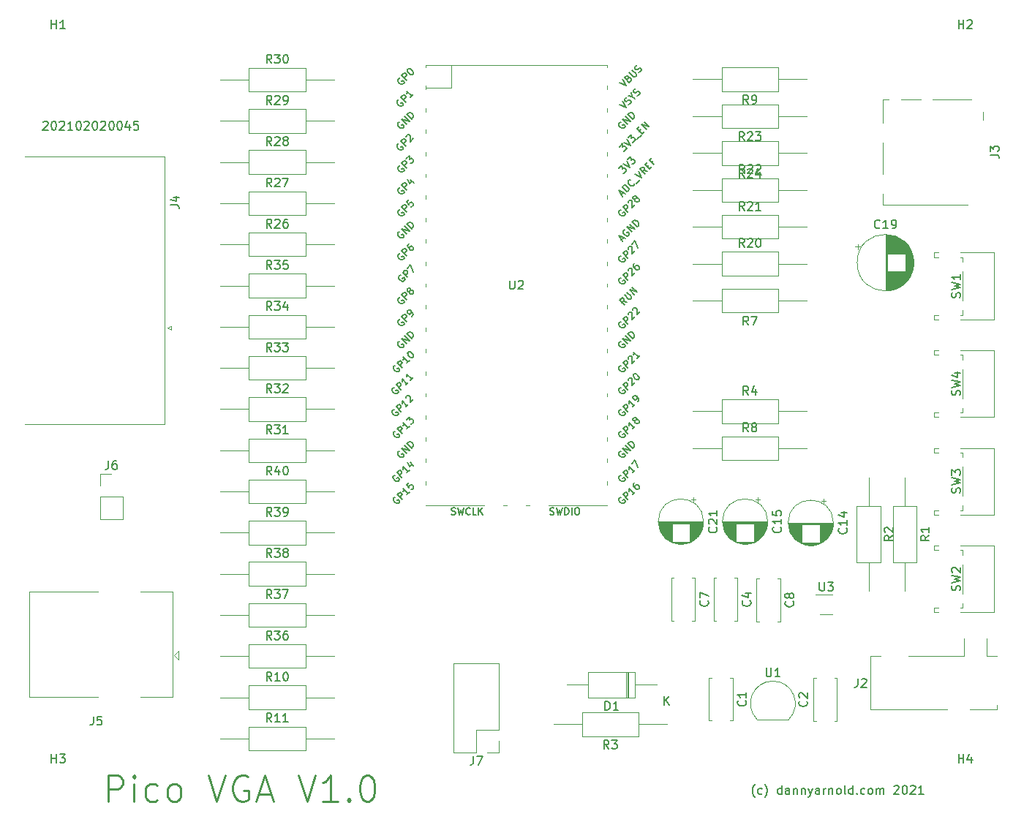
<source format=gbr>
%TF.GenerationSoftware,KiCad,Pcbnew,(5.1.9)-1*%
%TF.CreationDate,2021-02-02T00:48:23+00:00*%
%TF.ProjectId,pico_vga_sd_aud,7069636f-5f76-4676-915f-73645f617564,rev?*%
%TF.SameCoordinates,Original*%
%TF.FileFunction,Legend,Top*%
%TF.FilePolarity,Positive*%
%FSLAX46Y46*%
G04 Gerber Fmt 4.6, Leading zero omitted, Abs format (unit mm)*
G04 Created by KiCad (PCBNEW (5.1.9)-1) date 2021-02-02 00:48:23*
%MOMM*%
%LPD*%
G01*
G04 APERTURE LIST*
%ADD10C,0.150000*%
%ADD11C,0.250000*%
%ADD12C,0.120000*%
G04 APERTURE END LIST*
D10*
X87975070Y-46572079D02*
X88022689Y-46524460D01*
X88117927Y-46476840D01*
X88356022Y-46476840D01*
X88451260Y-46524460D01*
X88498880Y-46572079D01*
X88546499Y-46667317D01*
X88546499Y-46762555D01*
X88498880Y-46905412D01*
X87927451Y-47476840D01*
X88546499Y-47476840D01*
X89165546Y-46476840D02*
X89260784Y-46476840D01*
X89356022Y-46524460D01*
X89403641Y-46572079D01*
X89451260Y-46667317D01*
X89498880Y-46857793D01*
X89498880Y-47095888D01*
X89451260Y-47286364D01*
X89403641Y-47381602D01*
X89356022Y-47429221D01*
X89260784Y-47476840D01*
X89165546Y-47476840D01*
X89070308Y-47429221D01*
X89022689Y-47381602D01*
X88975070Y-47286364D01*
X88927451Y-47095888D01*
X88927451Y-46857793D01*
X88975070Y-46667317D01*
X89022689Y-46572079D01*
X89070308Y-46524460D01*
X89165546Y-46476840D01*
X89879832Y-46572079D02*
X89927451Y-46524460D01*
X90022689Y-46476840D01*
X90260784Y-46476840D01*
X90356022Y-46524460D01*
X90403641Y-46572079D01*
X90451260Y-46667317D01*
X90451260Y-46762555D01*
X90403641Y-46905412D01*
X89832213Y-47476840D01*
X90451260Y-47476840D01*
X91403641Y-47476840D02*
X90832213Y-47476840D01*
X91117927Y-47476840D02*
X91117927Y-46476840D01*
X91022689Y-46619698D01*
X90927451Y-46714936D01*
X90832213Y-46762555D01*
X92022689Y-46476840D02*
X92117927Y-46476840D01*
X92213165Y-46524460D01*
X92260784Y-46572079D01*
X92308403Y-46667317D01*
X92356022Y-46857793D01*
X92356022Y-47095888D01*
X92308403Y-47286364D01*
X92260784Y-47381602D01*
X92213165Y-47429221D01*
X92117927Y-47476840D01*
X92022689Y-47476840D01*
X91927451Y-47429221D01*
X91879832Y-47381602D01*
X91832213Y-47286364D01*
X91784594Y-47095888D01*
X91784594Y-46857793D01*
X91832213Y-46667317D01*
X91879832Y-46572079D01*
X91927451Y-46524460D01*
X92022689Y-46476840D01*
X92736975Y-46572079D02*
X92784594Y-46524460D01*
X92879832Y-46476840D01*
X93117927Y-46476840D01*
X93213165Y-46524460D01*
X93260784Y-46572079D01*
X93308403Y-46667317D01*
X93308403Y-46762555D01*
X93260784Y-46905412D01*
X92689356Y-47476840D01*
X93308403Y-47476840D01*
X93927451Y-46476840D02*
X94022689Y-46476840D01*
X94117927Y-46524460D01*
X94165546Y-46572079D01*
X94213165Y-46667317D01*
X94260784Y-46857793D01*
X94260784Y-47095888D01*
X94213165Y-47286364D01*
X94165546Y-47381602D01*
X94117927Y-47429221D01*
X94022689Y-47476840D01*
X93927451Y-47476840D01*
X93832213Y-47429221D01*
X93784594Y-47381602D01*
X93736975Y-47286364D01*
X93689356Y-47095888D01*
X93689356Y-46857793D01*
X93736975Y-46667317D01*
X93784594Y-46572079D01*
X93832213Y-46524460D01*
X93927451Y-46476840D01*
X94641737Y-46572079D02*
X94689356Y-46524460D01*
X94784594Y-46476840D01*
X95022689Y-46476840D01*
X95117927Y-46524460D01*
X95165546Y-46572079D01*
X95213165Y-46667317D01*
X95213165Y-46762555D01*
X95165546Y-46905412D01*
X94594118Y-47476840D01*
X95213165Y-47476840D01*
X95832213Y-46476840D02*
X95927451Y-46476840D01*
X96022689Y-46524460D01*
X96070308Y-46572079D01*
X96117927Y-46667317D01*
X96165546Y-46857793D01*
X96165546Y-47095888D01*
X96117927Y-47286364D01*
X96070308Y-47381602D01*
X96022689Y-47429221D01*
X95927451Y-47476840D01*
X95832213Y-47476840D01*
X95736975Y-47429221D01*
X95689356Y-47381602D01*
X95641737Y-47286364D01*
X95594118Y-47095888D01*
X95594118Y-46857793D01*
X95641737Y-46667317D01*
X95689356Y-46572079D01*
X95736975Y-46524460D01*
X95832213Y-46476840D01*
X96784594Y-46476840D02*
X96879832Y-46476840D01*
X96975070Y-46524460D01*
X97022689Y-46572079D01*
X97070308Y-46667317D01*
X97117927Y-46857793D01*
X97117927Y-47095888D01*
X97070308Y-47286364D01*
X97022689Y-47381602D01*
X96975070Y-47429221D01*
X96879832Y-47476840D01*
X96784594Y-47476840D01*
X96689356Y-47429221D01*
X96641737Y-47381602D01*
X96594118Y-47286364D01*
X96546499Y-47095888D01*
X96546499Y-46857793D01*
X96594118Y-46667317D01*
X96641737Y-46572079D01*
X96689356Y-46524460D01*
X96784594Y-46476840D01*
X97975070Y-46810174D02*
X97975070Y-47476840D01*
X97736975Y-46429221D02*
X97498880Y-47143507D01*
X98117927Y-47143507D01*
X98975070Y-46476840D02*
X98498880Y-46476840D01*
X98451260Y-46953031D01*
X98498880Y-46905412D01*
X98594118Y-46857793D01*
X98832213Y-46857793D01*
X98927451Y-46905412D01*
X98975070Y-46953031D01*
X99022689Y-47048269D01*
X99022689Y-47286364D01*
X98975070Y-47381602D01*
X98927451Y-47429221D01*
X98832213Y-47476840D01*
X98594118Y-47476840D01*
X98498880Y-47429221D01*
X98451260Y-47381602D01*
D11*
X95505177Y-125206442D02*
X95505177Y-122206442D01*
X96648034Y-122206442D01*
X96933748Y-122349300D01*
X97076605Y-122492157D01*
X97219462Y-122777871D01*
X97219462Y-123206442D01*
X97076605Y-123492157D01*
X96933748Y-123635014D01*
X96648034Y-123777871D01*
X95505177Y-123777871D01*
X98505177Y-125206442D02*
X98505177Y-123206442D01*
X98505177Y-122206442D02*
X98362320Y-122349300D01*
X98505177Y-122492157D01*
X98648034Y-122349300D01*
X98505177Y-122206442D01*
X98505177Y-122492157D01*
X101219462Y-125063585D02*
X100933748Y-125206442D01*
X100362320Y-125206442D01*
X100076605Y-125063585D01*
X99933748Y-124920728D01*
X99790891Y-124635014D01*
X99790891Y-123777871D01*
X99933748Y-123492157D01*
X100076605Y-123349300D01*
X100362320Y-123206442D01*
X100933748Y-123206442D01*
X101219462Y-123349300D01*
X102933748Y-125206442D02*
X102648034Y-125063585D01*
X102505177Y-124920728D01*
X102362320Y-124635014D01*
X102362320Y-123777871D01*
X102505177Y-123492157D01*
X102648034Y-123349300D01*
X102933748Y-123206442D01*
X103362320Y-123206442D01*
X103648034Y-123349300D01*
X103790891Y-123492157D01*
X103933748Y-123777871D01*
X103933748Y-124635014D01*
X103790891Y-124920728D01*
X103648034Y-125063585D01*
X103362320Y-125206442D01*
X102933748Y-125206442D01*
X107076605Y-122206442D02*
X108076605Y-125206442D01*
X109076605Y-122206442D01*
X111648034Y-122349300D02*
X111362320Y-122206442D01*
X110933748Y-122206442D01*
X110505177Y-122349300D01*
X110219462Y-122635014D01*
X110076605Y-122920728D01*
X109933748Y-123492157D01*
X109933748Y-123920728D01*
X110076605Y-124492157D01*
X110219462Y-124777871D01*
X110505177Y-125063585D01*
X110933748Y-125206442D01*
X111219462Y-125206442D01*
X111648034Y-125063585D01*
X111790891Y-124920728D01*
X111790891Y-123920728D01*
X111219462Y-123920728D01*
X112933748Y-124349300D02*
X114362320Y-124349300D01*
X112648034Y-125206442D02*
X113648034Y-122206442D01*
X114648034Y-125206442D01*
X117505177Y-122206442D02*
X118505177Y-125206442D01*
X119505177Y-122206442D01*
X122076605Y-125206442D02*
X120362320Y-125206442D01*
X121219462Y-125206442D02*
X121219462Y-122206442D01*
X120933748Y-122635014D01*
X120648034Y-122920728D01*
X120362320Y-123063585D01*
X123362320Y-124920728D02*
X123505177Y-125063585D01*
X123362320Y-125206442D01*
X123219462Y-125063585D01*
X123362320Y-124920728D01*
X123362320Y-125206442D01*
X125362320Y-122206442D02*
X125648034Y-122206442D01*
X125933748Y-122349300D01*
X126076605Y-122492157D01*
X126219462Y-122777871D01*
X126362320Y-123349300D01*
X126362320Y-124063585D01*
X126219462Y-124635014D01*
X126076605Y-124920728D01*
X125933748Y-125063585D01*
X125648034Y-125206442D01*
X125362320Y-125206442D01*
X125076605Y-125063585D01*
X124933748Y-124920728D01*
X124790891Y-124635014D01*
X124648034Y-124063585D01*
X124648034Y-123349300D01*
X124790891Y-122777871D01*
X124933748Y-122492157D01*
X125076605Y-122349300D01*
X125362320Y-122206442D01*
D10*
X170372861Y-124751213D02*
X170325242Y-124703594D01*
X170230004Y-124560737D01*
X170182385Y-124465499D01*
X170134766Y-124322641D01*
X170087147Y-124084546D01*
X170087147Y-123894070D01*
X170134766Y-123655975D01*
X170182385Y-123513118D01*
X170230004Y-123417880D01*
X170325242Y-123275022D01*
X170372861Y-123227403D01*
X171182385Y-124322641D02*
X171087147Y-124370260D01*
X170896671Y-124370260D01*
X170801433Y-124322641D01*
X170753814Y-124275022D01*
X170706195Y-124179784D01*
X170706195Y-123894070D01*
X170753814Y-123798832D01*
X170801433Y-123751213D01*
X170896671Y-123703594D01*
X171087147Y-123703594D01*
X171182385Y-123751213D01*
X171515719Y-124751213D02*
X171563338Y-124703594D01*
X171658576Y-124560737D01*
X171706195Y-124465499D01*
X171753814Y-124322641D01*
X171801433Y-124084546D01*
X171801433Y-123894070D01*
X171753814Y-123655975D01*
X171706195Y-123513118D01*
X171658576Y-123417880D01*
X171563338Y-123275022D01*
X171515719Y-123227403D01*
X173468100Y-124370260D02*
X173468100Y-123370260D01*
X173468100Y-124322641D02*
X173372861Y-124370260D01*
X173182385Y-124370260D01*
X173087147Y-124322641D01*
X173039528Y-124275022D01*
X172991909Y-124179784D01*
X172991909Y-123894070D01*
X173039528Y-123798832D01*
X173087147Y-123751213D01*
X173182385Y-123703594D01*
X173372861Y-123703594D01*
X173468100Y-123751213D01*
X174372861Y-124370260D02*
X174372861Y-123846451D01*
X174325242Y-123751213D01*
X174230004Y-123703594D01*
X174039528Y-123703594D01*
X173944290Y-123751213D01*
X174372861Y-124322641D02*
X174277623Y-124370260D01*
X174039528Y-124370260D01*
X173944290Y-124322641D01*
X173896671Y-124227403D01*
X173896671Y-124132165D01*
X173944290Y-124036927D01*
X174039528Y-123989308D01*
X174277623Y-123989308D01*
X174372861Y-123941689D01*
X174849052Y-123703594D02*
X174849052Y-124370260D01*
X174849052Y-123798832D02*
X174896671Y-123751213D01*
X174991909Y-123703594D01*
X175134766Y-123703594D01*
X175230004Y-123751213D01*
X175277623Y-123846451D01*
X175277623Y-124370260D01*
X175753814Y-123703594D02*
X175753814Y-124370260D01*
X175753814Y-123798832D02*
X175801433Y-123751213D01*
X175896671Y-123703594D01*
X176039528Y-123703594D01*
X176134766Y-123751213D01*
X176182385Y-123846451D01*
X176182385Y-124370260D01*
X176563338Y-123703594D02*
X176801433Y-124370260D01*
X177039528Y-123703594D02*
X176801433Y-124370260D01*
X176706195Y-124608356D01*
X176658576Y-124655975D01*
X176563338Y-124703594D01*
X177849052Y-124370260D02*
X177849052Y-123846451D01*
X177801433Y-123751213D01*
X177706195Y-123703594D01*
X177515719Y-123703594D01*
X177420480Y-123751213D01*
X177849052Y-124322641D02*
X177753814Y-124370260D01*
X177515719Y-124370260D01*
X177420480Y-124322641D01*
X177372861Y-124227403D01*
X177372861Y-124132165D01*
X177420480Y-124036927D01*
X177515719Y-123989308D01*
X177753814Y-123989308D01*
X177849052Y-123941689D01*
X178325242Y-124370260D02*
X178325242Y-123703594D01*
X178325242Y-123894070D02*
X178372861Y-123798832D01*
X178420480Y-123751213D01*
X178515719Y-123703594D01*
X178610957Y-123703594D01*
X178944290Y-123703594D02*
X178944290Y-124370260D01*
X178944290Y-123798832D02*
X178991909Y-123751213D01*
X179087147Y-123703594D01*
X179230004Y-123703594D01*
X179325242Y-123751213D01*
X179372861Y-123846451D01*
X179372861Y-124370260D01*
X179991909Y-124370260D02*
X179896671Y-124322641D01*
X179849052Y-124275022D01*
X179801433Y-124179784D01*
X179801433Y-123894070D01*
X179849052Y-123798832D01*
X179896671Y-123751213D01*
X179991909Y-123703594D01*
X180134766Y-123703594D01*
X180230004Y-123751213D01*
X180277623Y-123798832D01*
X180325242Y-123894070D01*
X180325242Y-124179784D01*
X180277623Y-124275022D01*
X180230004Y-124322641D01*
X180134766Y-124370260D01*
X179991909Y-124370260D01*
X180896671Y-124370260D02*
X180801433Y-124322641D01*
X180753814Y-124227403D01*
X180753814Y-123370260D01*
X181706195Y-124370260D02*
X181706195Y-123370260D01*
X181706195Y-124322641D02*
X181610957Y-124370260D01*
X181420480Y-124370260D01*
X181325242Y-124322641D01*
X181277623Y-124275022D01*
X181230004Y-124179784D01*
X181230004Y-123894070D01*
X181277623Y-123798832D01*
X181325242Y-123751213D01*
X181420480Y-123703594D01*
X181610957Y-123703594D01*
X181706195Y-123751213D01*
X182182385Y-124275022D02*
X182230004Y-124322641D01*
X182182385Y-124370260D01*
X182134766Y-124322641D01*
X182182385Y-124275022D01*
X182182385Y-124370260D01*
X183087147Y-124322641D02*
X182991909Y-124370260D01*
X182801433Y-124370260D01*
X182706195Y-124322641D01*
X182658576Y-124275022D01*
X182610957Y-124179784D01*
X182610957Y-123894070D01*
X182658576Y-123798832D01*
X182706195Y-123751213D01*
X182801433Y-123703594D01*
X182991909Y-123703594D01*
X183087147Y-123751213D01*
X183658576Y-124370260D02*
X183563338Y-124322641D01*
X183515719Y-124275022D01*
X183468100Y-124179784D01*
X183468100Y-123894070D01*
X183515719Y-123798832D01*
X183563338Y-123751213D01*
X183658576Y-123703594D01*
X183801433Y-123703594D01*
X183896671Y-123751213D01*
X183944290Y-123798832D01*
X183991909Y-123894070D01*
X183991909Y-124179784D01*
X183944290Y-124275022D01*
X183896671Y-124322641D01*
X183801433Y-124370260D01*
X183658576Y-124370260D01*
X184420480Y-124370260D02*
X184420480Y-123703594D01*
X184420480Y-123798832D02*
X184468100Y-123751213D01*
X184563338Y-123703594D01*
X184706195Y-123703594D01*
X184801433Y-123751213D01*
X184849052Y-123846451D01*
X184849052Y-124370260D01*
X184849052Y-123846451D02*
X184896671Y-123751213D01*
X184991909Y-123703594D01*
X185134766Y-123703594D01*
X185230004Y-123751213D01*
X185277623Y-123846451D01*
X185277623Y-124370260D01*
X186468100Y-123465499D02*
X186515719Y-123417880D01*
X186610957Y-123370260D01*
X186849052Y-123370260D01*
X186944290Y-123417880D01*
X186991909Y-123465499D01*
X187039528Y-123560737D01*
X187039528Y-123655975D01*
X186991909Y-123798832D01*
X186420480Y-124370260D01*
X187039528Y-124370260D01*
X187658576Y-123370260D02*
X187753814Y-123370260D01*
X187849052Y-123417880D01*
X187896671Y-123465499D01*
X187944290Y-123560737D01*
X187991909Y-123751213D01*
X187991909Y-123989308D01*
X187944290Y-124179784D01*
X187896671Y-124275022D01*
X187849052Y-124322641D01*
X187753814Y-124370260D01*
X187658576Y-124370260D01*
X187563338Y-124322641D01*
X187515719Y-124275022D01*
X187468100Y-124179784D01*
X187420480Y-123989308D01*
X187420480Y-123751213D01*
X187468100Y-123560737D01*
X187515719Y-123465499D01*
X187563338Y-123417880D01*
X187658576Y-123370260D01*
X188372861Y-123465499D02*
X188420480Y-123417880D01*
X188515719Y-123370260D01*
X188753814Y-123370260D01*
X188849052Y-123417880D01*
X188896671Y-123465499D01*
X188944290Y-123560737D01*
X188944290Y-123655975D01*
X188896671Y-123798832D01*
X188325242Y-124370260D01*
X188944290Y-124370260D01*
X189896671Y-124370260D02*
X189325242Y-124370260D01*
X189610957Y-124370260D02*
X189610957Y-123370260D01*
X189515719Y-123513118D01*
X189420480Y-123608356D01*
X189325242Y-123655975D01*
D12*
%TO.C,U2*%
X132244400Y-39955800D02*
X153244400Y-39955800D01*
X139044400Y-90955800D02*
X132244400Y-90955800D01*
X132244400Y-42622800D02*
X135251400Y-42622800D01*
X135251400Y-42622800D02*
X135251400Y-39955800D01*
X132244400Y-39955800D02*
X132244400Y-40255800D01*
X132244400Y-42355800D02*
X132244400Y-42755800D01*
X132244400Y-44955800D02*
X132244400Y-45355800D01*
X132244400Y-47455800D02*
X132244400Y-47855800D01*
X132244400Y-50055800D02*
X132244400Y-50455800D01*
X132244400Y-52555800D02*
X132244400Y-52955800D01*
X132244400Y-55055800D02*
X132244400Y-55455800D01*
X132244400Y-57655800D02*
X132244400Y-58055800D01*
X132244400Y-60155800D02*
X132244400Y-60555800D01*
X132244400Y-62755800D02*
X132244400Y-63155800D01*
X132244400Y-65255800D02*
X132244400Y-65655800D01*
X132244400Y-67755800D02*
X132244400Y-68155800D01*
X132244400Y-70355800D02*
X132244400Y-70755800D01*
X132244400Y-72855800D02*
X132244400Y-73255800D01*
X132244400Y-75455800D02*
X132244400Y-75855800D01*
X132244400Y-77955800D02*
X132244400Y-78355800D01*
X132244400Y-80555800D02*
X132244400Y-80955800D01*
X132244400Y-83055800D02*
X132244400Y-83455800D01*
X132244400Y-85555800D02*
X132244400Y-85955800D01*
X132244400Y-88155800D02*
X132244400Y-88555800D01*
X153244400Y-55055800D02*
X153244400Y-55455800D01*
X153244400Y-60155800D02*
X153244400Y-60555800D01*
X153244400Y-67755800D02*
X153244400Y-68155800D01*
X153244400Y-75455800D02*
X153244400Y-75855800D01*
X153244400Y-44955800D02*
X153244400Y-45355800D01*
X153244400Y-42355800D02*
X153244400Y-42755800D01*
X153244400Y-50055800D02*
X153244400Y-50455800D01*
X153244400Y-83055800D02*
X153244400Y-83455800D01*
X153244400Y-88155800D02*
X153244400Y-88555800D01*
X153244400Y-85555800D02*
X153244400Y-85955800D01*
X153244400Y-70355800D02*
X153244400Y-70755800D01*
X153244400Y-65255800D02*
X153244400Y-65655800D01*
X153244400Y-52555800D02*
X153244400Y-52955800D01*
X153244400Y-57655800D02*
X153244400Y-58055800D01*
X153244400Y-77955800D02*
X153244400Y-78355800D01*
X153244400Y-62755800D02*
X153244400Y-63155800D01*
X153244400Y-39955800D02*
X153244400Y-40255800D01*
X153244400Y-47455800D02*
X153244400Y-47855800D01*
X153244400Y-72855800D02*
X153244400Y-73255800D01*
X153244400Y-80555800D02*
X153244400Y-80955800D01*
X153244400Y-90955800D02*
X146444400Y-90955800D01*
X141244400Y-90955800D02*
X141644400Y-90955800D01*
X143844400Y-90955800D02*
X144244400Y-90955800D01*
%TO.C,R24*%
X173052700Y-51526820D02*
X173052700Y-48786820D01*
X173052700Y-48786820D02*
X166512700Y-48786820D01*
X166512700Y-48786820D02*
X166512700Y-51526820D01*
X166512700Y-51526820D02*
X173052700Y-51526820D01*
X176362700Y-50156820D02*
X173052700Y-50156820D01*
X163202700Y-50156820D02*
X166512700Y-50156820D01*
%TO.C,R23*%
X173052700Y-47255560D02*
X173052700Y-44515560D01*
X173052700Y-44515560D02*
X166512700Y-44515560D01*
X166512700Y-44515560D02*
X166512700Y-47255560D01*
X166512700Y-47255560D02*
X173052700Y-47255560D01*
X176362700Y-45885560D02*
X173052700Y-45885560D01*
X163202700Y-45885560D02*
X166512700Y-45885560D01*
%TO.C,C21*%
X164414400Y-92817000D02*
G75*
G03*
X164414400Y-92817000I-2620000J0D01*
G01*
X164374400Y-92817000D02*
X159214400Y-92817000D01*
X164374400Y-92857000D02*
X159214400Y-92857000D01*
X164373400Y-92897000D02*
X159215400Y-92897000D01*
X164372400Y-92937000D02*
X159216400Y-92937000D01*
X164370400Y-92977000D02*
X159218400Y-92977000D01*
X164367400Y-93017000D02*
X159221400Y-93017000D01*
X164363400Y-93057000D02*
X162834400Y-93057000D01*
X160754400Y-93057000D02*
X159225400Y-93057000D01*
X164359400Y-93097000D02*
X162834400Y-93097000D01*
X160754400Y-93097000D02*
X159229400Y-93097000D01*
X164355400Y-93137000D02*
X162834400Y-93137000D01*
X160754400Y-93137000D02*
X159233400Y-93137000D01*
X164350400Y-93177000D02*
X162834400Y-93177000D01*
X160754400Y-93177000D02*
X159238400Y-93177000D01*
X164344400Y-93217000D02*
X162834400Y-93217000D01*
X160754400Y-93217000D02*
X159244400Y-93217000D01*
X164337400Y-93257000D02*
X162834400Y-93257000D01*
X160754400Y-93257000D02*
X159251400Y-93257000D01*
X164330400Y-93297000D02*
X162834400Y-93297000D01*
X160754400Y-93297000D02*
X159258400Y-93297000D01*
X164322400Y-93337000D02*
X162834400Y-93337000D01*
X160754400Y-93337000D02*
X159266400Y-93337000D01*
X164314400Y-93377000D02*
X162834400Y-93377000D01*
X160754400Y-93377000D02*
X159274400Y-93377000D01*
X164305400Y-93417000D02*
X162834400Y-93417000D01*
X160754400Y-93417000D02*
X159283400Y-93417000D01*
X164295400Y-93457000D02*
X162834400Y-93457000D01*
X160754400Y-93457000D02*
X159293400Y-93457000D01*
X164285400Y-93497000D02*
X162834400Y-93497000D01*
X160754400Y-93497000D02*
X159303400Y-93497000D01*
X164274400Y-93538000D02*
X162834400Y-93538000D01*
X160754400Y-93538000D02*
X159314400Y-93538000D01*
X164262400Y-93578000D02*
X162834400Y-93578000D01*
X160754400Y-93578000D02*
X159326400Y-93578000D01*
X164249400Y-93618000D02*
X162834400Y-93618000D01*
X160754400Y-93618000D02*
X159339400Y-93618000D01*
X164236400Y-93658000D02*
X162834400Y-93658000D01*
X160754400Y-93658000D02*
X159352400Y-93658000D01*
X164222400Y-93698000D02*
X162834400Y-93698000D01*
X160754400Y-93698000D02*
X159366400Y-93698000D01*
X164208400Y-93738000D02*
X162834400Y-93738000D01*
X160754400Y-93738000D02*
X159380400Y-93738000D01*
X164192400Y-93778000D02*
X162834400Y-93778000D01*
X160754400Y-93778000D02*
X159396400Y-93778000D01*
X164176400Y-93818000D02*
X162834400Y-93818000D01*
X160754400Y-93818000D02*
X159412400Y-93818000D01*
X164159400Y-93858000D02*
X162834400Y-93858000D01*
X160754400Y-93858000D02*
X159429400Y-93858000D01*
X164142400Y-93898000D02*
X162834400Y-93898000D01*
X160754400Y-93898000D02*
X159446400Y-93898000D01*
X164123400Y-93938000D02*
X162834400Y-93938000D01*
X160754400Y-93938000D02*
X159465400Y-93938000D01*
X164104400Y-93978000D02*
X162834400Y-93978000D01*
X160754400Y-93978000D02*
X159484400Y-93978000D01*
X164084400Y-94018000D02*
X162834400Y-94018000D01*
X160754400Y-94018000D02*
X159504400Y-94018000D01*
X164062400Y-94058000D02*
X162834400Y-94058000D01*
X160754400Y-94058000D02*
X159526400Y-94058000D01*
X164041400Y-94098000D02*
X162834400Y-94098000D01*
X160754400Y-94098000D02*
X159547400Y-94098000D01*
X164018400Y-94138000D02*
X162834400Y-94138000D01*
X160754400Y-94138000D02*
X159570400Y-94138000D01*
X163994400Y-94178000D02*
X162834400Y-94178000D01*
X160754400Y-94178000D02*
X159594400Y-94178000D01*
X163969400Y-94218000D02*
X162834400Y-94218000D01*
X160754400Y-94218000D02*
X159619400Y-94218000D01*
X163943400Y-94258000D02*
X162834400Y-94258000D01*
X160754400Y-94258000D02*
X159645400Y-94258000D01*
X163916400Y-94298000D02*
X162834400Y-94298000D01*
X160754400Y-94298000D02*
X159672400Y-94298000D01*
X163889400Y-94338000D02*
X162834400Y-94338000D01*
X160754400Y-94338000D02*
X159699400Y-94338000D01*
X163859400Y-94378000D02*
X162834400Y-94378000D01*
X160754400Y-94378000D02*
X159729400Y-94378000D01*
X163829400Y-94418000D02*
X162834400Y-94418000D01*
X160754400Y-94418000D02*
X159759400Y-94418000D01*
X163798400Y-94458000D02*
X162834400Y-94458000D01*
X160754400Y-94458000D02*
X159790400Y-94458000D01*
X163765400Y-94498000D02*
X162834400Y-94498000D01*
X160754400Y-94498000D02*
X159823400Y-94498000D01*
X163731400Y-94538000D02*
X162834400Y-94538000D01*
X160754400Y-94538000D02*
X159857400Y-94538000D01*
X163695400Y-94578000D02*
X162834400Y-94578000D01*
X160754400Y-94578000D02*
X159893400Y-94578000D01*
X163658400Y-94618000D02*
X162834400Y-94618000D01*
X160754400Y-94618000D02*
X159930400Y-94618000D01*
X163620400Y-94658000D02*
X162834400Y-94658000D01*
X160754400Y-94658000D02*
X159968400Y-94658000D01*
X163579400Y-94698000D02*
X162834400Y-94698000D01*
X160754400Y-94698000D02*
X160009400Y-94698000D01*
X163537400Y-94738000D02*
X162834400Y-94738000D01*
X160754400Y-94738000D02*
X160051400Y-94738000D01*
X163493400Y-94778000D02*
X162834400Y-94778000D01*
X160754400Y-94778000D02*
X160095400Y-94778000D01*
X163447400Y-94818000D02*
X162834400Y-94818000D01*
X160754400Y-94818000D02*
X160141400Y-94818000D01*
X163399400Y-94858000D02*
X162834400Y-94858000D01*
X160754400Y-94858000D02*
X160189400Y-94858000D01*
X163348400Y-94898000D02*
X162834400Y-94898000D01*
X160754400Y-94898000D02*
X160240400Y-94898000D01*
X163294400Y-94938000D02*
X162834400Y-94938000D01*
X160754400Y-94938000D02*
X160294400Y-94938000D01*
X163237400Y-94978000D02*
X162834400Y-94978000D01*
X160754400Y-94978000D02*
X160351400Y-94978000D01*
X163177400Y-95018000D02*
X162834400Y-95018000D01*
X160754400Y-95018000D02*
X160411400Y-95018000D01*
X163113400Y-95058000D02*
X162834400Y-95058000D01*
X160754400Y-95058000D02*
X160475400Y-95058000D01*
X163045400Y-95098000D02*
X162834400Y-95098000D01*
X160754400Y-95098000D02*
X160543400Y-95098000D01*
X162972400Y-95138000D02*
X160616400Y-95138000D01*
X162892400Y-95178000D02*
X160696400Y-95178000D01*
X162805400Y-95218000D02*
X160783400Y-95218000D01*
X162709400Y-95258000D02*
X160879400Y-95258000D01*
X162599400Y-95298000D02*
X160989400Y-95298000D01*
X162471400Y-95338000D02*
X161117400Y-95338000D01*
X162312400Y-95378000D02*
X161276400Y-95378000D01*
X162078400Y-95418000D02*
X161510400Y-95418000D01*
X163269400Y-90012225D02*
X163269400Y-90512225D01*
X163519400Y-90262225D02*
X163019400Y-90262225D01*
%TO.C,C19*%
X188742600Y-62838500D02*
G75*
G03*
X188742600Y-62838500I-3270000J0D01*
G01*
X185472600Y-59608500D02*
X185472600Y-66068500D01*
X185512600Y-59608500D02*
X185512600Y-66068500D01*
X185552600Y-59608500D02*
X185552600Y-66068500D01*
X185592600Y-59610500D02*
X185592600Y-66066500D01*
X185632600Y-59611500D02*
X185632600Y-66065500D01*
X185672600Y-59614500D02*
X185672600Y-66062500D01*
X185712600Y-59616500D02*
X185712600Y-61798500D01*
X185712600Y-63878500D02*
X185712600Y-66060500D01*
X185752600Y-59620500D02*
X185752600Y-61798500D01*
X185752600Y-63878500D02*
X185752600Y-66056500D01*
X185792600Y-59623500D02*
X185792600Y-61798500D01*
X185792600Y-63878500D02*
X185792600Y-66053500D01*
X185832600Y-59627500D02*
X185832600Y-61798500D01*
X185832600Y-63878500D02*
X185832600Y-66049500D01*
X185872600Y-59632500D02*
X185872600Y-61798500D01*
X185872600Y-63878500D02*
X185872600Y-66044500D01*
X185912600Y-59637500D02*
X185912600Y-61798500D01*
X185912600Y-63878500D02*
X185912600Y-66039500D01*
X185952600Y-59643500D02*
X185952600Y-61798500D01*
X185952600Y-63878500D02*
X185952600Y-66033500D01*
X185992600Y-59649500D02*
X185992600Y-61798500D01*
X185992600Y-63878500D02*
X185992600Y-66027500D01*
X186032600Y-59656500D02*
X186032600Y-61798500D01*
X186032600Y-63878500D02*
X186032600Y-66020500D01*
X186072600Y-59663500D02*
X186072600Y-61798500D01*
X186072600Y-63878500D02*
X186072600Y-66013500D01*
X186112600Y-59671500D02*
X186112600Y-61798500D01*
X186112600Y-63878500D02*
X186112600Y-66005500D01*
X186152600Y-59679500D02*
X186152600Y-61798500D01*
X186152600Y-63878500D02*
X186152600Y-65997500D01*
X186193600Y-59688500D02*
X186193600Y-61798500D01*
X186193600Y-63878500D02*
X186193600Y-65988500D01*
X186233600Y-59697500D02*
X186233600Y-61798500D01*
X186233600Y-63878500D02*
X186233600Y-65979500D01*
X186273600Y-59707500D02*
X186273600Y-61798500D01*
X186273600Y-63878500D02*
X186273600Y-65969500D01*
X186313600Y-59717500D02*
X186313600Y-61798500D01*
X186313600Y-63878500D02*
X186313600Y-65959500D01*
X186353600Y-59728500D02*
X186353600Y-61798500D01*
X186353600Y-63878500D02*
X186353600Y-65948500D01*
X186393600Y-59740500D02*
X186393600Y-61798500D01*
X186393600Y-63878500D02*
X186393600Y-65936500D01*
X186433600Y-59752500D02*
X186433600Y-61798500D01*
X186433600Y-63878500D02*
X186433600Y-65924500D01*
X186473600Y-59764500D02*
X186473600Y-61798500D01*
X186473600Y-63878500D02*
X186473600Y-65912500D01*
X186513600Y-59777500D02*
X186513600Y-61798500D01*
X186513600Y-63878500D02*
X186513600Y-65899500D01*
X186553600Y-59791500D02*
X186553600Y-61798500D01*
X186553600Y-63878500D02*
X186553600Y-65885500D01*
X186593600Y-59805500D02*
X186593600Y-61798500D01*
X186593600Y-63878500D02*
X186593600Y-65871500D01*
X186633600Y-59820500D02*
X186633600Y-61798500D01*
X186633600Y-63878500D02*
X186633600Y-65856500D01*
X186673600Y-59836500D02*
X186673600Y-61798500D01*
X186673600Y-63878500D02*
X186673600Y-65840500D01*
X186713600Y-59852500D02*
X186713600Y-61798500D01*
X186713600Y-63878500D02*
X186713600Y-65824500D01*
X186753600Y-59868500D02*
X186753600Y-61798500D01*
X186753600Y-63878500D02*
X186753600Y-65808500D01*
X186793600Y-59886500D02*
X186793600Y-61798500D01*
X186793600Y-63878500D02*
X186793600Y-65790500D01*
X186833600Y-59904500D02*
X186833600Y-61798500D01*
X186833600Y-63878500D02*
X186833600Y-65772500D01*
X186873600Y-59922500D02*
X186873600Y-61798500D01*
X186873600Y-63878500D02*
X186873600Y-65754500D01*
X186913600Y-59942500D02*
X186913600Y-61798500D01*
X186913600Y-63878500D02*
X186913600Y-65734500D01*
X186953600Y-59962500D02*
X186953600Y-61798500D01*
X186953600Y-63878500D02*
X186953600Y-65714500D01*
X186993600Y-59982500D02*
X186993600Y-61798500D01*
X186993600Y-63878500D02*
X186993600Y-65694500D01*
X187033600Y-60004500D02*
X187033600Y-61798500D01*
X187033600Y-63878500D02*
X187033600Y-65672500D01*
X187073600Y-60026500D02*
X187073600Y-61798500D01*
X187073600Y-63878500D02*
X187073600Y-65650500D01*
X187113600Y-60048500D02*
X187113600Y-61798500D01*
X187113600Y-63878500D02*
X187113600Y-65628500D01*
X187153600Y-60072500D02*
X187153600Y-61798500D01*
X187153600Y-63878500D02*
X187153600Y-65604500D01*
X187193600Y-60096500D02*
X187193600Y-61798500D01*
X187193600Y-63878500D02*
X187193600Y-65580500D01*
X187233600Y-60122500D02*
X187233600Y-61798500D01*
X187233600Y-63878500D02*
X187233600Y-65554500D01*
X187273600Y-60148500D02*
X187273600Y-61798500D01*
X187273600Y-63878500D02*
X187273600Y-65528500D01*
X187313600Y-60174500D02*
X187313600Y-61798500D01*
X187313600Y-63878500D02*
X187313600Y-65502500D01*
X187353600Y-60202500D02*
X187353600Y-61798500D01*
X187353600Y-63878500D02*
X187353600Y-65474500D01*
X187393600Y-60231500D02*
X187393600Y-61798500D01*
X187393600Y-63878500D02*
X187393600Y-65445500D01*
X187433600Y-60260500D02*
X187433600Y-61798500D01*
X187433600Y-63878500D02*
X187433600Y-65416500D01*
X187473600Y-60290500D02*
X187473600Y-61798500D01*
X187473600Y-63878500D02*
X187473600Y-65386500D01*
X187513600Y-60322500D02*
X187513600Y-61798500D01*
X187513600Y-63878500D02*
X187513600Y-65354500D01*
X187553600Y-60354500D02*
X187553600Y-61798500D01*
X187553600Y-63878500D02*
X187553600Y-65322500D01*
X187593600Y-60388500D02*
X187593600Y-61798500D01*
X187593600Y-63878500D02*
X187593600Y-65288500D01*
X187633600Y-60422500D02*
X187633600Y-61798500D01*
X187633600Y-63878500D02*
X187633600Y-65254500D01*
X187673600Y-60458500D02*
X187673600Y-61798500D01*
X187673600Y-63878500D02*
X187673600Y-65218500D01*
X187713600Y-60495500D02*
X187713600Y-61798500D01*
X187713600Y-63878500D02*
X187713600Y-65181500D01*
X187753600Y-60533500D02*
X187753600Y-61798500D01*
X187753600Y-63878500D02*
X187753600Y-65143500D01*
X187793600Y-60573500D02*
X187793600Y-65103500D01*
X187833600Y-60614500D02*
X187833600Y-65062500D01*
X187873600Y-60656500D02*
X187873600Y-65020500D01*
X187913600Y-60701500D02*
X187913600Y-64975500D01*
X187953600Y-60746500D02*
X187953600Y-64930500D01*
X187993600Y-60794500D02*
X187993600Y-64882500D01*
X188033600Y-60843500D02*
X188033600Y-64833500D01*
X188073600Y-60894500D02*
X188073600Y-64782500D01*
X188113600Y-60948500D02*
X188113600Y-64728500D01*
X188153600Y-61004500D02*
X188153600Y-64672500D01*
X188193600Y-61062500D02*
X188193600Y-64614500D01*
X188233600Y-61124500D02*
X188233600Y-64552500D01*
X188273600Y-61188500D02*
X188273600Y-64488500D01*
X188313600Y-61257500D02*
X188313600Y-64419500D01*
X188353600Y-61329500D02*
X188353600Y-64347500D01*
X188393600Y-61406500D02*
X188393600Y-64270500D01*
X188433600Y-61488500D02*
X188433600Y-64188500D01*
X188473600Y-61576500D02*
X188473600Y-64100500D01*
X188513600Y-61673500D02*
X188513600Y-64003500D01*
X188553600Y-61779500D02*
X188553600Y-63897500D01*
X188593600Y-61898500D02*
X188593600Y-63778500D01*
X188633600Y-62036500D02*
X188633600Y-63640500D01*
X188673600Y-62205500D02*
X188673600Y-63471500D01*
X188713600Y-62436500D02*
X188713600Y-63240500D01*
X181972359Y-60999500D02*
X182602359Y-60999500D01*
X182287359Y-60684500D02*
X182287359Y-61314500D01*
%TO.C,C15*%
X171843900Y-92817000D02*
G75*
G03*
X171843900Y-92817000I-2620000J0D01*
G01*
X171803900Y-92817000D02*
X166643900Y-92817000D01*
X171803900Y-92857000D02*
X166643900Y-92857000D01*
X171802900Y-92897000D02*
X166644900Y-92897000D01*
X171801900Y-92937000D02*
X166645900Y-92937000D01*
X171799900Y-92977000D02*
X166647900Y-92977000D01*
X171796900Y-93017000D02*
X166650900Y-93017000D01*
X171792900Y-93057000D02*
X170263900Y-93057000D01*
X168183900Y-93057000D02*
X166654900Y-93057000D01*
X171788900Y-93097000D02*
X170263900Y-93097000D01*
X168183900Y-93097000D02*
X166658900Y-93097000D01*
X171784900Y-93137000D02*
X170263900Y-93137000D01*
X168183900Y-93137000D02*
X166662900Y-93137000D01*
X171779900Y-93177000D02*
X170263900Y-93177000D01*
X168183900Y-93177000D02*
X166667900Y-93177000D01*
X171773900Y-93217000D02*
X170263900Y-93217000D01*
X168183900Y-93217000D02*
X166673900Y-93217000D01*
X171766900Y-93257000D02*
X170263900Y-93257000D01*
X168183900Y-93257000D02*
X166680900Y-93257000D01*
X171759900Y-93297000D02*
X170263900Y-93297000D01*
X168183900Y-93297000D02*
X166687900Y-93297000D01*
X171751900Y-93337000D02*
X170263900Y-93337000D01*
X168183900Y-93337000D02*
X166695900Y-93337000D01*
X171743900Y-93377000D02*
X170263900Y-93377000D01*
X168183900Y-93377000D02*
X166703900Y-93377000D01*
X171734900Y-93417000D02*
X170263900Y-93417000D01*
X168183900Y-93417000D02*
X166712900Y-93417000D01*
X171724900Y-93457000D02*
X170263900Y-93457000D01*
X168183900Y-93457000D02*
X166722900Y-93457000D01*
X171714900Y-93497000D02*
X170263900Y-93497000D01*
X168183900Y-93497000D02*
X166732900Y-93497000D01*
X171703900Y-93538000D02*
X170263900Y-93538000D01*
X168183900Y-93538000D02*
X166743900Y-93538000D01*
X171691900Y-93578000D02*
X170263900Y-93578000D01*
X168183900Y-93578000D02*
X166755900Y-93578000D01*
X171678900Y-93618000D02*
X170263900Y-93618000D01*
X168183900Y-93618000D02*
X166768900Y-93618000D01*
X171665900Y-93658000D02*
X170263900Y-93658000D01*
X168183900Y-93658000D02*
X166781900Y-93658000D01*
X171651900Y-93698000D02*
X170263900Y-93698000D01*
X168183900Y-93698000D02*
X166795900Y-93698000D01*
X171637900Y-93738000D02*
X170263900Y-93738000D01*
X168183900Y-93738000D02*
X166809900Y-93738000D01*
X171621900Y-93778000D02*
X170263900Y-93778000D01*
X168183900Y-93778000D02*
X166825900Y-93778000D01*
X171605900Y-93818000D02*
X170263900Y-93818000D01*
X168183900Y-93818000D02*
X166841900Y-93818000D01*
X171588900Y-93858000D02*
X170263900Y-93858000D01*
X168183900Y-93858000D02*
X166858900Y-93858000D01*
X171571900Y-93898000D02*
X170263900Y-93898000D01*
X168183900Y-93898000D02*
X166875900Y-93898000D01*
X171552900Y-93938000D02*
X170263900Y-93938000D01*
X168183900Y-93938000D02*
X166894900Y-93938000D01*
X171533900Y-93978000D02*
X170263900Y-93978000D01*
X168183900Y-93978000D02*
X166913900Y-93978000D01*
X171513900Y-94018000D02*
X170263900Y-94018000D01*
X168183900Y-94018000D02*
X166933900Y-94018000D01*
X171491900Y-94058000D02*
X170263900Y-94058000D01*
X168183900Y-94058000D02*
X166955900Y-94058000D01*
X171470900Y-94098000D02*
X170263900Y-94098000D01*
X168183900Y-94098000D02*
X166976900Y-94098000D01*
X171447900Y-94138000D02*
X170263900Y-94138000D01*
X168183900Y-94138000D02*
X166999900Y-94138000D01*
X171423900Y-94178000D02*
X170263900Y-94178000D01*
X168183900Y-94178000D02*
X167023900Y-94178000D01*
X171398900Y-94218000D02*
X170263900Y-94218000D01*
X168183900Y-94218000D02*
X167048900Y-94218000D01*
X171372900Y-94258000D02*
X170263900Y-94258000D01*
X168183900Y-94258000D02*
X167074900Y-94258000D01*
X171345900Y-94298000D02*
X170263900Y-94298000D01*
X168183900Y-94298000D02*
X167101900Y-94298000D01*
X171318900Y-94338000D02*
X170263900Y-94338000D01*
X168183900Y-94338000D02*
X167128900Y-94338000D01*
X171288900Y-94378000D02*
X170263900Y-94378000D01*
X168183900Y-94378000D02*
X167158900Y-94378000D01*
X171258900Y-94418000D02*
X170263900Y-94418000D01*
X168183900Y-94418000D02*
X167188900Y-94418000D01*
X171227900Y-94458000D02*
X170263900Y-94458000D01*
X168183900Y-94458000D02*
X167219900Y-94458000D01*
X171194900Y-94498000D02*
X170263900Y-94498000D01*
X168183900Y-94498000D02*
X167252900Y-94498000D01*
X171160900Y-94538000D02*
X170263900Y-94538000D01*
X168183900Y-94538000D02*
X167286900Y-94538000D01*
X171124900Y-94578000D02*
X170263900Y-94578000D01*
X168183900Y-94578000D02*
X167322900Y-94578000D01*
X171087900Y-94618000D02*
X170263900Y-94618000D01*
X168183900Y-94618000D02*
X167359900Y-94618000D01*
X171049900Y-94658000D02*
X170263900Y-94658000D01*
X168183900Y-94658000D02*
X167397900Y-94658000D01*
X171008900Y-94698000D02*
X170263900Y-94698000D01*
X168183900Y-94698000D02*
X167438900Y-94698000D01*
X170966900Y-94738000D02*
X170263900Y-94738000D01*
X168183900Y-94738000D02*
X167480900Y-94738000D01*
X170922900Y-94778000D02*
X170263900Y-94778000D01*
X168183900Y-94778000D02*
X167524900Y-94778000D01*
X170876900Y-94818000D02*
X170263900Y-94818000D01*
X168183900Y-94818000D02*
X167570900Y-94818000D01*
X170828900Y-94858000D02*
X170263900Y-94858000D01*
X168183900Y-94858000D02*
X167618900Y-94858000D01*
X170777900Y-94898000D02*
X170263900Y-94898000D01*
X168183900Y-94898000D02*
X167669900Y-94898000D01*
X170723900Y-94938000D02*
X170263900Y-94938000D01*
X168183900Y-94938000D02*
X167723900Y-94938000D01*
X170666900Y-94978000D02*
X170263900Y-94978000D01*
X168183900Y-94978000D02*
X167780900Y-94978000D01*
X170606900Y-95018000D02*
X170263900Y-95018000D01*
X168183900Y-95018000D02*
X167840900Y-95018000D01*
X170542900Y-95058000D02*
X170263900Y-95058000D01*
X168183900Y-95058000D02*
X167904900Y-95058000D01*
X170474900Y-95098000D02*
X170263900Y-95098000D01*
X168183900Y-95098000D02*
X167972900Y-95098000D01*
X170401900Y-95138000D02*
X168045900Y-95138000D01*
X170321900Y-95178000D02*
X168125900Y-95178000D01*
X170234900Y-95218000D02*
X168212900Y-95218000D01*
X170138900Y-95258000D02*
X168308900Y-95258000D01*
X170028900Y-95298000D02*
X168418900Y-95298000D01*
X169900900Y-95338000D02*
X168546900Y-95338000D01*
X169741900Y-95378000D02*
X168705900Y-95378000D01*
X169507900Y-95418000D02*
X168939900Y-95418000D01*
X170698900Y-90012225D02*
X170698900Y-90512225D01*
X170948900Y-90262225D02*
X170448900Y-90262225D01*
%TO.C,C14*%
X179451200Y-92955600D02*
G75*
G03*
X179451200Y-92955600I-2620000J0D01*
G01*
X179411200Y-92955600D02*
X174251200Y-92955600D01*
X179411200Y-92995600D02*
X174251200Y-92995600D01*
X179410200Y-93035600D02*
X174252200Y-93035600D01*
X179409200Y-93075600D02*
X174253200Y-93075600D01*
X179407200Y-93115600D02*
X174255200Y-93115600D01*
X179404200Y-93155600D02*
X174258200Y-93155600D01*
X179400200Y-93195600D02*
X177871200Y-93195600D01*
X175791200Y-93195600D02*
X174262200Y-93195600D01*
X179396200Y-93235600D02*
X177871200Y-93235600D01*
X175791200Y-93235600D02*
X174266200Y-93235600D01*
X179392200Y-93275600D02*
X177871200Y-93275600D01*
X175791200Y-93275600D02*
X174270200Y-93275600D01*
X179387200Y-93315600D02*
X177871200Y-93315600D01*
X175791200Y-93315600D02*
X174275200Y-93315600D01*
X179381200Y-93355600D02*
X177871200Y-93355600D01*
X175791200Y-93355600D02*
X174281200Y-93355600D01*
X179374200Y-93395600D02*
X177871200Y-93395600D01*
X175791200Y-93395600D02*
X174288200Y-93395600D01*
X179367200Y-93435600D02*
X177871200Y-93435600D01*
X175791200Y-93435600D02*
X174295200Y-93435600D01*
X179359200Y-93475600D02*
X177871200Y-93475600D01*
X175791200Y-93475600D02*
X174303200Y-93475600D01*
X179351200Y-93515600D02*
X177871200Y-93515600D01*
X175791200Y-93515600D02*
X174311200Y-93515600D01*
X179342200Y-93555600D02*
X177871200Y-93555600D01*
X175791200Y-93555600D02*
X174320200Y-93555600D01*
X179332200Y-93595600D02*
X177871200Y-93595600D01*
X175791200Y-93595600D02*
X174330200Y-93595600D01*
X179322200Y-93635600D02*
X177871200Y-93635600D01*
X175791200Y-93635600D02*
X174340200Y-93635600D01*
X179311200Y-93676600D02*
X177871200Y-93676600D01*
X175791200Y-93676600D02*
X174351200Y-93676600D01*
X179299200Y-93716600D02*
X177871200Y-93716600D01*
X175791200Y-93716600D02*
X174363200Y-93716600D01*
X179286200Y-93756600D02*
X177871200Y-93756600D01*
X175791200Y-93756600D02*
X174376200Y-93756600D01*
X179273200Y-93796600D02*
X177871200Y-93796600D01*
X175791200Y-93796600D02*
X174389200Y-93796600D01*
X179259200Y-93836600D02*
X177871200Y-93836600D01*
X175791200Y-93836600D02*
X174403200Y-93836600D01*
X179245200Y-93876600D02*
X177871200Y-93876600D01*
X175791200Y-93876600D02*
X174417200Y-93876600D01*
X179229200Y-93916600D02*
X177871200Y-93916600D01*
X175791200Y-93916600D02*
X174433200Y-93916600D01*
X179213200Y-93956600D02*
X177871200Y-93956600D01*
X175791200Y-93956600D02*
X174449200Y-93956600D01*
X179196200Y-93996600D02*
X177871200Y-93996600D01*
X175791200Y-93996600D02*
X174466200Y-93996600D01*
X179179200Y-94036600D02*
X177871200Y-94036600D01*
X175791200Y-94036600D02*
X174483200Y-94036600D01*
X179160200Y-94076600D02*
X177871200Y-94076600D01*
X175791200Y-94076600D02*
X174502200Y-94076600D01*
X179141200Y-94116600D02*
X177871200Y-94116600D01*
X175791200Y-94116600D02*
X174521200Y-94116600D01*
X179121200Y-94156600D02*
X177871200Y-94156600D01*
X175791200Y-94156600D02*
X174541200Y-94156600D01*
X179099200Y-94196600D02*
X177871200Y-94196600D01*
X175791200Y-94196600D02*
X174563200Y-94196600D01*
X179078200Y-94236600D02*
X177871200Y-94236600D01*
X175791200Y-94236600D02*
X174584200Y-94236600D01*
X179055200Y-94276600D02*
X177871200Y-94276600D01*
X175791200Y-94276600D02*
X174607200Y-94276600D01*
X179031200Y-94316600D02*
X177871200Y-94316600D01*
X175791200Y-94316600D02*
X174631200Y-94316600D01*
X179006200Y-94356600D02*
X177871200Y-94356600D01*
X175791200Y-94356600D02*
X174656200Y-94356600D01*
X178980200Y-94396600D02*
X177871200Y-94396600D01*
X175791200Y-94396600D02*
X174682200Y-94396600D01*
X178953200Y-94436600D02*
X177871200Y-94436600D01*
X175791200Y-94436600D02*
X174709200Y-94436600D01*
X178926200Y-94476600D02*
X177871200Y-94476600D01*
X175791200Y-94476600D02*
X174736200Y-94476600D01*
X178896200Y-94516600D02*
X177871200Y-94516600D01*
X175791200Y-94516600D02*
X174766200Y-94516600D01*
X178866200Y-94556600D02*
X177871200Y-94556600D01*
X175791200Y-94556600D02*
X174796200Y-94556600D01*
X178835200Y-94596600D02*
X177871200Y-94596600D01*
X175791200Y-94596600D02*
X174827200Y-94596600D01*
X178802200Y-94636600D02*
X177871200Y-94636600D01*
X175791200Y-94636600D02*
X174860200Y-94636600D01*
X178768200Y-94676600D02*
X177871200Y-94676600D01*
X175791200Y-94676600D02*
X174894200Y-94676600D01*
X178732200Y-94716600D02*
X177871200Y-94716600D01*
X175791200Y-94716600D02*
X174930200Y-94716600D01*
X178695200Y-94756600D02*
X177871200Y-94756600D01*
X175791200Y-94756600D02*
X174967200Y-94756600D01*
X178657200Y-94796600D02*
X177871200Y-94796600D01*
X175791200Y-94796600D02*
X175005200Y-94796600D01*
X178616200Y-94836600D02*
X177871200Y-94836600D01*
X175791200Y-94836600D02*
X175046200Y-94836600D01*
X178574200Y-94876600D02*
X177871200Y-94876600D01*
X175791200Y-94876600D02*
X175088200Y-94876600D01*
X178530200Y-94916600D02*
X177871200Y-94916600D01*
X175791200Y-94916600D02*
X175132200Y-94916600D01*
X178484200Y-94956600D02*
X177871200Y-94956600D01*
X175791200Y-94956600D02*
X175178200Y-94956600D01*
X178436200Y-94996600D02*
X177871200Y-94996600D01*
X175791200Y-94996600D02*
X175226200Y-94996600D01*
X178385200Y-95036600D02*
X177871200Y-95036600D01*
X175791200Y-95036600D02*
X175277200Y-95036600D01*
X178331200Y-95076600D02*
X177871200Y-95076600D01*
X175791200Y-95076600D02*
X175331200Y-95076600D01*
X178274200Y-95116600D02*
X177871200Y-95116600D01*
X175791200Y-95116600D02*
X175388200Y-95116600D01*
X178214200Y-95156600D02*
X177871200Y-95156600D01*
X175791200Y-95156600D02*
X175448200Y-95156600D01*
X178150200Y-95196600D02*
X177871200Y-95196600D01*
X175791200Y-95196600D02*
X175512200Y-95196600D01*
X178082200Y-95236600D02*
X177871200Y-95236600D01*
X175791200Y-95236600D02*
X175580200Y-95236600D01*
X178009200Y-95276600D02*
X175653200Y-95276600D01*
X177929200Y-95316600D02*
X175733200Y-95316600D01*
X177842200Y-95356600D02*
X175820200Y-95356600D01*
X177746200Y-95396600D02*
X175916200Y-95396600D01*
X177636200Y-95436600D02*
X176026200Y-95436600D01*
X177508200Y-95476600D02*
X176154200Y-95476600D01*
X177349200Y-95516600D02*
X176313200Y-95516600D01*
X177115200Y-95556600D02*
X176547200Y-95556600D01*
X178306200Y-90150825D02*
X178306200Y-90650825D01*
X178556200Y-90400825D02*
X178056200Y-90400825D01*
%TO.C,SW4*%
X194406800Y-75149066D02*
X194406800Y-78549066D01*
X194406800Y-73509066D02*
X194406800Y-74049066D01*
X191576800Y-80709066D02*
X191066800Y-80709066D01*
X191066800Y-80189066D02*
X191066800Y-80709066D01*
X191576800Y-80189066D02*
X191066800Y-80189066D01*
X194406800Y-79649066D02*
X194406800Y-80189066D01*
X191576800Y-72989066D02*
X191066800Y-72989066D01*
X191576800Y-73509066D02*
X191066800Y-73509066D01*
X194406800Y-80189066D02*
X194176800Y-80189066D01*
X198076800Y-72989066D02*
X194176800Y-72989066D01*
X191066800Y-72989066D02*
X191066800Y-73509066D01*
X198076800Y-80709066D02*
X194176800Y-80709066D01*
X198076800Y-72989066D02*
X198076800Y-80709066D01*
X194406800Y-73509066D02*
X194176800Y-73509066D01*
%TO.C,SW3*%
X194406800Y-86452432D02*
X194406800Y-89852432D01*
X194406800Y-84812432D02*
X194406800Y-85352432D01*
X191576800Y-92012432D02*
X191066800Y-92012432D01*
X191066800Y-91492432D02*
X191066800Y-92012432D01*
X191576800Y-91492432D02*
X191066800Y-91492432D01*
X194406800Y-90952432D02*
X194406800Y-91492432D01*
X191576800Y-84292432D02*
X191066800Y-84292432D01*
X191576800Y-84812432D02*
X191066800Y-84812432D01*
X194406800Y-91492432D02*
X194176800Y-91492432D01*
X198076800Y-84292432D02*
X194176800Y-84292432D01*
X191066800Y-84292432D02*
X191066800Y-84812432D01*
X198076800Y-92012432D02*
X194176800Y-92012432D01*
X198076800Y-84292432D02*
X198076800Y-92012432D01*
X194406800Y-84812432D02*
X194176800Y-84812432D01*
%TO.C,SW2*%
X194406800Y-97755800D02*
X194406800Y-101155800D01*
X194406800Y-96115800D02*
X194406800Y-96655800D01*
X191576800Y-103315800D02*
X191066800Y-103315800D01*
X191066800Y-102795800D02*
X191066800Y-103315800D01*
X191576800Y-102795800D02*
X191066800Y-102795800D01*
X194406800Y-102255800D02*
X194406800Y-102795800D01*
X191576800Y-95595800D02*
X191066800Y-95595800D01*
X191576800Y-96115800D02*
X191066800Y-96115800D01*
X194406800Y-102795800D02*
X194176800Y-102795800D01*
X198076800Y-95595800D02*
X194176800Y-95595800D01*
X191066800Y-95595800D02*
X191066800Y-96115800D01*
X198076800Y-103315800D02*
X194176800Y-103315800D01*
X198076800Y-95595800D02*
X198076800Y-103315800D01*
X194406800Y-96115800D02*
X194176800Y-96115800D01*
%TO.C,SW1*%
X194406800Y-63845700D02*
X194406800Y-67245700D01*
X194406800Y-62205700D02*
X194406800Y-62745700D01*
X191576800Y-69405700D02*
X191066800Y-69405700D01*
X191066800Y-68885700D02*
X191066800Y-69405700D01*
X191576800Y-68885700D02*
X191066800Y-68885700D01*
X194406800Y-68345700D02*
X194406800Y-68885700D01*
X191576800Y-61685700D02*
X191066800Y-61685700D01*
X191576800Y-62205700D02*
X191066800Y-62205700D01*
X194406800Y-68885700D02*
X194176800Y-68885700D01*
X198076800Y-61685700D02*
X194176800Y-61685700D01*
X191066800Y-61685700D02*
X191066800Y-62205700D01*
X198076800Y-69405700D02*
X194176800Y-69405700D01*
X198076800Y-61685700D02*
X198076800Y-69405700D01*
X194406800Y-62205700D02*
X194176800Y-62205700D01*
%TO.C,R8*%
X176362700Y-84326900D02*
X173052700Y-84326900D01*
X163202700Y-84326900D02*
X166512700Y-84326900D01*
X173052700Y-82956900D02*
X166512700Y-82956900D01*
X173052700Y-85696900D02*
X173052700Y-82956900D01*
X166512700Y-85696900D02*
X173052700Y-85696900D01*
X166512700Y-82956900D02*
X166512700Y-85696900D01*
%TO.C,R7*%
X163202700Y-67241860D02*
X166512700Y-67241860D01*
X176362700Y-67241860D02*
X173052700Y-67241860D01*
X166512700Y-68611860D02*
X173052700Y-68611860D01*
X166512700Y-65871860D02*
X166512700Y-68611860D01*
X173052700Y-65871860D02*
X166512700Y-65871860D01*
X173052700Y-68611860D02*
X173052700Y-65871860D01*
%TO.C,U1*%
X170649700Y-115730900D02*
X174249700Y-115730900D01*
X174288178Y-115719378D02*
G75*
G03*
X172449700Y-111280900I-1838478J1838478D01*
G01*
X170611222Y-115719378D02*
G75*
G02*
X172449700Y-111280900I1838478J1838478D01*
G01*
%TO.C,J5*%
X103671800Y-107766400D02*
X103171800Y-108266400D01*
X103671800Y-108766400D02*
X103671800Y-107766400D01*
X103171800Y-108266400D02*
X103671800Y-108766400D01*
X86351800Y-100906400D02*
X94321800Y-100906400D01*
X86351800Y-113126400D02*
X94321800Y-113126400D01*
X86351800Y-100906400D02*
X86351800Y-113126400D01*
X102971800Y-113126400D02*
X99221800Y-113126400D01*
X102971800Y-100906400D02*
X99221800Y-100906400D01*
X102971800Y-100906400D02*
X102971800Y-113126400D01*
%TO.C,D1*%
X155708000Y-113179200D02*
X155708000Y-110239200D01*
X155468000Y-113179200D02*
X155468000Y-110239200D01*
X155588000Y-113179200D02*
X155588000Y-110239200D01*
X148558000Y-111709200D02*
X151048000Y-111709200D01*
X158978000Y-111709200D02*
X156488000Y-111709200D01*
X151048000Y-113179200D02*
X156488000Y-113179200D01*
X151048000Y-110239200D02*
X151048000Y-113179200D01*
X156488000Y-110239200D02*
X151048000Y-110239200D01*
X156488000Y-113179200D02*
X156488000Y-110239200D01*
%TO.C,U3*%
X177909200Y-103546300D02*
X179309200Y-103546300D01*
X179309200Y-101226300D02*
X177409200Y-101226300D01*
%TO.C,R40*%
X121642000Y-89333380D02*
X118332000Y-89333380D01*
X108482000Y-89333380D02*
X111792000Y-89333380D01*
X118332000Y-87963380D02*
X111792000Y-87963380D01*
X118332000Y-90703380D02*
X118332000Y-87963380D01*
X111792000Y-90703380D02*
X118332000Y-90703380D01*
X111792000Y-87963380D02*
X111792000Y-90703380D01*
%TO.C,R39*%
X121642000Y-94099848D02*
X118332000Y-94099848D01*
X108482000Y-94099848D02*
X111792000Y-94099848D01*
X118332000Y-92729848D02*
X111792000Y-92729848D01*
X118332000Y-95469848D02*
X118332000Y-92729848D01*
X111792000Y-95469848D02*
X118332000Y-95469848D01*
X111792000Y-92729848D02*
X111792000Y-95469848D01*
%TO.C,R38*%
X121642000Y-98866316D02*
X118332000Y-98866316D01*
X108482000Y-98866316D02*
X111792000Y-98866316D01*
X118332000Y-97496316D02*
X111792000Y-97496316D01*
X118332000Y-100236316D02*
X118332000Y-97496316D01*
X111792000Y-100236316D02*
X118332000Y-100236316D01*
X111792000Y-97496316D02*
X111792000Y-100236316D01*
%TO.C,R37*%
X121642000Y-103632784D02*
X118332000Y-103632784D01*
X108482000Y-103632784D02*
X111792000Y-103632784D01*
X118332000Y-102262784D02*
X111792000Y-102262784D01*
X118332000Y-105002784D02*
X118332000Y-102262784D01*
X111792000Y-105002784D02*
X118332000Y-105002784D01*
X111792000Y-102262784D02*
X111792000Y-105002784D01*
%TO.C,R36*%
X121642000Y-108399252D02*
X118332000Y-108399252D01*
X108482000Y-108399252D02*
X111792000Y-108399252D01*
X118332000Y-107029252D02*
X111792000Y-107029252D01*
X118332000Y-109769252D02*
X118332000Y-107029252D01*
X111792000Y-109769252D02*
X118332000Y-109769252D01*
X111792000Y-107029252D02*
X111792000Y-109769252D01*
%TO.C,R35*%
X121642000Y-65501040D02*
X118332000Y-65501040D01*
X108482000Y-65501040D02*
X111792000Y-65501040D01*
X118332000Y-64131040D02*
X111792000Y-64131040D01*
X118332000Y-66871040D02*
X118332000Y-64131040D01*
X111792000Y-66871040D02*
X118332000Y-66871040D01*
X111792000Y-64131040D02*
X111792000Y-66871040D01*
%TO.C,R34*%
X121642000Y-70267508D02*
X118332000Y-70267508D01*
X108482000Y-70267508D02*
X111792000Y-70267508D01*
X118332000Y-68897508D02*
X111792000Y-68897508D01*
X118332000Y-71637508D02*
X118332000Y-68897508D01*
X111792000Y-71637508D02*
X118332000Y-71637508D01*
X111792000Y-68897508D02*
X111792000Y-71637508D01*
%TO.C,R33*%
X121642000Y-75033976D02*
X118332000Y-75033976D01*
X108482000Y-75033976D02*
X111792000Y-75033976D01*
X118332000Y-73663976D02*
X111792000Y-73663976D01*
X118332000Y-76403976D02*
X118332000Y-73663976D01*
X111792000Y-76403976D02*
X118332000Y-76403976D01*
X111792000Y-73663976D02*
X111792000Y-76403976D01*
%TO.C,R32*%
X121642000Y-79800444D02*
X118332000Y-79800444D01*
X108482000Y-79800444D02*
X111792000Y-79800444D01*
X118332000Y-78430444D02*
X111792000Y-78430444D01*
X118332000Y-81170444D02*
X118332000Y-78430444D01*
X111792000Y-81170444D02*
X118332000Y-81170444D01*
X111792000Y-78430444D02*
X111792000Y-81170444D01*
%TO.C,R31*%
X121642000Y-84566912D02*
X118332000Y-84566912D01*
X108482000Y-84566912D02*
X111792000Y-84566912D01*
X118332000Y-83196912D02*
X111792000Y-83196912D01*
X118332000Y-85936912D02*
X118332000Y-83196912D01*
X111792000Y-85936912D02*
X118332000Y-85936912D01*
X111792000Y-83196912D02*
X111792000Y-85936912D01*
%TO.C,R30*%
X121642000Y-41668700D02*
X118332000Y-41668700D01*
X108482000Y-41668700D02*
X111792000Y-41668700D01*
X118332000Y-40298700D02*
X111792000Y-40298700D01*
X118332000Y-43038700D02*
X118332000Y-40298700D01*
X111792000Y-43038700D02*
X118332000Y-43038700D01*
X111792000Y-40298700D02*
X111792000Y-43038700D01*
%TO.C,R29*%
X121642000Y-46435168D02*
X118332000Y-46435168D01*
X108482000Y-46435168D02*
X111792000Y-46435168D01*
X118332000Y-45065168D02*
X111792000Y-45065168D01*
X118332000Y-47805168D02*
X118332000Y-45065168D01*
X111792000Y-47805168D02*
X118332000Y-47805168D01*
X111792000Y-45065168D02*
X111792000Y-47805168D01*
%TO.C,R28*%
X121642000Y-51201636D02*
X118332000Y-51201636D01*
X108482000Y-51201636D02*
X111792000Y-51201636D01*
X118332000Y-49831636D02*
X111792000Y-49831636D01*
X118332000Y-52571636D02*
X118332000Y-49831636D01*
X111792000Y-52571636D02*
X118332000Y-52571636D01*
X111792000Y-49831636D02*
X111792000Y-52571636D01*
%TO.C,R27*%
X121642000Y-55968104D02*
X118332000Y-55968104D01*
X108482000Y-55968104D02*
X111792000Y-55968104D01*
X118332000Y-54598104D02*
X111792000Y-54598104D01*
X118332000Y-57338104D02*
X118332000Y-54598104D01*
X111792000Y-57338104D02*
X118332000Y-57338104D01*
X111792000Y-54598104D02*
X111792000Y-57338104D01*
%TO.C,R26*%
X121642000Y-60734572D02*
X118332000Y-60734572D01*
X108482000Y-60734572D02*
X111792000Y-60734572D01*
X118332000Y-59364572D02*
X111792000Y-59364572D01*
X118332000Y-62104572D02*
X118332000Y-59364572D01*
X111792000Y-62104572D02*
X118332000Y-62104572D01*
X111792000Y-59364572D02*
X111792000Y-62104572D01*
%TO.C,R22*%
X176362700Y-54428080D02*
X173052700Y-54428080D01*
X163202700Y-54428080D02*
X166512700Y-54428080D01*
X173052700Y-53058080D02*
X166512700Y-53058080D01*
X173052700Y-55798080D02*
X173052700Y-53058080D01*
X166512700Y-55798080D02*
X173052700Y-55798080D01*
X166512700Y-53058080D02*
X166512700Y-55798080D01*
%TO.C,R21*%
X176362700Y-58699340D02*
X173052700Y-58699340D01*
X163202700Y-58699340D02*
X166512700Y-58699340D01*
X173052700Y-57329340D02*
X166512700Y-57329340D01*
X173052700Y-60069340D02*
X173052700Y-57329340D01*
X166512700Y-60069340D02*
X173052700Y-60069340D01*
X166512700Y-57329340D02*
X166512700Y-60069340D01*
%TO.C,R20*%
X176362700Y-62970600D02*
X173052700Y-62970600D01*
X163202700Y-62970600D02*
X166512700Y-62970600D01*
X173052700Y-61600600D02*
X166512700Y-61600600D01*
X173052700Y-64340600D02*
X173052700Y-61600600D01*
X166512700Y-64340600D02*
X173052700Y-64340600D01*
X166512700Y-61600600D02*
X166512700Y-64340600D01*
%TO.C,R11*%
X121642000Y-117932200D02*
X118332000Y-117932200D01*
X108482000Y-117932200D02*
X111792000Y-117932200D01*
X118332000Y-116562200D02*
X111792000Y-116562200D01*
X118332000Y-119302200D02*
X118332000Y-116562200D01*
X111792000Y-119302200D02*
X118332000Y-119302200D01*
X111792000Y-116562200D02*
X111792000Y-119302200D01*
%TO.C,R10*%
X121642000Y-113165720D02*
X118332000Y-113165720D01*
X108482000Y-113165720D02*
X111792000Y-113165720D01*
X118332000Y-111795720D02*
X111792000Y-111795720D01*
X118332000Y-114535720D02*
X118332000Y-111795720D01*
X111792000Y-114535720D02*
X118332000Y-114535720D01*
X111792000Y-111795720D02*
X111792000Y-114535720D01*
%TO.C,R9*%
X163202700Y-41614300D02*
X166512700Y-41614300D01*
X176362700Y-41614300D02*
X173052700Y-41614300D01*
X166512700Y-42984300D02*
X173052700Y-42984300D01*
X166512700Y-40244300D02*
X166512700Y-42984300D01*
X173052700Y-40244300D02*
X166512700Y-40244300D01*
X173052700Y-42984300D02*
X173052700Y-40244300D01*
%TO.C,R4*%
X176362700Y-80055640D02*
X173052700Y-80055640D01*
X163202700Y-80055640D02*
X166512700Y-80055640D01*
X173052700Y-78685640D02*
X166512700Y-78685640D01*
X173052700Y-81425640D02*
X173052700Y-78685640D01*
X166512700Y-81425640D02*
X173052700Y-81425640D01*
X166512700Y-78685640D02*
X166512700Y-81425640D01*
%TO.C,R3*%
X147048300Y-116293900D02*
X150358300Y-116293900D01*
X160208300Y-116293900D02*
X156898300Y-116293900D01*
X150358300Y-117663900D02*
X156898300Y-117663900D01*
X150358300Y-114923900D02*
X150358300Y-117663900D01*
X156898300Y-114923900D02*
X150358300Y-114923900D01*
X156898300Y-117663900D02*
X156898300Y-114923900D01*
%TO.C,R2*%
X183536800Y-100851000D02*
X183536800Y-97541000D01*
X183536800Y-87691000D02*
X183536800Y-91001000D01*
X184906800Y-97541000D02*
X184906800Y-91001000D01*
X182166800Y-97541000D02*
X184906800Y-97541000D01*
X182166800Y-91001000D02*
X182166800Y-97541000D01*
X184906800Y-91001000D02*
X182166800Y-91001000D01*
%TO.C,R1*%
X187715100Y-100851000D02*
X187715100Y-97541000D01*
X187715100Y-87691000D02*
X187715100Y-91001000D01*
X189085100Y-97541000D02*
X189085100Y-91001000D01*
X186345100Y-97541000D02*
X189085100Y-97541000D01*
X186345100Y-91001000D02*
X186345100Y-97541000D01*
X189085100Y-91001000D02*
X186345100Y-91001000D01*
%TO.C,J7*%
X140708900Y-119527800D02*
X139378900Y-119527800D01*
X140708900Y-118197800D02*
X140708900Y-119527800D01*
X138108900Y-119527800D02*
X135508900Y-119527800D01*
X138108900Y-116927800D02*
X138108900Y-119527800D01*
X140708900Y-116927800D02*
X138108900Y-116927800D01*
X135508900Y-119527800D02*
X135508900Y-109247800D01*
X140708900Y-116927800D02*
X140708900Y-109247800D01*
X140708900Y-109247800D02*
X135508900Y-109247800D01*
%TO.C,J6*%
X94551400Y-87314900D02*
X95881400Y-87314900D01*
X94551400Y-88644900D02*
X94551400Y-87314900D01*
X94551400Y-89914900D02*
X97211400Y-89914900D01*
X97211400Y-89914900D02*
X97211400Y-92514900D01*
X94551400Y-89914900D02*
X94551400Y-92514900D01*
X94551400Y-92514900D02*
X97211400Y-92514900D01*
%TO.C,J4*%
X102065700Y-81538900D02*
X85865700Y-81538900D01*
X102065700Y-50538900D02*
X102065700Y-81538900D01*
X85865700Y-50538900D02*
X102065700Y-50538900D01*
X102377025Y-70403900D02*
X102810038Y-70153900D01*
X102810038Y-70653900D02*
X102377025Y-70403900D01*
X102810038Y-70153900D02*
X102810038Y-70653900D01*
%TO.C,J3*%
X195416300Y-43941500D02*
X190966300Y-43941500D01*
X189566300Y-43941500D02*
X187266300Y-43941500D01*
X185866300Y-43941500D02*
X185146300Y-43941500D01*
X185146300Y-43941500D02*
X185146300Y-46621500D01*
X185146300Y-48921500D02*
X185146300Y-52591500D01*
X185146300Y-54891500D02*
X185146300Y-56121500D01*
X185146300Y-56121500D02*
X194966300Y-56121500D01*
X196786300Y-45421500D02*
X196786300Y-46281500D01*
%TO.C,J2*%
X197212500Y-108354100D02*
X198412500Y-108354100D01*
X198412500Y-114054100D02*
X198412500Y-114554100D01*
X198412500Y-114554100D02*
X195212500Y-114554100D01*
X192612500Y-114554100D02*
X183712500Y-114554100D01*
X183712500Y-114554100D02*
X183712500Y-108354100D01*
X183712500Y-108354100D02*
X184912500Y-108354100D01*
X188112500Y-108354100D02*
X194612500Y-108354100D01*
X197212500Y-108354100D02*
X197212500Y-106354100D01*
X194612500Y-108354100D02*
X194612500Y-106354100D01*
%TO.C,C8*%
X170861300Y-104359100D02*
X170546300Y-104359100D01*
X173286300Y-104359100D02*
X172971300Y-104359100D01*
X170861300Y-99419100D02*
X170546300Y-99419100D01*
X173286300Y-99419100D02*
X172971300Y-99419100D01*
X170546300Y-99419100D02*
X170546300Y-104359100D01*
X173286300Y-99419100D02*
X173286300Y-104359100D01*
%TO.C,C7*%
X160993400Y-104282900D02*
X160678400Y-104282900D01*
X163418400Y-104282900D02*
X163103400Y-104282900D01*
X160993400Y-99342900D02*
X160678400Y-99342900D01*
X163418400Y-99342900D02*
X163103400Y-99342900D01*
X160678400Y-99342900D02*
X160678400Y-104282900D01*
X163418400Y-99342900D02*
X163418400Y-104282900D01*
%TO.C,C4*%
X165895600Y-104282900D02*
X165580600Y-104282900D01*
X168320600Y-104282900D02*
X168005600Y-104282900D01*
X165895600Y-99342900D02*
X165580600Y-99342900D01*
X168320600Y-99342900D02*
X168005600Y-99342900D01*
X165580600Y-99342900D02*
X165580600Y-104282900D01*
X168320600Y-99342900D02*
X168320600Y-104282900D01*
%TO.C,C2*%
X179549900Y-110954500D02*
X179864900Y-110954500D01*
X177124900Y-110954500D02*
X177439900Y-110954500D01*
X179549900Y-115894500D02*
X179864900Y-115894500D01*
X177124900Y-115894500D02*
X177439900Y-115894500D01*
X179864900Y-115894500D02*
X179864900Y-110954500D01*
X177124900Y-115894500D02*
X177124900Y-110954500D01*
%TO.C,C1*%
X165362200Y-115852600D02*
X165047200Y-115852600D01*
X167787200Y-115852600D02*
X167472200Y-115852600D01*
X165362200Y-110912600D02*
X165047200Y-110912600D01*
X167787200Y-110912600D02*
X167472200Y-110912600D01*
X165047200Y-110912600D02*
X165047200Y-115852600D01*
X167787200Y-110912600D02*
X167787200Y-115852600D01*
%TO.C,U2*%
D10*
X141982495Y-64908180D02*
X141982495Y-65717704D01*
X142030114Y-65812942D01*
X142077733Y-65860561D01*
X142172971Y-65908180D01*
X142363447Y-65908180D01*
X142458685Y-65860561D01*
X142506304Y-65812942D01*
X142553923Y-65717704D01*
X142553923Y-64908180D01*
X142982495Y-65003419D02*
X143030114Y-64955800D01*
X143125352Y-64908180D01*
X143363447Y-64908180D01*
X143458685Y-64955800D01*
X143506304Y-65003419D01*
X143553923Y-65098657D01*
X143553923Y-65193895D01*
X143506304Y-65336752D01*
X142934876Y-65908180D01*
X143553923Y-65908180D01*
X146649161Y-91979609D02*
X146763447Y-92017704D01*
X146953923Y-92017704D01*
X147030114Y-91979609D01*
X147068209Y-91941514D01*
X147106304Y-91865323D01*
X147106304Y-91789133D01*
X147068209Y-91712942D01*
X147030114Y-91674847D01*
X146953923Y-91636752D01*
X146801542Y-91598657D01*
X146725352Y-91560561D01*
X146687257Y-91522466D01*
X146649161Y-91446276D01*
X146649161Y-91370085D01*
X146687257Y-91293895D01*
X146725352Y-91255800D01*
X146801542Y-91217704D01*
X146992019Y-91217704D01*
X147106304Y-91255800D01*
X147372971Y-91217704D02*
X147563447Y-92017704D01*
X147715828Y-91446276D01*
X147868209Y-92017704D01*
X148058685Y-91217704D01*
X148363447Y-92017704D02*
X148363447Y-91217704D01*
X148553923Y-91217704D01*
X148668209Y-91255800D01*
X148744400Y-91331990D01*
X148782495Y-91408180D01*
X148820590Y-91560561D01*
X148820590Y-91674847D01*
X148782495Y-91827228D01*
X148744400Y-91903419D01*
X148668209Y-91979609D01*
X148553923Y-92017704D01*
X148363447Y-92017704D01*
X149163447Y-92017704D02*
X149163447Y-91217704D01*
X149696780Y-91217704D02*
X149849161Y-91217704D01*
X149925352Y-91255800D01*
X150001542Y-91331990D01*
X150039638Y-91484371D01*
X150039638Y-91751038D01*
X150001542Y-91903419D01*
X149925352Y-91979609D01*
X149849161Y-92017704D01*
X149696780Y-92017704D01*
X149620590Y-91979609D01*
X149544400Y-91903419D01*
X149506304Y-91751038D01*
X149506304Y-91484371D01*
X149544400Y-91331990D01*
X149620590Y-91255800D01*
X149696780Y-91217704D01*
X135234876Y-91979609D02*
X135349161Y-92017704D01*
X135539638Y-92017704D01*
X135615828Y-91979609D01*
X135653923Y-91941514D01*
X135692019Y-91865323D01*
X135692019Y-91789133D01*
X135653923Y-91712942D01*
X135615828Y-91674847D01*
X135539638Y-91636752D01*
X135387257Y-91598657D01*
X135311066Y-91560561D01*
X135272971Y-91522466D01*
X135234876Y-91446276D01*
X135234876Y-91370085D01*
X135272971Y-91293895D01*
X135311066Y-91255800D01*
X135387257Y-91217704D01*
X135577733Y-91217704D01*
X135692019Y-91255800D01*
X135958685Y-91217704D02*
X136149161Y-92017704D01*
X136301542Y-91446276D01*
X136453923Y-92017704D01*
X136644400Y-91217704D01*
X137406304Y-91941514D02*
X137368209Y-91979609D01*
X137253923Y-92017704D01*
X137177733Y-92017704D01*
X137063447Y-91979609D01*
X136987257Y-91903419D01*
X136949161Y-91827228D01*
X136911066Y-91674847D01*
X136911066Y-91560561D01*
X136949161Y-91408180D01*
X136987257Y-91331990D01*
X137063447Y-91255800D01*
X137177733Y-91217704D01*
X137253923Y-91217704D01*
X137368209Y-91255800D01*
X137406304Y-91293895D01*
X138130114Y-92017704D02*
X137749161Y-92017704D01*
X137749161Y-91217704D01*
X138396780Y-92017704D02*
X138396780Y-91217704D01*
X138853923Y-92017704D02*
X138511066Y-91560561D01*
X138853923Y-91217704D02*
X138396780Y-91674847D01*
X154895997Y-60196764D02*
X155165371Y-59927390D01*
X155003746Y-60412263D02*
X154626623Y-59658016D01*
X155380870Y-60035140D01*
X155326995Y-59011519D02*
X155246183Y-59038456D01*
X155165371Y-59119268D01*
X155111496Y-59227018D01*
X155111496Y-59334767D01*
X155138433Y-59415580D01*
X155219245Y-59550267D01*
X155300058Y-59631079D01*
X155434745Y-59711891D01*
X155515557Y-59738828D01*
X155623306Y-59738828D01*
X155731056Y-59684954D01*
X155784931Y-59631079D01*
X155838806Y-59523329D01*
X155838806Y-59469454D01*
X155650244Y-59280893D01*
X155542494Y-59388642D01*
X156135117Y-59280893D02*
X155569432Y-58715207D01*
X156458366Y-58957644D01*
X155892680Y-58391958D01*
X156727740Y-58688270D02*
X156162054Y-58122584D01*
X156296741Y-57987897D01*
X156404491Y-57934023D01*
X156512241Y-57934023D01*
X156593053Y-57960960D01*
X156727740Y-58041772D01*
X156808552Y-58122584D01*
X156889364Y-58257271D01*
X156916302Y-58338084D01*
X156916302Y-58445833D01*
X156862427Y-58553583D01*
X156727740Y-58688270D01*
X154830558Y-46553955D02*
X154749746Y-46580893D01*
X154668934Y-46661705D01*
X154615059Y-46769454D01*
X154615059Y-46877204D01*
X154641997Y-46958016D01*
X154722809Y-47092703D01*
X154803621Y-47173515D01*
X154938308Y-47254328D01*
X155019120Y-47281265D01*
X155126870Y-47281265D01*
X155234619Y-47227390D01*
X155288494Y-47173515D01*
X155342369Y-47065766D01*
X155342369Y-47011891D01*
X155153807Y-46823329D01*
X155046058Y-46931079D01*
X155638680Y-46823329D02*
X155072995Y-46257644D01*
X155961929Y-46500080D01*
X155396244Y-45934395D01*
X156231303Y-46230706D02*
X155665618Y-45665021D01*
X155800305Y-45530334D01*
X155908054Y-45476459D01*
X156015804Y-45476459D01*
X156096616Y-45503397D01*
X156231303Y-45584209D01*
X156312115Y-45665021D01*
X156392928Y-45799708D01*
X156419865Y-45880520D01*
X156419865Y-45988270D01*
X156365990Y-46096019D01*
X156231303Y-46230706D01*
X154830558Y-71953955D02*
X154749746Y-71980893D01*
X154668934Y-72061705D01*
X154615059Y-72169454D01*
X154615059Y-72277204D01*
X154641997Y-72358016D01*
X154722809Y-72492703D01*
X154803621Y-72573515D01*
X154938308Y-72654328D01*
X155019120Y-72681265D01*
X155126870Y-72681265D01*
X155234619Y-72627390D01*
X155288494Y-72573515D01*
X155342369Y-72465766D01*
X155342369Y-72411891D01*
X155153807Y-72223329D01*
X155046058Y-72331079D01*
X155638680Y-72223329D02*
X155072995Y-71657644D01*
X155961929Y-71900080D01*
X155396244Y-71334395D01*
X156231303Y-71630706D02*
X155665618Y-71065021D01*
X155800305Y-70930334D01*
X155908054Y-70876459D01*
X156015804Y-70876459D01*
X156096616Y-70903397D01*
X156231303Y-70984209D01*
X156312115Y-71065021D01*
X156392928Y-71199708D01*
X156419865Y-71280520D01*
X156419865Y-71388270D01*
X156365990Y-71496019D01*
X156231303Y-71630706D01*
X154830558Y-84653955D02*
X154749746Y-84680893D01*
X154668934Y-84761705D01*
X154615059Y-84869454D01*
X154615059Y-84977204D01*
X154641997Y-85058016D01*
X154722809Y-85192703D01*
X154803621Y-85273515D01*
X154938308Y-85354328D01*
X155019120Y-85381265D01*
X155126870Y-85381265D01*
X155234619Y-85327390D01*
X155288494Y-85273515D01*
X155342369Y-85165766D01*
X155342369Y-85111891D01*
X155153807Y-84923329D01*
X155046058Y-85031079D01*
X155638680Y-84923329D02*
X155072995Y-84357644D01*
X155961929Y-84600080D01*
X155396244Y-84034395D01*
X156231303Y-84330706D02*
X155665618Y-83765021D01*
X155800305Y-83630334D01*
X155908054Y-83576459D01*
X156015804Y-83576459D01*
X156096616Y-83603397D01*
X156231303Y-83684209D01*
X156312115Y-83765021D01*
X156392928Y-83899708D01*
X156419865Y-83980520D01*
X156419865Y-84088270D01*
X156365990Y-84196019D01*
X156231303Y-84330706D01*
X129230558Y-84653955D02*
X129149746Y-84680893D01*
X129068934Y-84761705D01*
X129015059Y-84869454D01*
X129015059Y-84977204D01*
X129041997Y-85058016D01*
X129122809Y-85192703D01*
X129203621Y-85273515D01*
X129338308Y-85354328D01*
X129419120Y-85381265D01*
X129526870Y-85381265D01*
X129634619Y-85327390D01*
X129688494Y-85273515D01*
X129742369Y-85165766D01*
X129742369Y-85111891D01*
X129553807Y-84923329D01*
X129446058Y-85031079D01*
X130038680Y-84923329D02*
X129472995Y-84357644D01*
X130361929Y-84600080D01*
X129796244Y-84034395D01*
X130631303Y-84330706D02*
X130065618Y-83765021D01*
X130200305Y-83630334D01*
X130308054Y-83576459D01*
X130415804Y-83576459D01*
X130496616Y-83603397D01*
X130631303Y-83684209D01*
X130712115Y-83765021D01*
X130792928Y-83899708D01*
X130819865Y-83980520D01*
X130819865Y-84088270D01*
X130765990Y-84196019D01*
X130631303Y-84330706D01*
X129230558Y-71953955D02*
X129149746Y-71980893D01*
X129068934Y-72061705D01*
X129015059Y-72169454D01*
X129015059Y-72277204D01*
X129041997Y-72358016D01*
X129122809Y-72492703D01*
X129203621Y-72573515D01*
X129338308Y-72654328D01*
X129419120Y-72681265D01*
X129526870Y-72681265D01*
X129634619Y-72627390D01*
X129688494Y-72573515D01*
X129742369Y-72465766D01*
X129742369Y-72411891D01*
X129553807Y-72223329D01*
X129446058Y-72331079D01*
X130038680Y-72223329D02*
X129472995Y-71657644D01*
X130361929Y-71900080D01*
X129796244Y-71334395D01*
X130631303Y-71630706D02*
X130065618Y-71065021D01*
X130200305Y-70930334D01*
X130308054Y-70876459D01*
X130415804Y-70876459D01*
X130496616Y-70903397D01*
X130631303Y-70984209D01*
X130712115Y-71065021D01*
X130792928Y-71199708D01*
X130819865Y-71280520D01*
X130819865Y-71388270D01*
X130765990Y-71496019D01*
X130631303Y-71630706D01*
X129230558Y-59253955D02*
X129149746Y-59280893D01*
X129068934Y-59361705D01*
X129015059Y-59469454D01*
X129015059Y-59577204D01*
X129041997Y-59658016D01*
X129122809Y-59792703D01*
X129203621Y-59873515D01*
X129338308Y-59954328D01*
X129419120Y-59981265D01*
X129526870Y-59981265D01*
X129634619Y-59927390D01*
X129688494Y-59873515D01*
X129742369Y-59765766D01*
X129742369Y-59711891D01*
X129553807Y-59523329D01*
X129446058Y-59631079D01*
X130038680Y-59523329D02*
X129472995Y-58957644D01*
X130361929Y-59200080D01*
X129796244Y-58634395D01*
X130631303Y-58930706D02*
X130065618Y-58365021D01*
X130200305Y-58230334D01*
X130308054Y-58176459D01*
X130415804Y-58176459D01*
X130496616Y-58203397D01*
X130631303Y-58284209D01*
X130712115Y-58365021D01*
X130792928Y-58499708D01*
X130819865Y-58580520D01*
X130819865Y-58688270D01*
X130765990Y-58796019D01*
X130631303Y-58930706D01*
X129230558Y-46553955D02*
X129149746Y-46580893D01*
X129068934Y-46661705D01*
X129015059Y-46769454D01*
X129015059Y-46877204D01*
X129041997Y-46958016D01*
X129122809Y-47092703D01*
X129203621Y-47173515D01*
X129338308Y-47254328D01*
X129419120Y-47281265D01*
X129526870Y-47281265D01*
X129634619Y-47227390D01*
X129688494Y-47173515D01*
X129742369Y-47065766D01*
X129742369Y-47011891D01*
X129553807Y-46823329D01*
X129446058Y-46931079D01*
X130038680Y-46823329D02*
X129472995Y-46257644D01*
X130361929Y-46500080D01*
X129796244Y-45934395D01*
X130631303Y-46230706D02*
X130065618Y-45665021D01*
X130200305Y-45530334D01*
X130308054Y-45476459D01*
X130415804Y-45476459D01*
X130496616Y-45503397D01*
X130631303Y-45584209D01*
X130712115Y-45665021D01*
X130792928Y-45799708D01*
X130819865Y-45880520D01*
X130819865Y-45988270D01*
X130765990Y-46096019D01*
X130631303Y-46230706D01*
X154697529Y-41983109D02*
X155451777Y-42360233D01*
X155074653Y-41605986D01*
X155721151Y-41498236D02*
X155828900Y-41444361D01*
X155882775Y-41444361D01*
X155963587Y-41471299D01*
X156044400Y-41552111D01*
X156071337Y-41632923D01*
X156071337Y-41686798D01*
X156044400Y-41767610D01*
X155828900Y-41983109D01*
X155263215Y-41417424D01*
X155451777Y-41228862D01*
X155532589Y-41201925D01*
X155586464Y-41201925D01*
X155667276Y-41228862D01*
X155721151Y-41282737D01*
X155748088Y-41363549D01*
X155748088Y-41417424D01*
X155721151Y-41498236D01*
X155532589Y-41686798D01*
X155828900Y-40851738D02*
X156286836Y-41309674D01*
X156367648Y-41336612D01*
X156421523Y-41336612D01*
X156502335Y-41309674D01*
X156610085Y-41201925D01*
X156637022Y-41121112D01*
X156637022Y-41067238D01*
X156610085Y-40986425D01*
X156152149Y-40528490D01*
X156933334Y-40824801D02*
X157041083Y-40770926D01*
X157175770Y-40636239D01*
X157202708Y-40555427D01*
X157202708Y-40501552D01*
X157175770Y-40420740D01*
X157121896Y-40366865D01*
X157041083Y-40339928D01*
X156987209Y-40339928D01*
X156906396Y-40366865D01*
X156771709Y-40447677D01*
X156690897Y-40474615D01*
X156637022Y-40474615D01*
X156556210Y-40447677D01*
X156502335Y-40393803D01*
X156475398Y-40312990D01*
X156475398Y-40259116D01*
X156502335Y-40178303D01*
X156637022Y-40043616D01*
X156744772Y-39989742D01*
X154664873Y-44525766D02*
X155419120Y-44902889D01*
X155041997Y-44148642D01*
X155742369Y-44525766D02*
X155850119Y-44471891D01*
X155984806Y-44337204D01*
X156011743Y-44256392D01*
X156011743Y-44202517D01*
X155984806Y-44121705D01*
X155930931Y-44067830D01*
X155850119Y-44040893D01*
X155796244Y-44040893D01*
X155715432Y-44067830D01*
X155580745Y-44148642D01*
X155499932Y-44175580D01*
X155446058Y-44175580D01*
X155365245Y-44148642D01*
X155311371Y-44094767D01*
X155284433Y-44013955D01*
X155284433Y-43960080D01*
X155311371Y-43879268D01*
X155446058Y-43744581D01*
X155553807Y-43690706D01*
X156173367Y-43609894D02*
X156442741Y-43879268D01*
X155688494Y-43502145D02*
X156173367Y-43609894D01*
X156065618Y-43125021D01*
X156765990Y-43502145D02*
X156873740Y-43448270D01*
X157008427Y-43313583D01*
X157035364Y-43232771D01*
X157035364Y-43178896D01*
X157008427Y-43098084D01*
X156954552Y-43044209D01*
X156873740Y-43017271D01*
X156819865Y-43017271D01*
X156739053Y-43044209D01*
X156604366Y-43125021D01*
X156523554Y-43151958D01*
X156469679Y-43151958D01*
X156388867Y-43125021D01*
X156334992Y-43071146D01*
X156308054Y-42990334D01*
X156308054Y-42936459D01*
X156334992Y-42855647D01*
X156469679Y-42720960D01*
X156577428Y-42667085D01*
X154666531Y-49414108D02*
X155016717Y-49063922D01*
X155043655Y-49467983D01*
X155124467Y-49387170D01*
X155205279Y-49360233D01*
X155259154Y-49360233D01*
X155339966Y-49387170D01*
X155474653Y-49521857D01*
X155501590Y-49602670D01*
X155501590Y-49656544D01*
X155474653Y-49737357D01*
X155313029Y-49898981D01*
X155232216Y-49925918D01*
X155178342Y-49925918D01*
X155178342Y-48902297D02*
X155932589Y-49279421D01*
X155555465Y-48525174D01*
X155690152Y-48390487D02*
X156040338Y-48040300D01*
X156067276Y-48444361D01*
X156148088Y-48363549D01*
X156228900Y-48336612D01*
X156282775Y-48336612D01*
X156363587Y-48363549D01*
X156498274Y-48498236D01*
X156525212Y-48579048D01*
X156525212Y-48632923D01*
X156498274Y-48713735D01*
X156336650Y-48875360D01*
X156255838Y-48902297D01*
X156201963Y-48902297D01*
X156767648Y-48552111D02*
X157198647Y-48121112D01*
X156983148Y-47636239D02*
X157171709Y-47447677D01*
X157548833Y-47663177D02*
X157279459Y-47932551D01*
X156713774Y-47366865D01*
X156983148Y-47097491D01*
X157791270Y-47420740D02*
X157225584Y-46855055D01*
X158114518Y-47097491D01*
X157548833Y-46531806D01*
X154634247Y-51946392D02*
X154984433Y-51596206D01*
X155011371Y-52000267D01*
X155092183Y-51919454D01*
X155172995Y-51892517D01*
X155226870Y-51892517D01*
X155307682Y-51919454D01*
X155442369Y-52054141D01*
X155469306Y-52134954D01*
X155469306Y-52188828D01*
X155442369Y-52269641D01*
X155280745Y-52431265D01*
X155199932Y-52458202D01*
X155146058Y-52458202D01*
X155146058Y-51434581D02*
X155900305Y-51811705D01*
X155523181Y-51057458D01*
X155657868Y-50922771D02*
X156008054Y-50572584D01*
X156034992Y-50976645D01*
X156115804Y-50895833D01*
X156196616Y-50868896D01*
X156250491Y-50868896D01*
X156331303Y-50895833D01*
X156465990Y-51030520D01*
X156492928Y-51111332D01*
X156492928Y-51165207D01*
X156465990Y-51246019D01*
X156304366Y-51407644D01*
X156223554Y-51434581D01*
X156169679Y-51434581D01*
X154899188Y-54989573D02*
X155168562Y-54720199D01*
X155006937Y-55205072D02*
X154629814Y-54450825D01*
X155384061Y-54827949D01*
X155572623Y-54639387D02*
X155006937Y-54073702D01*
X155141624Y-53939015D01*
X155249374Y-53885140D01*
X155357123Y-53885140D01*
X155437936Y-53912077D01*
X155572623Y-53992889D01*
X155653435Y-54073702D01*
X155734247Y-54208389D01*
X155761184Y-54289201D01*
X155761184Y-54396950D01*
X155707310Y-54504700D01*
X155572623Y-54639387D01*
X156407682Y-53696578D02*
X156407682Y-53750453D01*
X156353807Y-53858202D01*
X156299932Y-53912077D01*
X156192183Y-53965952D01*
X156084433Y-53965952D01*
X156003621Y-53939015D01*
X155868934Y-53858202D01*
X155788122Y-53777390D01*
X155707310Y-53642703D01*
X155680372Y-53561891D01*
X155680372Y-53454141D01*
X155734247Y-53346392D01*
X155788122Y-53292517D01*
X155895871Y-53238642D01*
X155949746Y-53238642D01*
X156623181Y-53696578D02*
X157054180Y-53265580D01*
X156488494Y-52592145D02*
X157242741Y-52969268D01*
X156865618Y-52215021D01*
X157943114Y-52268896D02*
X157485178Y-52188084D01*
X157619865Y-52592145D02*
X157054180Y-52026459D01*
X157269679Y-51810960D01*
X157350491Y-51784023D01*
X157404366Y-51784023D01*
X157485178Y-51810960D01*
X157565990Y-51891772D01*
X157592928Y-51972584D01*
X157592928Y-52026459D01*
X157565990Y-52107271D01*
X157350491Y-52322771D01*
X157889239Y-51730148D02*
X158077801Y-51541586D01*
X158454924Y-51757085D02*
X158185550Y-52026459D01*
X157619865Y-51460774D01*
X157889239Y-51191400D01*
X158589611Y-51029775D02*
X158401050Y-51218337D01*
X158697361Y-51514649D02*
X158131676Y-50948963D01*
X158401050Y-50679589D01*
X154842122Y-56702392D02*
X154761310Y-56729329D01*
X154680497Y-56810141D01*
X154626623Y-56917891D01*
X154626623Y-57025641D01*
X154653560Y-57106453D01*
X154734372Y-57241140D01*
X154815184Y-57321952D01*
X154949871Y-57402764D01*
X155030684Y-57429702D01*
X155138433Y-57429702D01*
X155246183Y-57375827D01*
X155300058Y-57321952D01*
X155353932Y-57214202D01*
X155353932Y-57160328D01*
X155165371Y-56971766D01*
X155057621Y-57079515D01*
X155650244Y-56971766D02*
X155084558Y-56406080D01*
X155300058Y-56190581D01*
X155380870Y-56163644D01*
X155434745Y-56163644D01*
X155515557Y-56190581D01*
X155596369Y-56271393D01*
X155623306Y-56352206D01*
X155623306Y-56406080D01*
X155596369Y-56486893D01*
X155380870Y-56702392D01*
X155677181Y-55921207D02*
X155677181Y-55867332D01*
X155704119Y-55786520D01*
X155838806Y-55651833D01*
X155919618Y-55624896D01*
X155973493Y-55624896D01*
X156054305Y-55651833D01*
X156108180Y-55705708D01*
X156162054Y-55813458D01*
X156162054Y-56459955D01*
X156512241Y-56109769D01*
X156512241Y-55463271D02*
X156431428Y-55490209D01*
X156377554Y-55490209D01*
X156296741Y-55463271D01*
X156269804Y-55436334D01*
X156242867Y-55355522D01*
X156242867Y-55301647D01*
X156269804Y-55220835D01*
X156377554Y-55113085D01*
X156458366Y-55086148D01*
X156512241Y-55086148D01*
X156593053Y-55113085D01*
X156619990Y-55140023D01*
X156646928Y-55220835D01*
X156646928Y-55274710D01*
X156619990Y-55355522D01*
X156512241Y-55463271D01*
X156485303Y-55544084D01*
X156485303Y-55597958D01*
X156512241Y-55678771D01*
X156619990Y-55786520D01*
X156700802Y-55813458D01*
X156754677Y-55813458D01*
X156835489Y-55786520D01*
X156943239Y-55678771D01*
X156970176Y-55597958D01*
X156970176Y-55544084D01*
X156943239Y-55463271D01*
X156835489Y-55355522D01*
X156754677Y-55328584D01*
X156700802Y-55328584D01*
X156619990Y-55355522D01*
X154842122Y-62046392D02*
X154761310Y-62073329D01*
X154680497Y-62154141D01*
X154626623Y-62261891D01*
X154626623Y-62369641D01*
X154653560Y-62450453D01*
X154734372Y-62585140D01*
X154815184Y-62665952D01*
X154949871Y-62746764D01*
X155030684Y-62773702D01*
X155138433Y-62773702D01*
X155246183Y-62719827D01*
X155300058Y-62665952D01*
X155353932Y-62558202D01*
X155353932Y-62504328D01*
X155165371Y-62315766D01*
X155057621Y-62423515D01*
X155650244Y-62315766D02*
X155084558Y-61750080D01*
X155300058Y-61534581D01*
X155380870Y-61507644D01*
X155434745Y-61507644D01*
X155515557Y-61534581D01*
X155596369Y-61615393D01*
X155623306Y-61696206D01*
X155623306Y-61750080D01*
X155596369Y-61830893D01*
X155380870Y-62046392D01*
X155677181Y-61265207D02*
X155677181Y-61211332D01*
X155704119Y-61130520D01*
X155838806Y-60995833D01*
X155919618Y-60968896D01*
X155973493Y-60968896D01*
X156054305Y-60995833D01*
X156108180Y-61049708D01*
X156162054Y-61157458D01*
X156162054Y-61803955D01*
X156512241Y-61453769D01*
X156135117Y-60699522D02*
X156512241Y-60322398D01*
X156835489Y-61130520D01*
X154842122Y-64576392D02*
X154761310Y-64603329D01*
X154680497Y-64684141D01*
X154626623Y-64791891D01*
X154626623Y-64899641D01*
X154653560Y-64980453D01*
X154734372Y-65115140D01*
X154815184Y-65195952D01*
X154949871Y-65276764D01*
X155030684Y-65303702D01*
X155138433Y-65303702D01*
X155246183Y-65249827D01*
X155300058Y-65195952D01*
X155353932Y-65088202D01*
X155353932Y-65034328D01*
X155165371Y-64845766D01*
X155057621Y-64953515D01*
X155650244Y-64845766D02*
X155084558Y-64280080D01*
X155300058Y-64064581D01*
X155380870Y-64037644D01*
X155434745Y-64037644D01*
X155515557Y-64064581D01*
X155596369Y-64145393D01*
X155623306Y-64226206D01*
X155623306Y-64280080D01*
X155596369Y-64360893D01*
X155380870Y-64576392D01*
X155677181Y-63795207D02*
X155677181Y-63741332D01*
X155704119Y-63660520D01*
X155838806Y-63525833D01*
X155919618Y-63498896D01*
X155973493Y-63498896D01*
X156054305Y-63525833D01*
X156108180Y-63579708D01*
X156162054Y-63687458D01*
X156162054Y-64333955D01*
X156512241Y-63983769D01*
X156431428Y-62933210D02*
X156323679Y-63040960D01*
X156296741Y-63121772D01*
X156296741Y-63175647D01*
X156323679Y-63310334D01*
X156404491Y-63445021D01*
X156619990Y-63660520D01*
X156700802Y-63687458D01*
X156754677Y-63687458D01*
X156835489Y-63660520D01*
X156943239Y-63552771D01*
X156970176Y-63471958D01*
X156970176Y-63418084D01*
X156943239Y-63337271D01*
X156808552Y-63202584D01*
X156727740Y-63175647D01*
X156673865Y-63175647D01*
X156593053Y-63202584D01*
X156485303Y-63310334D01*
X156458366Y-63391146D01*
X156458366Y-63445021D01*
X156485303Y-63525833D01*
X155582775Y-67399235D02*
X155124839Y-67318422D01*
X155259526Y-67722483D02*
X154693841Y-67156798D01*
X154909340Y-66941299D01*
X154990152Y-66914361D01*
X155044027Y-66914361D01*
X155124839Y-66941299D01*
X155205651Y-67022111D01*
X155232589Y-67102923D01*
X155232589Y-67156798D01*
X155205651Y-67237610D01*
X154990152Y-67453109D01*
X155259526Y-66591112D02*
X155717462Y-67049048D01*
X155798274Y-67075986D01*
X155852149Y-67075986D01*
X155932961Y-67049048D01*
X156040711Y-66941299D01*
X156067648Y-66860487D01*
X156067648Y-66806612D01*
X156040711Y-66725799D01*
X155582775Y-66267864D01*
X156417835Y-66564175D02*
X155852149Y-65998490D01*
X156741083Y-66240926D01*
X156175398Y-65675241D01*
X154842122Y-69656392D02*
X154761310Y-69683329D01*
X154680497Y-69764141D01*
X154626623Y-69871891D01*
X154626623Y-69979641D01*
X154653560Y-70060453D01*
X154734372Y-70195140D01*
X154815184Y-70275952D01*
X154949871Y-70356764D01*
X155030684Y-70383702D01*
X155138433Y-70383702D01*
X155246183Y-70329827D01*
X155300058Y-70275952D01*
X155353932Y-70168202D01*
X155353932Y-70114328D01*
X155165371Y-69925766D01*
X155057621Y-70033515D01*
X155650244Y-69925766D02*
X155084558Y-69360080D01*
X155300058Y-69144581D01*
X155380870Y-69117644D01*
X155434745Y-69117644D01*
X155515557Y-69144581D01*
X155596369Y-69225393D01*
X155623306Y-69306206D01*
X155623306Y-69360080D01*
X155596369Y-69440893D01*
X155380870Y-69656392D01*
X155677181Y-68875207D02*
X155677181Y-68821332D01*
X155704119Y-68740520D01*
X155838806Y-68605833D01*
X155919618Y-68578896D01*
X155973493Y-68578896D01*
X156054305Y-68605833D01*
X156108180Y-68659708D01*
X156162054Y-68767458D01*
X156162054Y-69413955D01*
X156512241Y-69063769D01*
X156215929Y-68336459D02*
X156215929Y-68282584D01*
X156242867Y-68201772D01*
X156377554Y-68067085D01*
X156458366Y-68040148D01*
X156512241Y-68040148D01*
X156593053Y-68067085D01*
X156646928Y-68120960D01*
X156700802Y-68228710D01*
X156700802Y-68875207D01*
X157050989Y-68525021D01*
X154842122Y-74746392D02*
X154761310Y-74773329D01*
X154680497Y-74854141D01*
X154626623Y-74961891D01*
X154626623Y-75069641D01*
X154653560Y-75150453D01*
X154734372Y-75285140D01*
X154815184Y-75365952D01*
X154949871Y-75446764D01*
X155030684Y-75473702D01*
X155138433Y-75473702D01*
X155246183Y-75419827D01*
X155300058Y-75365952D01*
X155353932Y-75258202D01*
X155353932Y-75204328D01*
X155165371Y-75015766D01*
X155057621Y-75123515D01*
X155650244Y-75015766D02*
X155084558Y-74450080D01*
X155300058Y-74234581D01*
X155380870Y-74207644D01*
X155434745Y-74207644D01*
X155515557Y-74234581D01*
X155596369Y-74315393D01*
X155623306Y-74396206D01*
X155623306Y-74450080D01*
X155596369Y-74530893D01*
X155380870Y-74746392D01*
X155677181Y-73965207D02*
X155677181Y-73911332D01*
X155704119Y-73830520D01*
X155838806Y-73695833D01*
X155919618Y-73668896D01*
X155973493Y-73668896D01*
X156054305Y-73695833D01*
X156108180Y-73749708D01*
X156162054Y-73857458D01*
X156162054Y-74503955D01*
X156512241Y-74153769D01*
X157050989Y-73615021D02*
X156727740Y-73938270D01*
X156889364Y-73776645D02*
X156323679Y-73210960D01*
X156350616Y-73345647D01*
X156350616Y-73453397D01*
X156323679Y-73534209D01*
X154842122Y-77276392D02*
X154761310Y-77303329D01*
X154680497Y-77384141D01*
X154626623Y-77491891D01*
X154626623Y-77599641D01*
X154653560Y-77680453D01*
X154734372Y-77815140D01*
X154815184Y-77895952D01*
X154949871Y-77976764D01*
X155030684Y-78003702D01*
X155138433Y-78003702D01*
X155246183Y-77949827D01*
X155300058Y-77895952D01*
X155353932Y-77788202D01*
X155353932Y-77734328D01*
X155165371Y-77545766D01*
X155057621Y-77653515D01*
X155650244Y-77545766D02*
X155084558Y-76980080D01*
X155300058Y-76764581D01*
X155380870Y-76737644D01*
X155434745Y-76737644D01*
X155515557Y-76764581D01*
X155596369Y-76845393D01*
X155623306Y-76926206D01*
X155623306Y-76980080D01*
X155596369Y-77060893D01*
X155380870Y-77276392D01*
X155677181Y-76495207D02*
X155677181Y-76441332D01*
X155704119Y-76360520D01*
X155838806Y-76225833D01*
X155919618Y-76198896D01*
X155973493Y-76198896D01*
X156054305Y-76225833D01*
X156108180Y-76279708D01*
X156162054Y-76387458D01*
X156162054Y-77033955D01*
X156512241Y-76683769D01*
X156296741Y-75767897D02*
X156350616Y-75714023D01*
X156431428Y-75687085D01*
X156485303Y-75687085D01*
X156566115Y-75714023D01*
X156700802Y-75794835D01*
X156835489Y-75929522D01*
X156916302Y-76064209D01*
X156943239Y-76145021D01*
X156943239Y-76198896D01*
X156916302Y-76279708D01*
X156862427Y-76333583D01*
X156781615Y-76360520D01*
X156727740Y-76360520D01*
X156646928Y-76333583D01*
X156512241Y-76252771D01*
X156377554Y-76118084D01*
X156296741Y-75983397D01*
X156269804Y-75902584D01*
X156269804Y-75848710D01*
X156296741Y-75767897D01*
X154842122Y-79816392D02*
X154761310Y-79843329D01*
X154680497Y-79924141D01*
X154626623Y-80031891D01*
X154626623Y-80139641D01*
X154653560Y-80220453D01*
X154734372Y-80355140D01*
X154815184Y-80435952D01*
X154949871Y-80516764D01*
X155030684Y-80543702D01*
X155138433Y-80543702D01*
X155246183Y-80489827D01*
X155300058Y-80435952D01*
X155353932Y-80328202D01*
X155353932Y-80274328D01*
X155165371Y-80085766D01*
X155057621Y-80193515D01*
X155650244Y-80085766D02*
X155084558Y-79520080D01*
X155300058Y-79304581D01*
X155380870Y-79277644D01*
X155434745Y-79277644D01*
X155515557Y-79304581D01*
X155596369Y-79385393D01*
X155623306Y-79466206D01*
X155623306Y-79520080D01*
X155596369Y-79600893D01*
X155380870Y-79816392D01*
X156512241Y-79223769D02*
X156188992Y-79547018D01*
X156350616Y-79385393D02*
X155784931Y-78819708D01*
X155811868Y-78954395D01*
X155811868Y-79062145D01*
X155784931Y-79142957D01*
X156781615Y-78954395D02*
X156889364Y-78846645D01*
X156916302Y-78765833D01*
X156916302Y-78711958D01*
X156889364Y-78577271D01*
X156808552Y-78442584D01*
X156593053Y-78227085D01*
X156512241Y-78200148D01*
X156458366Y-78200148D01*
X156377554Y-78227085D01*
X156269804Y-78334835D01*
X156242867Y-78415647D01*
X156242867Y-78469522D01*
X156269804Y-78550334D01*
X156404491Y-78685021D01*
X156485303Y-78711958D01*
X156539178Y-78711958D01*
X156619990Y-78685021D01*
X156727740Y-78577271D01*
X156754677Y-78496459D01*
X156754677Y-78442584D01*
X156727740Y-78361772D01*
X154842122Y-82356392D02*
X154761310Y-82383329D01*
X154680497Y-82464141D01*
X154626623Y-82571891D01*
X154626623Y-82679641D01*
X154653560Y-82760453D01*
X154734372Y-82895140D01*
X154815184Y-82975952D01*
X154949871Y-83056764D01*
X155030684Y-83083702D01*
X155138433Y-83083702D01*
X155246183Y-83029827D01*
X155300058Y-82975952D01*
X155353932Y-82868202D01*
X155353932Y-82814328D01*
X155165371Y-82625766D01*
X155057621Y-82733515D01*
X155650244Y-82625766D02*
X155084558Y-82060080D01*
X155300058Y-81844581D01*
X155380870Y-81817644D01*
X155434745Y-81817644D01*
X155515557Y-81844581D01*
X155596369Y-81925393D01*
X155623306Y-82006206D01*
X155623306Y-82060080D01*
X155596369Y-82140893D01*
X155380870Y-82356392D01*
X156512241Y-81763769D02*
X156188992Y-82087018D01*
X156350616Y-81925393D02*
X155784931Y-81359708D01*
X155811868Y-81494395D01*
X155811868Y-81602145D01*
X155784931Y-81682957D01*
X156512241Y-81117271D02*
X156431428Y-81144209D01*
X156377554Y-81144209D01*
X156296741Y-81117271D01*
X156269804Y-81090334D01*
X156242867Y-81009522D01*
X156242867Y-80955647D01*
X156269804Y-80874835D01*
X156377554Y-80767085D01*
X156458366Y-80740148D01*
X156512241Y-80740148D01*
X156593053Y-80767085D01*
X156619990Y-80794023D01*
X156646928Y-80874835D01*
X156646928Y-80928710D01*
X156619990Y-81009522D01*
X156512241Y-81117271D01*
X156485303Y-81198084D01*
X156485303Y-81251958D01*
X156512241Y-81332771D01*
X156619990Y-81440520D01*
X156700802Y-81467458D01*
X156754677Y-81467458D01*
X156835489Y-81440520D01*
X156943239Y-81332771D01*
X156970176Y-81251958D01*
X156970176Y-81198084D01*
X156943239Y-81117271D01*
X156835489Y-81009522D01*
X156754677Y-80982584D01*
X156700802Y-80982584D01*
X156619990Y-81009522D01*
X154842122Y-87436392D02*
X154761310Y-87463329D01*
X154680497Y-87544141D01*
X154626623Y-87651891D01*
X154626623Y-87759641D01*
X154653560Y-87840453D01*
X154734372Y-87975140D01*
X154815184Y-88055952D01*
X154949871Y-88136764D01*
X155030684Y-88163702D01*
X155138433Y-88163702D01*
X155246183Y-88109827D01*
X155300058Y-88055952D01*
X155353932Y-87948202D01*
X155353932Y-87894328D01*
X155165371Y-87705766D01*
X155057621Y-87813515D01*
X155650244Y-87705766D02*
X155084558Y-87140080D01*
X155300058Y-86924581D01*
X155380870Y-86897644D01*
X155434745Y-86897644D01*
X155515557Y-86924581D01*
X155596369Y-87005393D01*
X155623306Y-87086206D01*
X155623306Y-87140080D01*
X155596369Y-87220893D01*
X155380870Y-87436392D01*
X156512241Y-86843769D02*
X156188992Y-87167018D01*
X156350616Y-87005393D02*
X155784931Y-86439708D01*
X155811868Y-86574395D01*
X155811868Y-86682145D01*
X155784931Y-86762957D01*
X156135117Y-86089522D02*
X156512241Y-85712398D01*
X156835489Y-86520520D01*
X154842122Y-89976392D02*
X154761310Y-90003329D01*
X154680497Y-90084141D01*
X154626623Y-90191891D01*
X154626623Y-90299641D01*
X154653560Y-90380453D01*
X154734372Y-90515140D01*
X154815184Y-90595952D01*
X154949871Y-90676764D01*
X155030684Y-90703702D01*
X155138433Y-90703702D01*
X155246183Y-90649827D01*
X155300058Y-90595952D01*
X155353932Y-90488202D01*
X155353932Y-90434328D01*
X155165371Y-90245766D01*
X155057621Y-90353515D01*
X155650244Y-90245766D02*
X155084558Y-89680080D01*
X155300058Y-89464581D01*
X155380870Y-89437644D01*
X155434745Y-89437644D01*
X155515557Y-89464581D01*
X155596369Y-89545393D01*
X155623306Y-89626206D01*
X155623306Y-89680080D01*
X155596369Y-89760893D01*
X155380870Y-89976392D01*
X156512241Y-89383769D02*
X156188992Y-89707018D01*
X156350616Y-89545393D02*
X155784931Y-88979708D01*
X155811868Y-89114395D01*
X155811868Y-89222145D01*
X155784931Y-89302957D01*
X156431428Y-88333210D02*
X156323679Y-88440960D01*
X156296741Y-88521772D01*
X156296741Y-88575647D01*
X156323679Y-88710334D01*
X156404491Y-88845021D01*
X156619990Y-89060520D01*
X156700802Y-89087458D01*
X156754677Y-89087458D01*
X156835489Y-89060520D01*
X156943239Y-88952771D01*
X156970176Y-88871958D01*
X156970176Y-88818084D01*
X156943239Y-88737271D01*
X156808552Y-88602584D01*
X156727740Y-88575647D01*
X156673865Y-88575647D01*
X156593053Y-88602584D01*
X156485303Y-88710334D01*
X156458366Y-88791146D01*
X156458366Y-88845021D01*
X156485303Y-88925833D01*
X128734122Y-89976392D02*
X128653310Y-90003329D01*
X128572497Y-90084141D01*
X128518623Y-90191891D01*
X128518623Y-90299641D01*
X128545560Y-90380453D01*
X128626372Y-90515140D01*
X128707184Y-90595952D01*
X128841871Y-90676764D01*
X128922684Y-90703702D01*
X129030433Y-90703702D01*
X129138183Y-90649827D01*
X129192058Y-90595952D01*
X129245932Y-90488202D01*
X129245932Y-90434328D01*
X129057371Y-90245766D01*
X128949621Y-90353515D01*
X129542244Y-90245766D02*
X128976558Y-89680080D01*
X129192058Y-89464581D01*
X129272870Y-89437644D01*
X129326745Y-89437644D01*
X129407557Y-89464581D01*
X129488369Y-89545393D01*
X129515306Y-89626206D01*
X129515306Y-89680080D01*
X129488369Y-89760893D01*
X129272870Y-89976392D01*
X130404241Y-89383769D02*
X130080992Y-89707018D01*
X130242616Y-89545393D02*
X129676931Y-88979708D01*
X129703868Y-89114395D01*
X129703868Y-89222145D01*
X129676931Y-89302957D01*
X130350366Y-88306273D02*
X130080992Y-88575647D01*
X130323428Y-88871958D01*
X130323428Y-88818084D01*
X130350366Y-88737271D01*
X130485053Y-88602584D01*
X130565865Y-88575647D01*
X130619740Y-88575647D01*
X130700552Y-88602584D01*
X130835239Y-88737271D01*
X130862176Y-88818084D01*
X130862176Y-88871958D01*
X130835239Y-88952771D01*
X130700552Y-89087458D01*
X130619740Y-89114395D01*
X130565865Y-89114395D01*
X128688122Y-87436392D02*
X128607310Y-87463329D01*
X128526497Y-87544141D01*
X128472623Y-87651891D01*
X128472623Y-87759641D01*
X128499560Y-87840453D01*
X128580372Y-87975140D01*
X128661184Y-88055952D01*
X128795871Y-88136764D01*
X128876684Y-88163702D01*
X128984433Y-88163702D01*
X129092183Y-88109827D01*
X129146058Y-88055952D01*
X129199932Y-87948202D01*
X129199932Y-87894328D01*
X129011371Y-87705766D01*
X128903621Y-87813515D01*
X129496244Y-87705766D02*
X128930558Y-87140080D01*
X129146058Y-86924581D01*
X129226870Y-86897644D01*
X129280745Y-86897644D01*
X129361557Y-86924581D01*
X129442369Y-87005393D01*
X129469306Y-87086206D01*
X129469306Y-87140080D01*
X129442369Y-87220893D01*
X129226870Y-87436392D01*
X130358241Y-86843769D02*
X130034992Y-87167018D01*
X130196616Y-87005393D02*
X129630931Y-86439708D01*
X129657868Y-86574395D01*
X129657868Y-86682145D01*
X129630931Y-86762957D01*
X130465990Y-85981772D02*
X130843114Y-86358896D01*
X130115804Y-85900960D02*
X130385178Y-86439708D01*
X130735364Y-86089522D01*
X128734122Y-82356392D02*
X128653310Y-82383329D01*
X128572497Y-82464141D01*
X128518623Y-82571891D01*
X128518623Y-82679641D01*
X128545560Y-82760453D01*
X128626372Y-82895140D01*
X128707184Y-82975952D01*
X128841871Y-83056764D01*
X128922684Y-83083702D01*
X129030433Y-83083702D01*
X129138183Y-83029827D01*
X129192058Y-82975952D01*
X129245932Y-82868202D01*
X129245932Y-82814328D01*
X129057371Y-82625766D01*
X128949621Y-82733515D01*
X129542244Y-82625766D02*
X128976558Y-82060080D01*
X129192058Y-81844581D01*
X129272870Y-81817644D01*
X129326745Y-81817644D01*
X129407557Y-81844581D01*
X129488369Y-81925393D01*
X129515306Y-82006206D01*
X129515306Y-82060080D01*
X129488369Y-82140893D01*
X129272870Y-82356392D01*
X130404241Y-81763769D02*
X130080992Y-82087018D01*
X130242616Y-81925393D02*
X129676931Y-81359708D01*
X129703868Y-81494395D01*
X129703868Y-81602145D01*
X129676931Y-81682957D01*
X130027117Y-81009522D02*
X130377303Y-80659336D01*
X130404241Y-81063397D01*
X130485053Y-80982584D01*
X130565865Y-80955647D01*
X130619740Y-80955647D01*
X130700552Y-80982584D01*
X130835239Y-81117271D01*
X130862176Y-81198084D01*
X130862176Y-81251958D01*
X130835239Y-81332771D01*
X130673615Y-81494395D01*
X130592802Y-81521332D01*
X130538928Y-81521332D01*
X128588122Y-79816392D02*
X128507310Y-79843329D01*
X128426497Y-79924141D01*
X128372623Y-80031891D01*
X128372623Y-80139641D01*
X128399560Y-80220453D01*
X128480372Y-80355140D01*
X128561184Y-80435952D01*
X128695871Y-80516764D01*
X128776684Y-80543702D01*
X128884433Y-80543702D01*
X128992183Y-80489827D01*
X129046058Y-80435952D01*
X129099932Y-80328202D01*
X129099932Y-80274328D01*
X128911371Y-80085766D01*
X128803621Y-80193515D01*
X129396244Y-80085766D02*
X128830558Y-79520080D01*
X129046058Y-79304581D01*
X129126870Y-79277644D01*
X129180745Y-79277644D01*
X129261557Y-79304581D01*
X129342369Y-79385393D01*
X129369306Y-79466206D01*
X129369306Y-79520080D01*
X129342369Y-79600893D01*
X129126870Y-79816392D01*
X130258241Y-79223769D02*
X129934992Y-79547018D01*
X130096616Y-79385393D02*
X129530931Y-78819708D01*
X129557868Y-78954395D01*
X129557868Y-79062145D01*
X129530931Y-79142957D01*
X129961929Y-78496459D02*
X129961929Y-78442584D01*
X129988867Y-78361772D01*
X130123554Y-78227085D01*
X130204366Y-78200148D01*
X130258241Y-78200148D01*
X130339053Y-78227085D01*
X130392928Y-78280960D01*
X130446802Y-78388710D01*
X130446802Y-79035207D01*
X130796989Y-78685021D01*
X128588122Y-77276392D02*
X128507310Y-77303329D01*
X128426497Y-77384141D01*
X128372623Y-77491891D01*
X128372623Y-77599641D01*
X128399560Y-77680453D01*
X128480372Y-77815140D01*
X128561184Y-77895952D01*
X128695871Y-77976764D01*
X128776684Y-78003702D01*
X128884433Y-78003702D01*
X128992183Y-77949827D01*
X129046058Y-77895952D01*
X129099932Y-77788202D01*
X129099932Y-77734328D01*
X128911371Y-77545766D01*
X128803621Y-77653515D01*
X129396244Y-77545766D02*
X128830558Y-76980080D01*
X129046058Y-76764581D01*
X129126870Y-76737644D01*
X129180745Y-76737644D01*
X129261557Y-76764581D01*
X129342369Y-76845393D01*
X129369306Y-76926206D01*
X129369306Y-76980080D01*
X129342369Y-77060893D01*
X129126870Y-77276392D01*
X130258241Y-76683769D02*
X129934992Y-77007018D01*
X130096616Y-76845393D02*
X129530931Y-76279708D01*
X129557868Y-76414395D01*
X129557868Y-76522145D01*
X129530931Y-76602957D01*
X130796989Y-76145021D02*
X130473740Y-76468270D01*
X130635364Y-76306645D02*
X130069679Y-75740960D01*
X130096616Y-75875647D01*
X130096616Y-75983397D01*
X130069679Y-76064209D01*
X128734122Y-74736392D02*
X128653310Y-74763329D01*
X128572497Y-74844141D01*
X128518623Y-74951891D01*
X128518623Y-75059641D01*
X128545560Y-75140453D01*
X128626372Y-75275140D01*
X128707184Y-75355952D01*
X128841871Y-75436764D01*
X128922684Y-75463702D01*
X129030433Y-75463702D01*
X129138183Y-75409827D01*
X129192058Y-75355952D01*
X129245932Y-75248202D01*
X129245932Y-75194328D01*
X129057371Y-75005766D01*
X128949621Y-75113515D01*
X129542244Y-75005766D02*
X128976558Y-74440080D01*
X129192058Y-74224581D01*
X129272870Y-74197644D01*
X129326745Y-74197644D01*
X129407557Y-74224581D01*
X129488369Y-74305393D01*
X129515306Y-74386206D01*
X129515306Y-74440080D01*
X129488369Y-74520893D01*
X129272870Y-74736392D01*
X130404241Y-74143769D02*
X130080992Y-74467018D01*
X130242616Y-74305393D02*
X129676931Y-73739708D01*
X129703868Y-73874395D01*
X129703868Y-73982145D01*
X129676931Y-74062957D01*
X130188741Y-73227897D02*
X130242616Y-73174023D01*
X130323428Y-73147085D01*
X130377303Y-73147085D01*
X130458115Y-73174023D01*
X130592802Y-73254835D01*
X130727489Y-73389522D01*
X130808302Y-73524209D01*
X130835239Y-73605021D01*
X130835239Y-73658896D01*
X130808302Y-73739708D01*
X130754427Y-73793583D01*
X130673615Y-73820520D01*
X130619740Y-73820520D01*
X130538928Y-73793583D01*
X130404241Y-73712771D01*
X130269554Y-73578084D01*
X130188741Y-73443397D01*
X130161804Y-73362584D01*
X130161804Y-73308710D01*
X130188741Y-73227897D01*
X129257496Y-69387018D02*
X129176684Y-69413955D01*
X129095871Y-69494767D01*
X129041997Y-69602517D01*
X129041997Y-69710267D01*
X129068934Y-69791079D01*
X129149746Y-69925766D01*
X129230558Y-70006578D01*
X129365245Y-70087390D01*
X129446058Y-70114328D01*
X129553807Y-70114328D01*
X129661557Y-70060453D01*
X129715432Y-70006578D01*
X129769306Y-69898828D01*
X129769306Y-69844954D01*
X129580745Y-69656392D01*
X129472995Y-69764141D01*
X130065618Y-69656392D02*
X129499932Y-69090706D01*
X129715432Y-68875207D01*
X129796244Y-68848270D01*
X129850119Y-68848270D01*
X129930931Y-68875207D01*
X130011743Y-68956019D01*
X130038680Y-69036832D01*
X130038680Y-69090706D01*
X130011743Y-69171519D01*
X129796244Y-69387018D01*
X130658241Y-69063769D02*
X130765990Y-68956019D01*
X130792928Y-68875207D01*
X130792928Y-68821332D01*
X130765990Y-68686645D01*
X130685178Y-68551958D01*
X130469679Y-68336459D01*
X130388867Y-68309522D01*
X130334992Y-68309522D01*
X130254180Y-68336459D01*
X130146430Y-68444209D01*
X130119493Y-68525021D01*
X130119493Y-68578896D01*
X130146430Y-68659708D01*
X130281117Y-68794395D01*
X130361929Y-68821332D01*
X130415804Y-68821332D01*
X130496616Y-68794395D01*
X130604366Y-68686645D01*
X130631303Y-68605833D01*
X130631303Y-68551958D01*
X130604366Y-68471146D01*
X129257496Y-66847018D02*
X129176684Y-66873955D01*
X129095871Y-66954767D01*
X129041997Y-67062517D01*
X129041997Y-67170267D01*
X129068934Y-67251079D01*
X129149746Y-67385766D01*
X129230558Y-67466578D01*
X129365245Y-67547390D01*
X129446058Y-67574328D01*
X129553807Y-67574328D01*
X129661557Y-67520453D01*
X129715432Y-67466578D01*
X129769306Y-67358828D01*
X129769306Y-67304954D01*
X129580745Y-67116392D01*
X129472995Y-67224141D01*
X130065618Y-67116392D02*
X129499932Y-66550706D01*
X129715432Y-66335207D01*
X129796244Y-66308270D01*
X129850119Y-66308270D01*
X129930931Y-66335207D01*
X130011743Y-66416019D01*
X130038680Y-66496832D01*
X130038680Y-66550706D01*
X130011743Y-66631519D01*
X129796244Y-66847018D01*
X130388867Y-66146645D02*
X130308054Y-66173583D01*
X130254180Y-66173583D01*
X130173367Y-66146645D01*
X130146430Y-66119708D01*
X130119493Y-66038896D01*
X130119493Y-65985021D01*
X130146430Y-65904209D01*
X130254180Y-65796459D01*
X130334992Y-65769522D01*
X130388867Y-65769522D01*
X130469679Y-65796459D01*
X130496616Y-65823397D01*
X130523554Y-65904209D01*
X130523554Y-65958084D01*
X130496616Y-66038896D01*
X130388867Y-66146645D01*
X130361929Y-66227458D01*
X130361929Y-66281332D01*
X130388867Y-66362145D01*
X130496616Y-66469894D01*
X130577428Y-66496832D01*
X130631303Y-66496832D01*
X130712115Y-66469894D01*
X130819865Y-66362145D01*
X130846802Y-66281332D01*
X130846802Y-66227458D01*
X130819865Y-66146645D01*
X130712115Y-66038896D01*
X130631303Y-66011958D01*
X130577428Y-66011958D01*
X130496616Y-66038896D01*
X129357496Y-64277018D02*
X129276684Y-64303955D01*
X129195871Y-64384767D01*
X129141997Y-64492517D01*
X129141997Y-64600267D01*
X129168934Y-64681079D01*
X129249746Y-64815766D01*
X129330558Y-64896578D01*
X129465245Y-64977390D01*
X129546058Y-65004328D01*
X129653807Y-65004328D01*
X129761557Y-64950453D01*
X129815432Y-64896578D01*
X129869306Y-64788828D01*
X129869306Y-64734954D01*
X129680745Y-64546392D01*
X129572995Y-64654141D01*
X130165618Y-64546392D02*
X129599932Y-63980706D01*
X129815432Y-63765207D01*
X129896244Y-63738270D01*
X129950119Y-63738270D01*
X130030931Y-63765207D01*
X130111743Y-63846019D01*
X130138680Y-63926832D01*
X130138680Y-63980706D01*
X130111743Y-64061519D01*
X129896244Y-64277018D01*
X130111743Y-63468896D02*
X130488867Y-63091772D01*
X130812115Y-63899894D01*
X129257496Y-61767018D02*
X129176684Y-61793955D01*
X129095871Y-61874767D01*
X129041997Y-61982517D01*
X129041997Y-62090267D01*
X129068934Y-62171079D01*
X129149746Y-62305766D01*
X129230558Y-62386578D01*
X129365245Y-62467390D01*
X129446058Y-62494328D01*
X129553807Y-62494328D01*
X129661557Y-62440453D01*
X129715432Y-62386578D01*
X129769306Y-62278828D01*
X129769306Y-62224954D01*
X129580745Y-62036392D01*
X129472995Y-62144141D01*
X130065618Y-62036392D02*
X129499932Y-61470706D01*
X129715432Y-61255207D01*
X129796244Y-61228270D01*
X129850119Y-61228270D01*
X129930931Y-61255207D01*
X130011743Y-61336019D01*
X130038680Y-61416832D01*
X130038680Y-61470706D01*
X130011743Y-61551519D01*
X129796244Y-61767018D01*
X130308054Y-60662584D02*
X130200305Y-60770334D01*
X130173367Y-60851146D01*
X130173367Y-60905021D01*
X130200305Y-61039708D01*
X130281117Y-61174395D01*
X130496616Y-61389894D01*
X130577428Y-61416832D01*
X130631303Y-61416832D01*
X130712115Y-61389894D01*
X130819865Y-61282145D01*
X130846802Y-61201332D01*
X130846802Y-61147458D01*
X130819865Y-61066645D01*
X130685178Y-60931958D01*
X130604366Y-60905021D01*
X130550491Y-60905021D01*
X130469679Y-60931958D01*
X130361929Y-61039708D01*
X130334992Y-61120520D01*
X130334992Y-61174395D01*
X130361929Y-61255207D01*
X129257496Y-56687018D02*
X129176684Y-56713955D01*
X129095871Y-56794767D01*
X129041997Y-56902517D01*
X129041997Y-57010267D01*
X129068934Y-57091079D01*
X129149746Y-57225766D01*
X129230558Y-57306578D01*
X129365245Y-57387390D01*
X129446058Y-57414328D01*
X129553807Y-57414328D01*
X129661557Y-57360453D01*
X129715432Y-57306578D01*
X129769306Y-57198828D01*
X129769306Y-57144954D01*
X129580745Y-56956392D01*
X129472995Y-57064141D01*
X130065618Y-56956392D02*
X129499932Y-56390706D01*
X129715432Y-56175207D01*
X129796244Y-56148270D01*
X129850119Y-56148270D01*
X129930931Y-56175207D01*
X130011743Y-56256019D01*
X130038680Y-56336832D01*
X130038680Y-56390706D01*
X130011743Y-56471519D01*
X129796244Y-56687018D01*
X130334992Y-55555647D02*
X130065618Y-55825021D01*
X130308054Y-56121332D01*
X130308054Y-56067458D01*
X130334992Y-55986645D01*
X130469679Y-55851958D01*
X130550491Y-55825021D01*
X130604366Y-55825021D01*
X130685178Y-55851958D01*
X130819865Y-55986645D01*
X130846802Y-56067458D01*
X130846802Y-56121332D01*
X130819865Y-56202145D01*
X130685178Y-56336832D01*
X130604366Y-56363769D01*
X130550491Y-56363769D01*
X129257496Y-54147018D02*
X129176684Y-54173955D01*
X129095871Y-54254767D01*
X129041997Y-54362517D01*
X129041997Y-54470267D01*
X129068934Y-54551079D01*
X129149746Y-54685766D01*
X129230558Y-54766578D01*
X129365245Y-54847390D01*
X129446058Y-54874328D01*
X129553807Y-54874328D01*
X129661557Y-54820453D01*
X129715432Y-54766578D01*
X129769306Y-54658828D01*
X129769306Y-54604954D01*
X129580745Y-54416392D01*
X129472995Y-54524141D01*
X130065618Y-54416392D02*
X129499932Y-53850706D01*
X129715432Y-53635207D01*
X129796244Y-53608270D01*
X129850119Y-53608270D01*
X129930931Y-53635207D01*
X130011743Y-53716019D01*
X130038680Y-53796832D01*
X130038680Y-53850706D01*
X130011743Y-53931519D01*
X129796244Y-54147018D01*
X130496616Y-53231146D02*
X130873740Y-53608270D01*
X130146430Y-53150334D02*
X130415804Y-53689082D01*
X130765990Y-53338896D01*
X129257496Y-51607018D02*
X129176684Y-51633955D01*
X129095871Y-51714767D01*
X129041997Y-51822517D01*
X129041997Y-51930267D01*
X129068934Y-52011079D01*
X129149746Y-52145766D01*
X129230558Y-52226578D01*
X129365245Y-52307390D01*
X129446058Y-52334328D01*
X129553807Y-52334328D01*
X129661557Y-52280453D01*
X129715432Y-52226578D01*
X129769306Y-52118828D01*
X129769306Y-52064954D01*
X129580745Y-51876392D01*
X129472995Y-51984141D01*
X130065618Y-51876392D02*
X129499932Y-51310706D01*
X129715432Y-51095207D01*
X129796244Y-51068270D01*
X129850119Y-51068270D01*
X129930931Y-51095207D01*
X130011743Y-51176019D01*
X130038680Y-51256832D01*
X130038680Y-51310706D01*
X130011743Y-51391519D01*
X129796244Y-51607018D01*
X130011743Y-50798896D02*
X130361929Y-50448710D01*
X130388867Y-50852771D01*
X130469679Y-50771958D01*
X130550491Y-50745021D01*
X130604366Y-50745021D01*
X130685178Y-50771958D01*
X130819865Y-50906645D01*
X130846802Y-50987458D01*
X130846802Y-51041332D01*
X130819865Y-51122145D01*
X130658241Y-51283769D01*
X130577428Y-51310706D01*
X130523554Y-51310706D01*
X129257496Y-41447018D02*
X129176684Y-41473955D01*
X129095871Y-41554767D01*
X129041997Y-41662517D01*
X129041997Y-41770267D01*
X129068934Y-41851079D01*
X129149746Y-41985766D01*
X129230558Y-42066578D01*
X129365245Y-42147390D01*
X129446058Y-42174328D01*
X129553807Y-42174328D01*
X129661557Y-42120453D01*
X129715432Y-42066578D01*
X129769306Y-41958828D01*
X129769306Y-41904954D01*
X129580745Y-41716392D01*
X129472995Y-41824141D01*
X130065618Y-41716392D02*
X129499932Y-41150706D01*
X129715432Y-40935207D01*
X129796244Y-40908270D01*
X129850119Y-40908270D01*
X129930931Y-40935207D01*
X130011743Y-41016019D01*
X130038680Y-41096832D01*
X130038680Y-41150706D01*
X130011743Y-41231519D01*
X129796244Y-41447018D01*
X130173367Y-40477271D02*
X130227242Y-40423397D01*
X130308054Y-40396459D01*
X130361929Y-40396459D01*
X130442741Y-40423397D01*
X130577428Y-40504209D01*
X130712115Y-40638896D01*
X130792928Y-40773583D01*
X130819865Y-40854395D01*
X130819865Y-40908270D01*
X130792928Y-40989082D01*
X130739053Y-41042957D01*
X130658241Y-41069894D01*
X130604366Y-41069894D01*
X130523554Y-41042957D01*
X130388867Y-40962145D01*
X130254180Y-40827458D01*
X130173367Y-40692771D01*
X130146430Y-40611958D01*
X130146430Y-40558084D01*
X130173367Y-40477271D01*
X129157496Y-49067018D02*
X129076684Y-49093955D01*
X128995871Y-49174767D01*
X128941997Y-49282517D01*
X128941997Y-49390267D01*
X128968934Y-49471079D01*
X129049746Y-49605766D01*
X129130558Y-49686578D01*
X129265245Y-49767390D01*
X129346058Y-49794328D01*
X129453807Y-49794328D01*
X129561557Y-49740453D01*
X129615432Y-49686578D01*
X129669306Y-49578828D01*
X129669306Y-49524954D01*
X129480745Y-49336392D01*
X129372995Y-49444141D01*
X129965618Y-49336392D02*
X129399932Y-48770706D01*
X129615432Y-48555207D01*
X129696244Y-48528270D01*
X129750119Y-48528270D01*
X129830931Y-48555207D01*
X129911743Y-48636019D01*
X129938680Y-48716832D01*
X129938680Y-48770706D01*
X129911743Y-48851519D01*
X129696244Y-49067018D01*
X129992555Y-48285833D02*
X129992555Y-48231958D01*
X130019493Y-48151146D01*
X130154180Y-48016459D01*
X130234992Y-47989522D01*
X130288867Y-47989522D01*
X130369679Y-48016459D01*
X130423554Y-48070334D01*
X130477428Y-48178084D01*
X130477428Y-48824581D01*
X130827615Y-48474395D01*
X129157496Y-43977018D02*
X129076684Y-44003955D01*
X128995871Y-44084767D01*
X128941997Y-44192517D01*
X128941997Y-44300267D01*
X128968934Y-44381079D01*
X129049746Y-44515766D01*
X129130558Y-44596578D01*
X129265245Y-44677390D01*
X129346058Y-44704328D01*
X129453807Y-44704328D01*
X129561557Y-44650453D01*
X129615432Y-44596578D01*
X129669306Y-44488828D01*
X129669306Y-44434954D01*
X129480745Y-44246392D01*
X129372995Y-44354141D01*
X129965618Y-44246392D02*
X129399932Y-43680706D01*
X129615432Y-43465207D01*
X129696244Y-43438270D01*
X129750119Y-43438270D01*
X129830931Y-43465207D01*
X129911743Y-43546019D01*
X129938680Y-43626832D01*
X129938680Y-43680706D01*
X129911743Y-43761519D01*
X129696244Y-43977018D01*
X130827615Y-43384395D02*
X130504366Y-43707644D01*
X130665990Y-43546019D02*
X130100305Y-42980334D01*
X130127242Y-43115021D01*
X130127242Y-43222771D01*
X130100305Y-43303583D01*
%TO.C,R24*%
X169139842Y-52979200D02*
X168806509Y-52503010D01*
X168568414Y-52979200D02*
X168568414Y-51979200D01*
X168949366Y-51979200D01*
X169044604Y-52026820D01*
X169092223Y-52074439D01*
X169139842Y-52169677D01*
X169139842Y-52312534D01*
X169092223Y-52407772D01*
X169044604Y-52455391D01*
X168949366Y-52503010D01*
X168568414Y-52503010D01*
X169520795Y-52074439D02*
X169568414Y-52026820D01*
X169663652Y-51979200D01*
X169901747Y-51979200D01*
X169996985Y-52026820D01*
X170044604Y-52074439D01*
X170092223Y-52169677D01*
X170092223Y-52264915D01*
X170044604Y-52407772D01*
X169473176Y-52979200D01*
X170092223Y-52979200D01*
X170949366Y-52312534D02*
X170949366Y-52979200D01*
X170711271Y-51931581D02*
X170473176Y-52645867D01*
X171092223Y-52645867D01*
%TO.C,R23*%
X169139842Y-48707940D02*
X168806509Y-48231750D01*
X168568414Y-48707940D02*
X168568414Y-47707940D01*
X168949366Y-47707940D01*
X169044604Y-47755560D01*
X169092223Y-47803179D01*
X169139842Y-47898417D01*
X169139842Y-48041274D01*
X169092223Y-48136512D01*
X169044604Y-48184131D01*
X168949366Y-48231750D01*
X168568414Y-48231750D01*
X169520795Y-47803179D02*
X169568414Y-47755560D01*
X169663652Y-47707940D01*
X169901747Y-47707940D01*
X169996985Y-47755560D01*
X170044604Y-47803179D01*
X170092223Y-47898417D01*
X170092223Y-47993655D01*
X170044604Y-48136512D01*
X169473176Y-48707940D01*
X170092223Y-48707940D01*
X170425557Y-47707940D02*
X171044604Y-47707940D01*
X170711271Y-48088893D01*
X170854128Y-48088893D01*
X170949366Y-48136512D01*
X170996985Y-48184131D01*
X171044604Y-48279369D01*
X171044604Y-48517464D01*
X170996985Y-48612702D01*
X170949366Y-48660321D01*
X170854128Y-48707940D01*
X170568414Y-48707940D01*
X170473176Y-48660321D01*
X170425557Y-48612702D01*
%TO.C,C21*%
X165901542Y-93459857D02*
X165949161Y-93507476D01*
X165996780Y-93650333D01*
X165996780Y-93745571D01*
X165949161Y-93888428D01*
X165853923Y-93983666D01*
X165758685Y-94031285D01*
X165568209Y-94078904D01*
X165425352Y-94078904D01*
X165234876Y-94031285D01*
X165139638Y-93983666D01*
X165044400Y-93888428D01*
X164996780Y-93745571D01*
X164996780Y-93650333D01*
X165044400Y-93507476D01*
X165092019Y-93459857D01*
X165092019Y-93078904D02*
X165044400Y-93031285D01*
X164996780Y-92936047D01*
X164996780Y-92697952D01*
X165044400Y-92602714D01*
X165092019Y-92555095D01*
X165187257Y-92507476D01*
X165282495Y-92507476D01*
X165425352Y-92555095D01*
X165996780Y-93126523D01*
X165996780Y-92507476D01*
X165996780Y-91555095D02*
X165996780Y-92126523D01*
X165996780Y-91840809D02*
X164996780Y-91840809D01*
X165139638Y-91936047D01*
X165234876Y-92031285D01*
X165282495Y-92126523D01*
%TO.C,C19*%
X184829742Y-58795642D02*
X184782123Y-58843261D01*
X184639266Y-58890880D01*
X184544028Y-58890880D01*
X184401171Y-58843261D01*
X184305933Y-58748023D01*
X184258314Y-58652785D01*
X184210695Y-58462309D01*
X184210695Y-58319452D01*
X184258314Y-58128976D01*
X184305933Y-58033738D01*
X184401171Y-57938500D01*
X184544028Y-57890880D01*
X184639266Y-57890880D01*
X184782123Y-57938500D01*
X184829742Y-57986119D01*
X185782123Y-58890880D02*
X185210695Y-58890880D01*
X185496409Y-58890880D02*
X185496409Y-57890880D01*
X185401171Y-58033738D01*
X185305933Y-58128976D01*
X185210695Y-58176595D01*
X186258314Y-58890880D02*
X186448790Y-58890880D01*
X186544028Y-58843261D01*
X186591647Y-58795642D01*
X186686885Y-58652785D01*
X186734504Y-58462309D01*
X186734504Y-58081357D01*
X186686885Y-57986119D01*
X186639266Y-57938500D01*
X186544028Y-57890880D01*
X186353552Y-57890880D01*
X186258314Y-57938500D01*
X186210695Y-57986119D01*
X186163076Y-58081357D01*
X186163076Y-58319452D01*
X186210695Y-58414690D01*
X186258314Y-58462309D01*
X186353552Y-58509928D01*
X186544028Y-58509928D01*
X186639266Y-58462309D01*
X186686885Y-58414690D01*
X186734504Y-58319452D01*
%TO.C,C15*%
X173331042Y-93459857D02*
X173378661Y-93507476D01*
X173426280Y-93650333D01*
X173426280Y-93745571D01*
X173378661Y-93888428D01*
X173283423Y-93983666D01*
X173188185Y-94031285D01*
X172997709Y-94078904D01*
X172854852Y-94078904D01*
X172664376Y-94031285D01*
X172569138Y-93983666D01*
X172473900Y-93888428D01*
X172426280Y-93745571D01*
X172426280Y-93650333D01*
X172473900Y-93507476D01*
X172521519Y-93459857D01*
X173426280Y-92507476D02*
X173426280Y-93078904D01*
X173426280Y-92793190D02*
X172426280Y-92793190D01*
X172569138Y-92888428D01*
X172664376Y-92983666D01*
X172711995Y-93078904D01*
X172426280Y-91602714D02*
X172426280Y-92078904D01*
X172902471Y-92126523D01*
X172854852Y-92078904D01*
X172807233Y-91983666D01*
X172807233Y-91745571D01*
X172854852Y-91650333D01*
X172902471Y-91602714D01*
X172997709Y-91555095D01*
X173235804Y-91555095D01*
X173331042Y-91602714D01*
X173378661Y-91650333D01*
X173426280Y-91745571D01*
X173426280Y-91983666D01*
X173378661Y-92078904D01*
X173331042Y-92126523D01*
%TO.C,C14*%
X180938342Y-93598457D02*
X180985961Y-93646076D01*
X181033580Y-93788933D01*
X181033580Y-93884171D01*
X180985961Y-94027028D01*
X180890723Y-94122266D01*
X180795485Y-94169885D01*
X180605009Y-94217504D01*
X180462152Y-94217504D01*
X180271676Y-94169885D01*
X180176438Y-94122266D01*
X180081200Y-94027028D01*
X180033580Y-93884171D01*
X180033580Y-93788933D01*
X180081200Y-93646076D01*
X180128819Y-93598457D01*
X181033580Y-92646076D02*
X181033580Y-93217504D01*
X181033580Y-92931790D02*
X180033580Y-92931790D01*
X180176438Y-93027028D01*
X180271676Y-93122266D01*
X180319295Y-93217504D01*
X180366914Y-91788933D02*
X181033580Y-91788933D01*
X179985961Y-92027028D02*
X180700247Y-92265123D01*
X180700247Y-91646076D01*
%TO.C,SW4*%
X194101561Y-78182399D02*
X194149180Y-78039542D01*
X194149180Y-77801446D01*
X194101561Y-77706208D01*
X194053942Y-77658589D01*
X193958704Y-77610970D01*
X193863466Y-77610970D01*
X193768228Y-77658589D01*
X193720609Y-77706208D01*
X193672990Y-77801446D01*
X193625371Y-77991923D01*
X193577752Y-78087161D01*
X193530133Y-78134780D01*
X193434895Y-78182399D01*
X193339657Y-78182399D01*
X193244419Y-78134780D01*
X193196800Y-78087161D01*
X193149180Y-77991923D01*
X193149180Y-77753827D01*
X193196800Y-77610970D01*
X193149180Y-77277637D02*
X194149180Y-77039542D01*
X193434895Y-76849066D01*
X194149180Y-76658589D01*
X193149180Y-76420494D01*
X193482514Y-75610970D02*
X194149180Y-75610970D01*
X193101561Y-75849066D02*
X193815847Y-76087161D01*
X193815847Y-75468113D01*
%TO.C,SW3*%
X194101561Y-89485765D02*
X194149180Y-89342908D01*
X194149180Y-89104812D01*
X194101561Y-89009574D01*
X194053942Y-88961955D01*
X193958704Y-88914336D01*
X193863466Y-88914336D01*
X193768228Y-88961955D01*
X193720609Y-89009574D01*
X193672990Y-89104812D01*
X193625371Y-89295289D01*
X193577752Y-89390527D01*
X193530133Y-89438146D01*
X193434895Y-89485765D01*
X193339657Y-89485765D01*
X193244419Y-89438146D01*
X193196800Y-89390527D01*
X193149180Y-89295289D01*
X193149180Y-89057193D01*
X193196800Y-88914336D01*
X193149180Y-88581003D02*
X194149180Y-88342908D01*
X193434895Y-88152432D01*
X194149180Y-87961955D01*
X193149180Y-87723860D01*
X193149180Y-87438146D02*
X193149180Y-86819098D01*
X193530133Y-87152432D01*
X193530133Y-87009574D01*
X193577752Y-86914336D01*
X193625371Y-86866717D01*
X193720609Y-86819098D01*
X193958704Y-86819098D01*
X194053942Y-86866717D01*
X194101561Y-86914336D01*
X194149180Y-87009574D01*
X194149180Y-87295289D01*
X194101561Y-87390527D01*
X194053942Y-87438146D01*
%TO.C,SW2*%
X194101561Y-100789133D02*
X194149180Y-100646276D01*
X194149180Y-100408180D01*
X194101561Y-100312942D01*
X194053942Y-100265323D01*
X193958704Y-100217704D01*
X193863466Y-100217704D01*
X193768228Y-100265323D01*
X193720609Y-100312942D01*
X193672990Y-100408180D01*
X193625371Y-100598657D01*
X193577752Y-100693895D01*
X193530133Y-100741514D01*
X193434895Y-100789133D01*
X193339657Y-100789133D01*
X193244419Y-100741514D01*
X193196800Y-100693895D01*
X193149180Y-100598657D01*
X193149180Y-100360561D01*
X193196800Y-100217704D01*
X193149180Y-99884371D02*
X194149180Y-99646276D01*
X193434895Y-99455800D01*
X194149180Y-99265323D01*
X193149180Y-99027228D01*
X193244419Y-98693895D02*
X193196800Y-98646276D01*
X193149180Y-98551038D01*
X193149180Y-98312942D01*
X193196800Y-98217704D01*
X193244419Y-98170085D01*
X193339657Y-98122466D01*
X193434895Y-98122466D01*
X193577752Y-98170085D01*
X194149180Y-98741514D01*
X194149180Y-98122466D01*
%TO.C,SW1*%
X194101561Y-66879033D02*
X194149180Y-66736176D01*
X194149180Y-66498080D01*
X194101561Y-66402842D01*
X194053942Y-66355223D01*
X193958704Y-66307604D01*
X193863466Y-66307604D01*
X193768228Y-66355223D01*
X193720609Y-66402842D01*
X193672990Y-66498080D01*
X193625371Y-66688557D01*
X193577752Y-66783795D01*
X193530133Y-66831414D01*
X193434895Y-66879033D01*
X193339657Y-66879033D01*
X193244419Y-66831414D01*
X193196800Y-66783795D01*
X193149180Y-66688557D01*
X193149180Y-66450461D01*
X193196800Y-66307604D01*
X193149180Y-65974271D02*
X194149180Y-65736176D01*
X193434895Y-65545700D01*
X194149180Y-65355223D01*
X193149180Y-65117128D01*
X194149180Y-64212366D02*
X194149180Y-64783795D01*
X194149180Y-64498080D02*
X193149180Y-64498080D01*
X193292038Y-64593319D01*
X193387276Y-64688557D01*
X193434895Y-64783795D01*
%TO.C,R8*%
X169616033Y-82409280D02*
X169282700Y-81933090D01*
X169044604Y-82409280D02*
X169044604Y-81409280D01*
X169425557Y-81409280D01*
X169520795Y-81456900D01*
X169568414Y-81504519D01*
X169616033Y-81599757D01*
X169616033Y-81742614D01*
X169568414Y-81837852D01*
X169520795Y-81885471D01*
X169425557Y-81933090D01*
X169044604Y-81933090D01*
X170187461Y-81837852D02*
X170092223Y-81790233D01*
X170044604Y-81742614D01*
X169996985Y-81647376D01*
X169996985Y-81599757D01*
X170044604Y-81504519D01*
X170092223Y-81456900D01*
X170187461Y-81409280D01*
X170377938Y-81409280D01*
X170473176Y-81456900D01*
X170520795Y-81504519D01*
X170568414Y-81599757D01*
X170568414Y-81647376D01*
X170520795Y-81742614D01*
X170473176Y-81790233D01*
X170377938Y-81837852D01*
X170187461Y-81837852D01*
X170092223Y-81885471D01*
X170044604Y-81933090D01*
X169996985Y-82028328D01*
X169996985Y-82218804D01*
X170044604Y-82314042D01*
X170092223Y-82361661D01*
X170187461Y-82409280D01*
X170377938Y-82409280D01*
X170473176Y-82361661D01*
X170520795Y-82314042D01*
X170568414Y-82218804D01*
X170568414Y-82028328D01*
X170520795Y-81933090D01*
X170473176Y-81885471D01*
X170377938Y-81837852D01*
%TO.C,R7*%
X169616033Y-70064240D02*
X169282700Y-69588050D01*
X169044604Y-70064240D02*
X169044604Y-69064240D01*
X169425557Y-69064240D01*
X169520795Y-69111860D01*
X169568414Y-69159479D01*
X169616033Y-69254717D01*
X169616033Y-69397574D01*
X169568414Y-69492812D01*
X169520795Y-69540431D01*
X169425557Y-69588050D01*
X169044604Y-69588050D01*
X169949366Y-69064240D02*
X170616033Y-69064240D01*
X170187461Y-70064240D01*
%TO.C,U1*%
X171687795Y-109773280D02*
X171687795Y-110582804D01*
X171735414Y-110678042D01*
X171783033Y-110725661D01*
X171878271Y-110773280D01*
X172068747Y-110773280D01*
X172163985Y-110725661D01*
X172211604Y-110678042D01*
X172259223Y-110582804D01*
X172259223Y-109773280D01*
X173259223Y-110773280D02*
X172687795Y-110773280D01*
X172973509Y-110773280D02*
X172973509Y-109773280D01*
X172878271Y-109916138D01*
X172783033Y-110011376D01*
X172687795Y-110058995D01*
%TO.C,J5*%
X93788466Y-115368780D02*
X93788466Y-116083066D01*
X93740847Y-116225923D01*
X93645609Y-116321161D01*
X93502752Y-116368780D01*
X93407514Y-116368780D01*
X94740847Y-115368780D02*
X94264657Y-115368780D01*
X94217038Y-115844971D01*
X94264657Y-115797352D01*
X94359895Y-115749733D01*
X94597990Y-115749733D01*
X94693228Y-115797352D01*
X94740847Y-115844971D01*
X94788466Y-115940209D01*
X94788466Y-116178304D01*
X94740847Y-116273542D01*
X94693228Y-116321161D01*
X94597990Y-116368780D01*
X94359895Y-116368780D01*
X94264657Y-116321161D01*
X94217038Y-116273542D01*
%TO.C,D1*%
X153029904Y-114631580D02*
X153029904Y-113631580D01*
X153268000Y-113631580D01*
X153410857Y-113679200D01*
X153506095Y-113774438D01*
X153553714Y-113869676D01*
X153601333Y-114060152D01*
X153601333Y-114203009D01*
X153553714Y-114393485D01*
X153506095Y-114488723D01*
X153410857Y-114583961D01*
X153268000Y-114631580D01*
X153029904Y-114631580D01*
X154553714Y-114631580D02*
X153982285Y-114631580D01*
X154268000Y-114631580D02*
X154268000Y-113631580D01*
X154172761Y-113774438D01*
X154077523Y-113869676D01*
X153982285Y-113917295D01*
X159856095Y-114061580D02*
X159856095Y-113061580D01*
X160427523Y-114061580D02*
X159998952Y-113490152D01*
X160427523Y-113061580D02*
X159856095Y-113633009D01*
%TO.C,U3*%
X177847295Y-99838680D02*
X177847295Y-100648204D01*
X177894914Y-100743442D01*
X177942533Y-100791061D01*
X178037771Y-100838680D01*
X178228247Y-100838680D01*
X178323485Y-100791061D01*
X178371104Y-100743442D01*
X178418723Y-100648204D01*
X178418723Y-99838680D01*
X178799676Y-99838680D02*
X179418723Y-99838680D01*
X179085390Y-100219633D01*
X179228247Y-100219633D01*
X179323485Y-100267252D01*
X179371104Y-100314871D01*
X179418723Y-100410109D01*
X179418723Y-100648204D01*
X179371104Y-100743442D01*
X179323485Y-100791061D01*
X179228247Y-100838680D01*
X178942533Y-100838680D01*
X178847295Y-100791061D01*
X178799676Y-100743442D01*
%TO.C,R40*%
X114419142Y-87415760D02*
X114085809Y-86939570D01*
X113847714Y-87415760D02*
X113847714Y-86415760D01*
X114228666Y-86415760D01*
X114323904Y-86463380D01*
X114371523Y-86510999D01*
X114419142Y-86606237D01*
X114419142Y-86749094D01*
X114371523Y-86844332D01*
X114323904Y-86891951D01*
X114228666Y-86939570D01*
X113847714Y-86939570D01*
X115276285Y-86749094D02*
X115276285Y-87415760D01*
X115038190Y-86368141D02*
X114800095Y-87082427D01*
X115419142Y-87082427D01*
X115990571Y-86415760D02*
X116085809Y-86415760D01*
X116181047Y-86463380D01*
X116228666Y-86510999D01*
X116276285Y-86606237D01*
X116323904Y-86796713D01*
X116323904Y-87034808D01*
X116276285Y-87225284D01*
X116228666Y-87320522D01*
X116181047Y-87368141D01*
X116085809Y-87415760D01*
X115990571Y-87415760D01*
X115895333Y-87368141D01*
X115847714Y-87320522D01*
X115800095Y-87225284D01*
X115752476Y-87034808D01*
X115752476Y-86796713D01*
X115800095Y-86606237D01*
X115847714Y-86510999D01*
X115895333Y-86463380D01*
X115990571Y-86415760D01*
%TO.C,R39*%
X114419142Y-92182228D02*
X114085809Y-91706038D01*
X113847714Y-92182228D02*
X113847714Y-91182228D01*
X114228666Y-91182228D01*
X114323904Y-91229848D01*
X114371523Y-91277467D01*
X114419142Y-91372705D01*
X114419142Y-91515562D01*
X114371523Y-91610800D01*
X114323904Y-91658419D01*
X114228666Y-91706038D01*
X113847714Y-91706038D01*
X114752476Y-91182228D02*
X115371523Y-91182228D01*
X115038190Y-91563181D01*
X115181047Y-91563181D01*
X115276285Y-91610800D01*
X115323904Y-91658419D01*
X115371523Y-91753657D01*
X115371523Y-91991752D01*
X115323904Y-92086990D01*
X115276285Y-92134609D01*
X115181047Y-92182228D01*
X114895333Y-92182228D01*
X114800095Y-92134609D01*
X114752476Y-92086990D01*
X115847714Y-92182228D02*
X116038190Y-92182228D01*
X116133428Y-92134609D01*
X116181047Y-92086990D01*
X116276285Y-91944133D01*
X116323904Y-91753657D01*
X116323904Y-91372705D01*
X116276285Y-91277467D01*
X116228666Y-91229848D01*
X116133428Y-91182228D01*
X115942952Y-91182228D01*
X115847714Y-91229848D01*
X115800095Y-91277467D01*
X115752476Y-91372705D01*
X115752476Y-91610800D01*
X115800095Y-91706038D01*
X115847714Y-91753657D01*
X115942952Y-91801276D01*
X116133428Y-91801276D01*
X116228666Y-91753657D01*
X116276285Y-91706038D01*
X116323904Y-91610800D01*
%TO.C,R38*%
X114419142Y-96948696D02*
X114085809Y-96472506D01*
X113847714Y-96948696D02*
X113847714Y-95948696D01*
X114228666Y-95948696D01*
X114323904Y-95996316D01*
X114371523Y-96043935D01*
X114419142Y-96139173D01*
X114419142Y-96282030D01*
X114371523Y-96377268D01*
X114323904Y-96424887D01*
X114228666Y-96472506D01*
X113847714Y-96472506D01*
X114752476Y-95948696D02*
X115371523Y-95948696D01*
X115038190Y-96329649D01*
X115181047Y-96329649D01*
X115276285Y-96377268D01*
X115323904Y-96424887D01*
X115371523Y-96520125D01*
X115371523Y-96758220D01*
X115323904Y-96853458D01*
X115276285Y-96901077D01*
X115181047Y-96948696D01*
X114895333Y-96948696D01*
X114800095Y-96901077D01*
X114752476Y-96853458D01*
X115942952Y-96377268D02*
X115847714Y-96329649D01*
X115800095Y-96282030D01*
X115752476Y-96186792D01*
X115752476Y-96139173D01*
X115800095Y-96043935D01*
X115847714Y-95996316D01*
X115942952Y-95948696D01*
X116133428Y-95948696D01*
X116228666Y-95996316D01*
X116276285Y-96043935D01*
X116323904Y-96139173D01*
X116323904Y-96186792D01*
X116276285Y-96282030D01*
X116228666Y-96329649D01*
X116133428Y-96377268D01*
X115942952Y-96377268D01*
X115847714Y-96424887D01*
X115800095Y-96472506D01*
X115752476Y-96567744D01*
X115752476Y-96758220D01*
X115800095Y-96853458D01*
X115847714Y-96901077D01*
X115942952Y-96948696D01*
X116133428Y-96948696D01*
X116228666Y-96901077D01*
X116276285Y-96853458D01*
X116323904Y-96758220D01*
X116323904Y-96567744D01*
X116276285Y-96472506D01*
X116228666Y-96424887D01*
X116133428Y-96377268D01*
%TO.C,R37*%
X114419142Y-101715164D02*
X114085809Y-101238974D01*
X113847714Y-101715164D02*
X113847714Y-100715164D01*
X114228666Y-100715164D01*
X114323904Y-100762784D01*
X114371523Y-100810403D01*
X114419142Y-100905641D01*
X114419142Y-101048498D01*
X114371523Y-101143736D01*
X114323904Y-101191355D01*
X114228666Y-101238974D01*
X113847714Y-101238974D01*
X114752476Y-100715164D02*
X115371523Y-100715164D01*
X115038190Y-101096117D01*
X115181047Y-101096117D01*
X115276285Y-101143736D01*
X115323904Y-101191355D01*
X115371523Y-101286593D01*
X115371523Y-101524688D01*
X115323904Y-101619926D01*
X115276285Y-101667545D01*
X115181047Y-101715164D01*
X114895333Y-101715164D01*
X114800095Y-101667545D01*
X114752476Y-101619926D01*
X115704857Y-100715164D02*
X116371523Y-100715164D01*
X115942952Y-101715164D01*
%TO.C,R36*%
X114419142Y-106481632D02*
X114085809Y-106005442D01*
X113847714Y-106481632D02*
X113847714Y-105481632D01*
X114228666Y-105481632D01*
X114323904Y-105529252D01*
X114371523Y-105576871D01*
X114419142Y-105672109D01*
X114419142Y-105814966D01*
X114371523Y-105910204D01*
X114323904Y-105957823D01*
X114228666Y-106005442D01*
X113847714Y-106005442D01*
X114752476Y-105481632D02*
X115371523Y-105481632D01*
X115038190Y-105862585D01*
X115181047Y-105862585D01*
X115276285Y-105910204D01*
X115323904Y-105957823D01*
X115371523Y-106053061D01*
X115371523Y-106291156D01*
X115323904Y-106386394D01*
X115276285Y-106434013D01*
X115181047Y-106481632D01*
X114895333Y-106481632D01*
X114800095Y-106434013D01*
X114752476Y-106386394D01*
X116228666Y-105481632D02*
X116038190Y-105481632D01*
X115942952Y-105529252D01*
X115895333Y-105576871D01*
X115800095Y-105719728D01*
X115752476Y-105910204D01*
X115752476Y-106291156D01*
X115800095Y-106386394D01*
X115847714Y-106434013D01*
X115942952Y-106481632D01*
X116133428Y-106481632D01*
X116228666Y-106434013D01*
X116276285Y-106386394D01*
X116323904Y-106291156D01*
X116323904Y-106053061D01*
X116276285Y-105957823D01*
X116228666Y-105910204D01*
X116133428Y-105862585D01*
X115942952Y-105862585D01*
X115847714Y-105910204D01*
X115800095Y-105957823D01*
X115752476Y-106053061D01*
%TO.C,R35*%
X114419142Y-63583420D02*
X114085809Y-63107230D01*
X113847714Y-63583420D02*
X113847714Y-62583420D01*
X114228666Y-62583420D01*
X114323904Y-62631040D01*
X114371523Y-62678659D01*
X114419142Y-62773897D01*
X114419142Y-62916754D01*
X114371523Y-63011992D01*
X114323904Y-63059611D01*
X114228666Y-63107230D01*
X113847714Y-63107230D01*
X114752476Y-62583420D02*
X115371523Y-62583420D01*
X115038190Y-62964373D01*
X115181047Y-62964373D01*
X115276285Y-63011992D01*
X115323904Y-63059611D01*
X115371523Y-63154849D01*
X115371523Y-63392944D01*
X115323904Y-63488182D01*
X115276285Y-63535801D01*
X115181047Y-63583420D01*
X114895333Y-63583420D01*
X114800095Y-63535801D01*
X114752476Y-63488182D01*
X116276285Y-62583420D02*
X115800095Y-62583420D01*
X115752476Y-63059611D01*
X115800095Y-63011992D01*
X115895333Y-62964373D01*
X116133428Y-62964373D01*
X116228666Y-63011992D01*
X116276285Y-63059611D01*
X116323904Y-63154849D01*
X116323904Y-63392944D01*
X116276285Y-63488182D01*
X116228666Y-63535801D01*
X116133428Y-63583420D01*
X115895333Y-63583420D01*
X115800095Y-63535801D01*
X115752476Y-63488182D01*
%TO.C,R34*%
X114419142Y-68349888D02*
X114085809Y-67873698D01*
X113847714Y-68349888D02*
X113847714Y-67349888D01*
X114228666Y-67349888D01*
X114323904Y-67397508D01*
X114371523Y-67445127D01*
X114419142Y-67540365D01*
X114419142Y-67683222D01*
X114371523Y-67778460D01*
X114323904Y-67826079D01*
X114228666Y-67873698D01*
X113847714Y-67873698D01*
X114752476Y-67349888D02*
X115371523Y-67349888D01*
X115038190Y-67730841D01*
X115181047Y-67730841D01*
X115276285Y-67778460D01*
X115323904Y-67826079D01*
X115371523Y-67921317D01*
X115371523Y-68159412D01*
X115323904Y-68254650D01*
X115276285Y-68302269D01*
X115181047Y-68349888D01*
X114895333Y-68349888D01*
X114800095Y-68302269D01*
X114752476Y-68254650D01*
X116228666Y-67683222D02*
X116228666Y-68349888D01*
X115990571Y-67302269D02*
X115752476Y-68016555D01*
X116371523Y-68016555D01*
%TO.C,R33*%
X114419142Y-73116356D02*
X114085809Y-72640166D01*
X113847714Y-73116356D02*
X113847714Y-72116356D01*
X114228666Y-72116356D01*
X114323904Y-72163976D01*
X114371523Y-72211595D01*
X114419142Y-72306833D01*
X114419142Y-72449690D01*
X114371523Y-72544928D01*
X114323904Y-72592547D01*
X114228666Y-72640166D01*
X113847714Y-72640166D01*
X114752476Y-72116356D02*
X115371523Y-72116356D01*
X115038190Y-72497309D01*
X115181047Y-72497309D01*
X115276285Y-72544928D01*
X115323904Y-72592547D01*
X115371523Y-72687785D01*
X115371523Y-72925880D01*
X115323904Y-73021118D01*
X115276285Y-73068737D01*
X115181047Y-73116356D01*
X114895333Y-73116356D01*
X114800095Y-73068737D01*
X114752476Y-73021118D01*
X115704857Y-72116356D02*
X116323904Y-72116356D01*
X115990571Y-72497309D01*
X116133428Y-72497309D01*
X116228666Y-72544928D01*
X116276285Y-72592547D01*
X116323904Y-72687785D01*
X116323904Y-72925880D01*
X116276285Y-73021118D01*
X116228666Y-73068737D01*
X116133428Y-73116356D01*
X115847714Y-73116356D01*
X115752476Y-73068737D01*
X115704857Y-73021118D01*
%TO.C,R32*%
X114419142Y-77882824D02*
X114085809Y-77406634D01*
X113847714Y-77882824D02*
X113847714Y-76882824D01*
X114228666Y-76882824D01*
X114323904Y-76930444D01*
X114371523Y-76978063D01*
X114419142Y-77073301D01*
X114419142Y-77216158D01*
X114371523Y-77311396D01*
X114323904Y-77359015D01*
X114228666Y-77406634D01*
X113847714Y-77406634D01*
X114752476Y-76882824D02*
X115371523Y-76882824D01*
X115038190Y-77263777D01*
X115181047Y-77263777D01*
X115276285Y-77311396D01*
X115323904Y-77359015D01*
X115371523Y-77454253D01*
X115371523Y-77692348D01*
X115323904Y-77787586D01*
X115276285Y-77835205D01*
X115181047Y-77882824D01*
X114895333Y-77882824D01*
X114800095Y-77835205D01*
X114752476Y-77787586D01*
X115752476Y-76978063D02*
X115800095Y-76930444D01*
X115895333Y-76882824D01*
X116133428Y-76882824D01*
X116228666Y-76930444D01*
X116276285Y-76978063D01*
X116323904Y-77073301D01*
X116323904Y-77168539D01*
X116276285Y-77311396D01*
X115704857Y-77882824D01*
X116323904Y-77882824D01*
%TO.C,R31*%
X114419142Y-82649292D02*
X114085809Y-82173102D01*
X113847714Y-82649292D02*
X113847714Y-81649292D01*
X114228666Y-81649292D01*
X114323904Y-81696912D01*
X114371523Y-81744531D01*
X114419142Y-81839769D01*
X114419142Y-81982626D01*
X114371523Y-82077864D01*
X114323904Y-82125483D01*
X114228666Y-82173102D01*
X113847714Y-82173102D01*
X114752476Y-81649292D02*
X115371523Y-81649292D01*
X115038190Y-82030245D01*
X115181047Y-82030245D01*
X115276285Y-82077864D01*
X115323904Y-82125483D01*
X115371523Y-82220721D01*
X115371523Y-82458816D01*
X115323904Y-82554054D01*
X115276285Y-82601673D01*
X115181047Y-82649292D01*
X114895333Y-82649292D01*
X114800095Y-82601673D01*
X114752476Y-82554054D01*
X116323904Y-82649292D02*
X115752476Y-82649292D01*
X116038190Y-82649292D02*
X116038190Y-81649292D01*
X115942952Y-81792150D01*
X115847714Y-81887388D01*
X115752476Y-81935007D01*
%TO.C,R30*%
X114419142Y-39751080D02*
X114085809Y-39274890D01*
X113847714Y-39751080D02*
X113847714Y-38751080D01*
X114228666Y-38751080D01*
X114323904Y-38798700D01*
X114371523Y-38846319D01*
X114419142Y-38941557D01*
X114419142Y-39084414D01*
X114371523Y-39179652D01*
X114323904Y-39227271D01*
X114228666Y-39274890D01*
X113847714Y-39274890D01*
X114752476Y-38751080D02*
X115371523Y-38751080D01*
X115038190Y-39132033D01*
X115181047Y-39132033D01*
X115276285Y-39179652D01*
X115323904Y-39227271D01*
X115371523Y-39322509D01*
X115371523Y-39560604D01*
X115323904Y-39655842D01*
X115276285Y-39703461D01*
X115181047Y-39751080D01*
X114895333Y-39751080D01*
X114800095Y-39703461D01*
X114752476Y-39655842D01*
X115990571Y-38751080D02*
X116085809Y-38751080D01*
X116181047Y-38798700D01*
X116228666Y-38846319D01*
X116276285Y-38941557D01*
X116323904Y-39132033D01*
X116323904Y-39370128D01*
X116276285Y-39560604D01*
X116228666Y-39655842D01*
X116181047Y-39703461D01*
X116085809Y-39751080D01*
X115990571Y-39751080D01*
X115895333Y-39703461D01*
X115847714Y-39655842D01*
X115800095Y-39560604D01*
X115752476Y-39370128D01*
X115752476Y-39132033D01*
X115800095Y-38941557D01*
X115847714Y-38846319D01*
X115895333Y-38798700D01*
X115990571Y-38751080D01*
%TO.C,R29*%
X114419142Y-44517548D02*
X114085809Y-44041358D01*
X113847714Y-44517548D02*
X113847714Y-43517548D01*
X114228666Y-43517548D01*
X114323904Y-43565168D01*
X114371523Y-43612787D01*
X114419142Y-43708025D01*
X114419142Y-43850882D01*
X114371523Y-43946120D01*
X114323904Y-43993739D01*
X114228666Y-44041358D01*
X113847714Y-44041358D01*
X114800095Y-43612787D02*
X114847714Y-43565168D01*
X114942952Y-43517548D01*
X115181047Y-43517548D01*
X115276285Y-43565168D01*
X115323904Y-43612787D01*
X115371523Y-43708025D01*
X115371523Y-43803263D01*
X115323904Y-43946120D01*
X114752476Y-44517548D01*
X115371523Y-44517548D01*
X115847714Y-44517548D02*
X116038190Y-44517548D01*
X116133428Y-44469929D01*
X116181047Y-44422310D01*
X116276285Y-44279453D01*
X116323904Y-44088977D01*
X116323904Y-43708025D01*
X116276285Y-43612787D01*
X116228666Y-43565168D01*
X116133428Y-43517548D01*
X115942952Y-43517548D01*
X115847714Y-43565168D01*
X115800095Y-43612787D01*
X115752476Y-43708025D01*
X115752476Y-43946120D01*
X115800095Y-44041358D01*
X115847714Y-44088977D01*
X115942952Y-44136596D01*
X116133428Y-44136596D01*
X116228666Y-44088977D01*
X116276285Y-44041358D01*
X116323904Y-43946120D01*
%TO.C,R28*%
X114419142Y-49284016D02*
X114085809Y-48807826D01*
X113847714Y-49284016D02*
X113847714Y-48284016D01*
X114228666Y-48284016D01*
X114323904Y-48331636D01*
X114371523Y-48379255D01*
X114419142Y-48474493D01*
X114419142Y-48617350D01*
X114371523Y-48712588D01*
X114323904Y-48760207D01*
X114228666Y-48807826D01*
X113847714Y-48807826D01*
X114800095Y-48379255D02*
X114847714Y-48331636D01*
X114942952Y-48284016D01*
X115181047Y-48284016D01*
X115276285Y-48331636D01*
X115323904Y-48379255D01*
X115371523Y-48474493D01*
X115371523Y-48569731D01*
X115323904Y-48712588D01*
X114752476Y-49284016D01*
X115371523Y-49284016D01*
X115942952Y-48712588D02*
X115847714Y-48664969D01*
X115800095Y-48617350D01*
X115752476Y-48522112D01*
X115752476Y-48474493D01*
X115800095Y-48379255D01*
X115847714Y-48331636D01*
X115942952Y-48284016D01*
X116133428Y-48284016D01*
X116228666Y-48331636D01*
X116276285Y-48379255D01*
X116323904Y-48474493D01*
X116323904Y-48522112D01*
X116276285Y-48617350D01*
X116228666Y-48664969D01*
X116133428Y-48712588D01*
X115942952Y-48712588D01*
X115847714Y-48760207D01*
X115800095Y-48807826D01*
X115752476Y-48903064D01*
X115752476Y-49093540D01*
X115800095Y-49188778D01*
X115847714Y-49236397D01*
X115942952Y-49284016D01*
X116133428Y-49284016D01*
X116228666Y-49236397D01*
X116276285Y-49188778D01*
X116323904Y-49093540D01*
X116323904Y-48903064D01*
X116276285Y-48807826D01*
X116228666Y-48760207D01*
X116133428Y-48712588D01*
%TO.C,R27*%
X114419142Y-54050484D02*
X114085809Y-53574294D01*
X113847714Y-54050484D02*
X113847714Y-53050484D01*
X114228666Y-53050484D01*
X114323904Y-53098104D01*
X114371523Y-53145723D01*
X114419142Y-53240961D01*
X114419142Y-53383818D01*
X114371523Y-53479056D01*
X114323904Y-53526675D01*
X114228666Y-53574294D01*
X113847714Y-53574294D01*
X114800095Y-53145723D02*
X114847714Y-53098104D01*
X114942952Y-53050484D01*
X115181047Y-53050484D01*
X115276285Y-53098104D01*
X115323904Y-53145723D01*
X115371523Y-53240961D01*
X115371523Y-53336199D01*
X115323904Y-53479056D01*
X114752476Y-54050484D01*
X115371523Y-54050484D01*
X115704857Y-53050484D02*
X116371523Y-53050484D01*
X115942952Y-54050484D01*
%TO.C,R26*%
X114419142Y-58816952D02*
X114085809Y-58340762D01*
X113847714Y-58816952D02*
X113847714Y-57816952D01*
X114228666Y-57816952D01*
X114323904Y-57864572D01*
X114371523Y-57912191D01*
X114419142Y-58007429D01*
X114419142Y-58150286D01*
X114371523Y-58245524D01*
X114323904Y-58293143D01*
X114228666Y-58340762D01*
X113847714Y-58340762D01*
X114800095Y-57912191D02*
X114847714Y-57864572D01*
X114942952Y-57816952D01*
X115181047Y-57816952D01*
X115276285Y-57864572D01*
X115323904Y-57912191D01*
X115371523Y-58007429D01*
X115371523Y-58102667D01*
X115323904Y-58245524D01*
X114752476Y-58816952D01*
X115371523Y-58816952D01*
X116228666Y-57816952D02*
X116038190Y-57816952D01*
X115942952Y-57864572D01*
X115895333Y-57912191D01*
X115800095Y-58055048D01*
X115752476Y-58245524D01*
X115752476Y-58626476D01*
X115800095Y-58721714D01*
X115847714Y-58769333D01*
X115942952Y-58816952D01*
X116133428Y-58816952D01*
X116228666Y-58769333D01*
X116276285Y-58721714D01*
X116323904Y-58626476D01*
X116323904Y-58388381D01*
X116276285Y-58293143D01*
X116228666Y-58245524D01*
X116133428Y-58197905D01*
X115942952Y-58197905D01*
X115847714Y-58245524D01*
X115800095Y-58293143D01*
X115752476Y-58388381D01*
%TO.C,R22*%
X169139842Y-52510460D02*
X168806509Y-52034270D01*
X168568414Y-52510460D02*
X168568414Y-51510460D01*
X168949366Y-51510460D01*
X169044604Y-51558080D01*
X169092223Y-51605699D01*
X169139842Y-51700937D01*
X169139842Y-51843794D01*
X169092223Y-51939032D01*
X169044604Y-51986651D01*
X168949366Y-52034270D01*
X168568414Y-52034270D01*
X169520795Y-51605699D02*
X169568414Y-51558080D01*
X169663652Y-51510460D01*
X169901747Y-51510460D01*
X169996985Y-51558080D01*
X170044604Y-51605699D01*
X170092223Y-51700937D01*
X170092223Y-51796175D01*
X170044604Y-51939032D01*
X169473176Y-52510460D01*
X170092223Y-52510460D01*
X170473176Y-51605699D02*
X170520795Y-51558080D01*
X170616033Y-51510460D01*
X170854128Y-51510460D01*
X170949366Y-51558080D01*
X170996985Y-51605699D01*
X171044604Y-51700937D01*
X171044604Y-51796175D01*
X170996985Y-51939032D01*
X170425557Y-52510460D01*
X171044604Y-52510460D01*
%TO.C,R21*%
X169139842Y-56781720D02*
X168806509Y-56305530D01*
X168568414Y-56781720D02*
X168568414Y-55781720D01*
X168949366Y-55781720D01*
X169044604Y-55829340D01*
X169092223Y-55876959D01*
X169139842Y-55972197D01*
X169139842Y-56115054D01*
X169092223Y-56210292D01*
X169044604Y-56257911D01*
X168949366Y-56305530D01*
X168568414Y-56305530D01*
X169520795Y-55876959D02*
X169568414Y-55829340D01*
X169663652Y-55781720D01*
X169901747Y-55781720D01*
X169996985Y-55829340D01*
X170044604Y-55876959D01*
X170092223Y-55972197D01*
X170092223Y-56067435D01*
X170044604Y-56210292D01*
X169473176Y-56781720D01*
X170092223Y-56781720D01*
X171044604Y-56781720D02*
X170473176Y-56781720D01*
X170758890Y-56781720D02*
X170758890Y-55781720D01*
X170663652Y-55924578D01*
X170568414Y-56019816D01*
X170473176Y-56067435D01*
%TO.C,R20*%
X169139842Y-61052980D02*
X168806509Y-60576790D01*
X168568414Y-61052980D02*
X168568414Y-60052980D01*
X168949366Y-60052980D01*
X169044604Y-60100600D01*
X169092223Y-60148219D01*
X169139842Y-60243457D01*
X169139842Y-60386314D01*
X169092223Y-60481552D01*
X169044604Y-60529171D01*
X168949366Y-60576790D01*
X168568414Y-60576790D01*
X169520795Y-60148219D02*
X169568414Y-60100600D01*
X169663652Y-60052980D01*
X169901747Y-60052980D01*
X169996985Y-60100600D01*
X170044604Y-60148219D01*
X170092223Y-60243457D01*
X170092223Y-60338695D01*
X170044604Y-60481552D01*
X169473176Y-61052980D01*
X170092223Y-61052980D01*
X170711271Y-60052980D02*
X170806509Y-60052980D01*
X170901747Y-60100600D01*
X170949366Y-60148219D01*
X170996985Y-60243457D01*
X171044604Y-60433933D01*
X171044604Y-60672028D01*
X170996985Y-60862504D01*
X170949366Y-60957742D01*
X170901747Y-61005361D01*
X170806509Y-61052980D01*
X170711271Y-61052980D01*
X170616033Y-61005361D01*
X170568414Y-60957742D01*
X170520795Y-60862504D01*
X170473176Y-60672028D01*
X170473176Y-60433933D01*
X170520795Y-60243457D01*
X170568414Y-60148219D01*
X170616033Y-60100600D01*
X170711271Y-60052980D01*
%TO.C,R11*%
X114419142Y-116014580D02*
X114085809Y-115538390D01*
X113847714Y-116014580D02*
X113847714Y-115014580D01*
X114228666Y-115014580D01*
X114323904Y-115062200D01*
X114371523Y-115109819D01*
X114419142Y-115205057D01*
X114419142Y-115347914D01*
X114371523Y-115443152D01*
X114323904Y-115490771D01*
X114228666Y-115538390D01*
X113847714Y-115538390D01*
X115371523Y-116014580D02*
X114800095Y-116014580D01*
X115085809Y-116014580D02*
X115085809Y-115014580D01*
X114990571Y-115157438D01*
X114895333Y-115252676D01*
X114800095Y-115300295D01*
X116323904Y-116014580D02*
X115752476Y-116014580D01*
X116038190Y-116014580D02*
X116038190Y-115014580D01*
X115942952Y-115157438D01*
X115847714Y-115252676D01*
X115752476Y-115300295D01*
%TO.C,R10*%
X114419142Y-111248100D02*
X114085809Y-110771910D01*
X113847714Y-111248100D02*
X113847714Y-110248100D01*
X114228666Y-110248100D01*
X114323904Y-110295720D01*
X114371523Y-110343339D01*
X114419142Y-110438577D01*
X114419142Y-110581434D01*
X114371523Y-110676672D01*
X114323904Y-110724291D01*
X114228666Y-110771910D01*
X113847714Y-110771910D01*
X115371523Y-111248100D02*
X114800095Y-111248100D01*
X115085809Y-111248100D02*
X115085809Y-110248100D01*
X114990571Y-110390958D01*
X114895333Y-110486196D01*
X114800095Y-110533815D01*
X115990571Y-110248100D02*
X116085809Y-110248100D01*
X116181047Y-110295720D01*
X116228666Y-110343339D01*
X116276285Y-110438577D01*
X116323904Y-110629053D01*
X116323904Y-110867148D01*
X116276285Y-111057624D01*
X116228666Y-111152862D01*
X116181047Y-111200481D01*
X116085809Y-111248100D01*
X115990571Y-111248100D01*
X115895333Y-111200481D01*
X115847714Y-111152862D01*
X115800095Y-111057624D01*
X115752476Y-110867148D01*
X115752476Y-110629053D01*
X115800095Y-110438577D01*
X115847714Y-110343339D01*
X115895333Y-110295720D01*
X115990571Y-110248100D01*
%TO.C,R9*%
X169616033Y-44436680D02*
X169282700Y-43960490D01*
X169044604Y-44436680D02*
X169044604Y-43436680D01*
X169425557Y-43436680D01*
X169520795Y-43484300D01*
X169568414Y-43531919D01*
X169616033Y-43627157D01*
X169616033Y-43770014D01*
X169568414Y-43865252D01*
X169520795Y-43912871D01*
X169425557Y-43960490D01*
X169044604Y-43960490D01*
X170092223Y-44436680D02*
X170282700Y-44436680D01*
X170377938Y-44389061D01*
X170425557Y-44341442D01*
X170520795Y-44198585D01*
X170568414Y-44008109D01*
X170568414Y-43627157D01*
X170520795Y-43531919D01*
X170473176Y-43484300D01*
X170377938Y-43436680D01*
X170187461Y-43436680D01*
X170092223Y-43484300D01*
X170044604Y-43531919D01*
X169996985Y-43627157D01*
X169996985Y-43865252D01*
X170044604Y-43960490D01*
X170092223Y-44008109D01*
X170187461Y-44055728D01*
X170377938Y-44055728D01*
X170473176Y-44008109D01*
X170520795Y-43960490D01*
X170568414Y-43865252D01*
%TO.C,R4*%
X169616033Y-78138020D02*
X169282700Y-77661830D01*
X169044604Y-78138020D02*
X169044604Y-77138020D01*
X169425557Y-77138020D01*
X169520795Y-77185640D01*
X169568414Y-77233259D01*
X169616033Y-77328497D01*
X169616033Y-77471354D01*
X169568414Y-77566592D01*
X169520795Y-77614211D01*
X169425557Y-77661830D01*
X169044604Y-77661830D01*
X170473176Y-77471354D02*
X170473176Y-78138020D01*
X170235080Y-77090401D02*
X169996985Y-77804687D01*
X170616033Y-77804687D01*
%TO.C,R3*%
X153461633Y-119116280D02*
X153128300Y-118640090D01*
X152890204Y-119116280D02*
X152890204Y-118116280D01*
X153271157Y-118116280D01*
X153366395Y-118163900D01*
X153414014Y-118211519D01*
X153461633Y-118306757D01*
X153461633Y-118449614D01*
X153414014Y-118544852D01*
X153366395Y-118592471D01*
X153271157Y-118640090D01*
X152890204Y-118640090D01*
X153794966Y-118116280D02*
X154414014Y-118116280D01*
X154080680Y-118497233D01*
X154223538Y-118497233D01*
X154318776Y-118544852D01*
X154366395Y-118592471D01*
X154414014Y-118687709D01*
X154414014Y-118925804D01*
X154366395Y-119021042D01*
X154318776Y-119068661D01*
X154223538Y-119116280D01*
X153937823Y-119116280D01*
X153842585Y-119068661D01*
X153794966Y-119021042D01*
%TO.C,R2*%
X186359180Y-94437666D02*
X185882990Y-94771000D01*
X186359180Y-95009095D02*
X185359180Y-95009095D01*
X185359180Y-94628142D01*
X185406800Y-94532904D01*
X185454419Y-94485285D01*
X185549657Y-94437666D01*
X185692514Y-94437666D01*
X185787752Y-94485285D01*
X185835371Y-94532904D01*
X185882990Y-94628142D01*
X185882990Y-95009095D01*
X185454419Y-94056714D02*
X185406800Y-94009095D01*
X185359180Y-93913857D01*
X185359180Y-93675761D01*
X185406800Y-93580523D01*
X185454419Y-93532904D01*
X185549657Y-93485285D01*
X185644895Y-93485285D01*
X185787752Y-93532904D01*
X186359180Y-94104333D01*
X186359180Y-93485285D01*
%TO.C,R1*%
X190537480Y-94437666D02*
X190061290Y-94771000D01*
X190537480Y-95009095D02*
X189537480Y-95009095D01*
X189537480Y-94628142D01*
X189585100Y-94532904D01*
X189632719Y-94485285D01*
X189727957Y-94437666D01*
X189870814Y-94437666D01*
X189966052Y-94485285D01*
X190013671Y-94532904D01*
X190061290Y-94628142D01*
X190061290Y-95009095D01*
X190537480Y-93485285D02*
X190537480Y-94056714D01*
X190537480Y-93771000D02*
X189537480Y-93771000D01*
X189680338Y-93866238D01*
X189775576Y-93961476D01*
X189823195Y-94056714D01*
%TO.C,J7*%
X137775566Y-119980180D02*
X137775566Y-120694466D01*
X137727947Y-120837323D01*
X137632709Y-120932561D01*
X137489852Y-120980180D01*
X137394614Y-120980180D01*
X138156519Y-119980180D02*
X138823185Y-119980180D01*
X138394614Y-120980180D01*
%TO.C,J6*%
X95548066Y-85767280D02*
X95548066Y-86481566D01*
X95500447Y-86624423D01*
X95405209Y-86719661D01*
X95262352Y-86767280D01*
X95167114Y-86767280D01*
X96452828Y-85767280D02*
X96262352Y-85767280D01*
X96167114Y-85814900D01*
X96119495Y-85862519D01*
X96024257Y-86005376D01*
X95976638Y-86195852D01*
X95976638Y-86576804D01*
X96024257Y-86672042D01*
X96071876Y-86719661D01*
X96167114Y-86767280D01*
X96357590Y-86767280D01*
X96452828Y-86719661D01*
X96500447Y-86672042D01*
X96548066Y-86576804D01*
X96548066Y-86338709D01*
X96500447Y-86243471D01*
X96452828Y-86195852D01*
X96357590Y-86148233D01*
X96167114Y-86148233D01*
X96071876Y-86195852D01*
X96024257Y-86243471D01*
X95976638Y-86338709D01*
%TO.C,J4*%
X102718080Y-56172233D02*
X103432366Y-56172233D01*
X103575223Y-56219852D01*
X103670461Y-56315090D01*
X103718080Y-56457947D01*
X103718080Y-56553185D01*
X103051414Y-55267471D02*
X103718080Y-55267471D01*
X102670461Y-55505566D02*
X103384747Y-55743661D01*
X103384747Y-55124614D01*
%TO.C,J3*%
X197598680Y-50344833D02*
X198312966Y-50344833D01*
X198455823Y-50392452D01*
X198551061Y-50487690D01*
X198598680Y-50630547D01*
X198598680Y-50725785D01*
X197598680Y-49963880D02*
X197598680Y-49344833D01*
X197979633Y-49678166D01*
X197979633Y-49535309D01*
X198027252Y-49440071D01*
X198074871Y-49392452D01*
X198170109Y-49344833D01*
X198408204Y-49344833D01*
X198503442Y-49392452D01*
X198551061Y-49440071D01*
X198598680Y-49535309D01*
X198598680Y-49821023D01*
X198551061Y-49916261D01*
X198503442Y-49963880D01*
%TO.C,J2*%
X182279166Y-111006480D02*
X182279166Y-111720766D01*
X182231547Y-111863623D01*
X182136309Y-111958861D01*
X181993452Y-112006480D01*
X181898214Y-112006480D01*
X182707738Y-111101719D02*
X182755357Y-111054100D01*
X182850595Y-111006480D01*
X183088690Y-111006480D01*
X183183928Y-111054100D01*
X183231547Y-111101719D01*
X183279166Y-111196957D01*
X183279166Y-111292195D01*
X183231547Y-111435052D01*
X182660119Y-112006480D01*
X183279166Y-112006480D01*
%TO.C,H4*%
X193950895Y-120741380D02*
X193950895Y-119741380D01*
X193950895Y-120217571D02*
X194522323Y-120217571D01*
X194522323Y-120741380D02*
X194522323Y-119741380D01*
X195427085Y-120074714D02*
X195427085Y-120741380D01*
X195188990Y-119693761D02*
X194950895Y-120408047D01*
X195569942Y-120408047D01*
%TO.C,H3*%
X88950895Y-120741380D02*
X88950895Y-119741380D01*
X88950895Y-120217571D02*
X89522323Y-120217571D01*
X89522323Y-120741380D02*
X89522323Y-119741380D01*
X89903276Y-119741380D02*
X90522323Y-119741380D01*
X90188990Y-120122333D01*
X90331847Y-120122333D01*
X90427085Y-120169952D01*
X90474704Y-120217571D01*
X90522323Y-120312809D01*
X90522323Y-120550904D01*
X90474704Y-120646142D01*
X90427085Y-120693761D01*
X90331847Y-120741380D01*
X90046133Y-120741380D01*
X89950895Y-120693761D01*
X89903276Y-120646142D01*
%TO.C,H2*%
X193950895Y-35741380D02*
X193950895Y-34741380D01*
X193950895Y-35217571D02*
X194522323Y-35217571D01*
X194522323Y-35741380D02*
X194522323Y-34741380D01*
X194950895Y-34836619D02*
X194998514Y-34789000D01*
X195093752Y-34741380D01*
X195331847Y-34741380D01*
X195427085Y-34789000D01*
X195474704Y-34836619D01*
X195522323Y-34931857D01*
X195522323Y-35027095D01*
X195474704Y-35169952D01*
X194903276Y-35741380D01*
X195522323Y-35741380D01*
%TO.C,H1*%
X88950895Y-35741380D02*
X88950895Y-34741380D01*
X88950895Y-35217571D02*
X89522323Y-35217571D01*
X89522323Y-35741380D02*
X89522323Y-34741380D01*
X90522323Y-35741380D02*
X89950895Y-35741380D01*
X90236609Y-35741380D02*
X90236609Y-34741380D01*
X90141371Y-34884238D01*
X90046133Y-34979476D01*
X89950895Y-35027095D01*
%TO.C,C8*%
X174773442Y-102055766D02*
X174821061Y-102103385D01*
X174868680Y-102246242D01*
X174868680Y-102341480D01*
X174821061Y-102484338D01*
X174725823Y-102579576D01*
X174630585Y-102627195D01*
X174440109Y-102674814D01*
X174297252Y-102674814D01*
X174106776Y-102627195D01*
X174011538Y-102579576D01*
X173916300Y-102484338D01*
X173868680Y-102341480D01*
X173868680Y-102246242D01*
X173916300Y-102103385D01*
X173963919Y-102055766D01*
X174297252Y-101484338D02*
X174249633Y-101579576D01*
X174202014Y-101627195D01*
X174106776Y-101674814D01*
X174059157Y-101674814D01*
X173963919Y-101627195D01*
X173916300Y-101579576D01*
X173868680Y-101484338D01*
X173868680Y-101293861D01*
X173916300Y-101198623D01*
X173963919Y-101151004D01*
X174059157Y-101103385D01*
X174106776Y-101103385D01*
X174202014Y-101151004D01*
X174249633Y-101198623D01*
X174297252Y-101293861D01*
X174297252Y-101484338D01*
X174344871Y-101579576D01*
X174392490Y-101627195D01*
X174487728Y-101674814D01*
X174678204Y-101674814D01*
X174773442Y-101627195D01*
X174821061Y-101579576D01*
X174868680Y-101484338D01*
X174868680Y-101293861D01*
X174821061Y-101198623D01*
X174773442Y-101151004D01*
X174678204Y-101103385D01*
X174487728Y-101103385D01*
X174392490Y-101151004D01*
X174344871Y-101198623D01*
X174297252Y-101293861D01*
%TO.C,C7*%
X164905542Y-101979566D02*
X164953161Y-102027185D01*
X165000780Y-102170042D01*
X165000780Y-102265280D01*
X164953161Y-102408138D01*
X164857923Y-102503376D01*
X164762685Y-102550995D01*
X164572209Y-102598614D01*
X164429352Y-102598614D01*
X164238876Y-102550995D01*
X164143638Y-102503376D01*
X164048400Y-102408138D01*
X164000780Y-102265280D01*
X164000780Y-102170042D01*
X164048400Y-102027185D01*
X164096019Y-101979566D01*
X164000780Y-101646233D02*
X164000780Y-100979566D01*
X165000780Y-101408138D01*
%TO.C,C4*%
X169807742Y-101979566D02*
X169855361Y-102027185D01*
X169902980Y-102170042D01*
X169902980Y-102265280D01*
X169855361Y-102408138D01*
X169760123Y-102503376D01*
X169664885Y-102550995D01*
X169474409Y-102598614D01*
X169331552Y-102598614D01*
X169141076Y-102550995D01*
X169045838Y-102503376D01*
X168950600Y-102408138D01*
X168902980Y-102265280D01*
X168902980Y-102170042D01*
X168950600Y-102027185D01*
X168998219Y-101979566D01*
X169236314Y-101122423D02*
X169902980Y-101122423D01*
X168855361Y-101360519D02*
X169569647Y-101598614D01*
X169569647Y-100979566D01*
%TO.C,C2*%
X176352042Y-113591166D02*
X176399661Y-113638785D01*
X176447280Y-113781642D01*
X176447280Y-113876880D01*
X176399661Y-114019738D01*
X176304423Y-114114976D01*
X176209185Y-114162595D01*
X176018709Y-114210214D01*
X175875852Y-114210214D01*
X175685376Y-114162595D01*
X175590138Y-114114976D01*
X175494900Y-114019738D01*
X175447280Y-113876880D01*
X175447280Y-113781642D01*
X175494900Y-113638785D01*
X175542519Y-113591166D01*
X175542519Y-113210214D02*
X175494900Y-113162595D01*
X175447280Y-113067357D01*
X175447280Y-112829261D01*
X175494900Y-112734023D01*
X175542519Y-112686404D01*
X175637757Y-112638785D01*
X175732995Y-112638785D01*
X175875852Y-112686404D01*
X176447280Y-113257833D01*
X176447280Y-112638785D01*
%TO.C,C1*%
X169274342Y-113549266D02*
X169321961Y-113596885D01*
X169369580Y-113739742D01*
X169369580Y-113834980D01*
X169321961Y-113977838D01*
X169226723Y-114073076D01*
X169131485Y-114120695D01*
X168941009Y-114168314D01*
X168798152Y-114168314D01*
X168607676Y-114120695D01*
X168512438Y-114073076D01*
X168417200Y-113977838D01*
X168369580Y-113834980D01*
X168369580Y-113739742D01*
X168417200Y-113596885D01*
X168464819Y-113549266D01*
X169369580Y-112596885D02*
X169369580Y-113168314D01*
X169369580Y-112882600D02*
X168369580Y-112882600D01*
X168512438Y-112977838D01*
X168607676Y-113073076D01*
X168655295Y-113168314D01*
%TD*%
M02*

</source>
